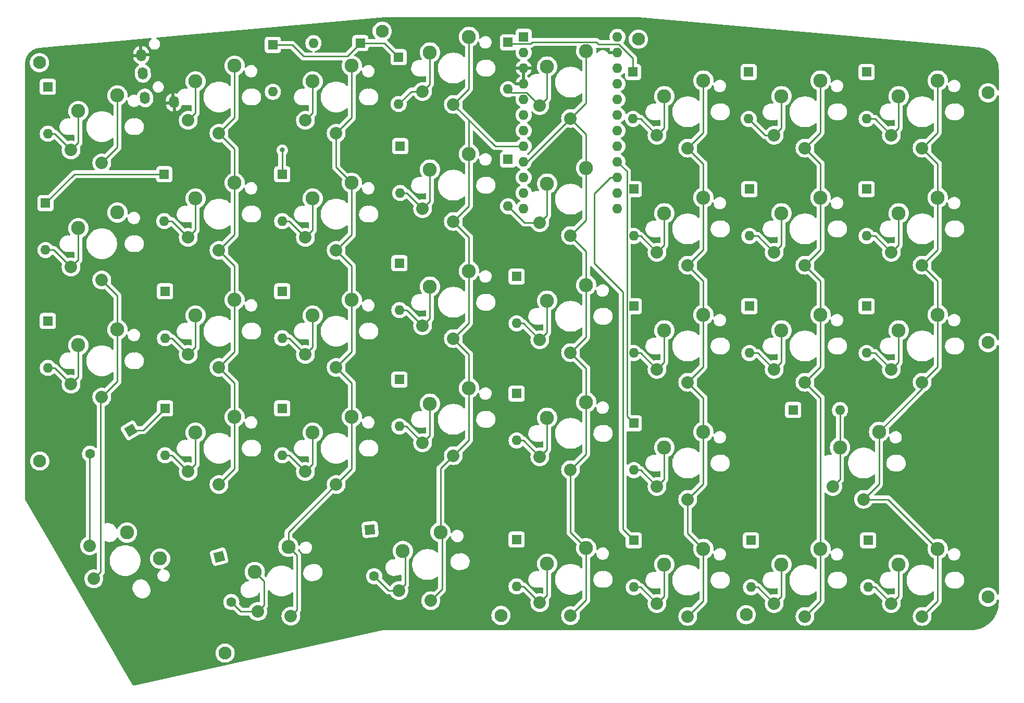
<source format=gbr>
G04 #@! TF.GenerationSoftware,KiCad,Pcbnew,(6.0.1-0)*
G04 #@! TF.CreationDate,2022-09-28T20:44:09+02:00*
G04 #@! TF.ProjectId,takmak,74616b6d-616b-42e6-9b69-6361645f7063,rev?*
G04 #@! TF.SameCoordinates,Original*
G04 #@! TF.FileFunction,Copper,L1,Top*
G04 #@! TF.FilePolarity,Positive*
%FSLAX46Y46*%
G04 Gerber Fmt 4.6, Leading zero omitted, Abs format (unit mm)*
G04 Created by KiCad (PCBNEW (6.0.1-0)) date 2022-09-28 20:44:09*
%MOMM*%
%LPD*%
G01*
G04 APERTURE LIST*
G04 Aperture macros list*
%AMHorizOval*
0 Thick line with rounded ends*
0 $1 width*
0 $2 $3 position (X,Y) of the first rounded end (center of the circle)*
0 $4 $5 position (X,Y) of the second rounded end (center of the circle)*
0 Add line between two ends*
20,1,$1,$2,$3,$4,$5,0*
0 Add two circle primitives to create the rounded ends*
1,1,$1,$2,$3*
1,1,$1,$4,$5*%
%AMRotRect*
0 Rectangle, with rotation*
0 The origin of the aperture is its center*
0 $1 length*
0 $2 width*
0 $3 Rotation angle, in degrees counterclockwise*
0 Add horizontal line*
21,1,$1,$2,0,0,$3*%
G04 Aperture macros list end*
G04 #@! TA.AperFunction,ComponentPad*
%ADD10C,2.286000*%
G04 #@! TD*
G04 #@! TA.AperFunction,ComponentPad*
%ADD11C,2.032000*%
G04 #@! TD*
G04 #@! TA.AperFunction,ComponentPad*
%ADD12R,1.600000X1.600000*%
G04 #@! TD*
G04 #@! TA.AperFunction,ComponentPad*
%ADD13O,1.600000X1.600000*%
G04 #@! TD*
G04 #@! TA.AperFunction,WasherPad*
%ADD14C,2.100000*%
G04 #@! TD*
G04 #@! TA.AperFunction,ComponentPad*
%ADD15RotRect,1.600000X1.600000X210.000000*%
G04 #@! TD*
G04 #@! TA.AperFunction,ComponentPad*
%ADD16HorizOval,1.600000X0.000000X0.000000X0.000000X0.000000X0*%
G04 #@! TD*
G04 #@! TA.AperFunction,ComponentPad*
%ADD17HorizOval,1.600000X-0.017431X0.199239X0.017431X-0.199239X0*%
G04 #@! TD*
G04 #@! TA.AperFunction,ComponentPad*
%ADD18RotRect,1.600000X1.600000X285.000000*%
G04 #@! TD*
G04 #@! TA.AperFunction,ComponentPad*
%ADD19HorizOval,1.600000X0.000000X0.000000X0.000000X0.000000X0*%
G04 #@! TD*
G04 #@! TA.AperFunction,ComponentPad*
%ADD20RotRect,1.600000X1.600000X275.000000*%
G04 #@! TD*
G04 #@! TA.AperFunction,ComponentPad*
%ADD21HorizOval,1.600000X0.000000X0.000000X0.000000X0.000000X0*%
G04 #@! TD*
G04 #@! TA.AperFunction,ViaPad*
%ADD22C,0.800000*%
G04 #@! TD*
G04 #@! TA.AperFunction,Conductor*
%ADD23C,0.250000*%
G04 #@! TD*
G04 APERTURE END LIST*
D10*
X94615000Y-25908000D03*
D11*
X92075000Y-36888000D03*
D10*
X88265000Y-28448000D03*
D11*
X87075000Y-34788000D03*
D10*
X161290000Y-90170000D03*
D11*
X158750000Y-101150000D03*
X153750000Y-99050000D03*
D10*
X154940000Y-92710000D03*
D11*
X92075000Y-94038000D03*
D10*
X94615000Y-83058000D03*
D11*
X87075000Y-91938000D03*
D10*
X88265000Y-85598000D03*
D11*
X65662032Y-120125962D03*
D10*
X65273651Y-108862696D03*
D11*
X60288883Y-119391613D03*
D10*
X59797422Y-112959649D03*
X113665000Y-28194000D03*
D11*
X111125000Y-39174000D03*
X106125000Y-37074000D03*
D10*
X107315000Y-30734000D03*
X132715000Y-109220000D03*
D11*
X130175000Y-120200000D03*
X125175000Y-118100000D03*
D10*
X126365000Y-111760000D03*
D11*
X111125000Y-58224000D03*
D10*
X113665000Y-47244000D03*
D11*
X106125000Y-56124000D03*
D10*
X107315000Y-49784000D03*
X75565000Y-30607000D03*
D11*
X73025000Y-41587000D03*
X68025000Y-39487000D03*
D10*
X69215000Y-33147000D03*
D11*
X53975000Y-60637000D03*
D10*
X56515000Y-49657000D03*
X50165000Y-52197000D03*
D11*
X48975000Y-58537000D03*
X149225000Y-63050000D03*
D10*
X151765000Y-52070000D03*
D11*
X144225000Y-60950000D03*
D10*
X145415000Y-54610000D03*
D12*
X103505000Y-25908000D03*
D13*
X103505000Y-28448000D03*
X103505000Y-30988000D03*
X103505000Y-33528000D03*
X103505000Y-36068000D03*
X103505000Y-38608000D03*
X103505000Y-41148000D03*
X103505000Y-43688000D03*
X103505000Y-46228000D03*
X103505000Y-48768000D03*
X103505000Y-51308000D03*
X103505000Y-53848000D03*
X118745000Y-53848000D03*
X118745000Y-51308000D03*
X118745000Y-48768000D03*
X118745000Y-46228000D03*
X118745000Y-43688000D03*
X118745000Y-41148000D03*
X118745000Y-38608000D03*
X118745000Y-36068000D03*
X118745000Y-33528000D03*
X118745000Y-30988000D03*
X118745000Y-28448000D03*
X118745000Y-25908000D03*
D10*
X113665000Y-66294000D03*
D11*
X111125000Y-77274000D03*
X106125000Y-75174000D03*
D10*
X107315000Y-68834000D03*
X94615000Y-44958000D03*
D11*
X92075000Y-55938000D03*
X87075000Y-53838000D03*
D10*
X88265000Y-47498000D03*
D11*
X53975000Y-98737000D03*
D10*
X56515000Y-87757000D03*
X50165000Y-90297000D03*
D11*
X48975000Y-96637000D03*
D14*
X24790400Y-30099000D03*
D10*
X56515000Y-68707000D03*
D11*
X53975000Y-79687000D03*
D10*
X50165000Y-71247000D03*
D11*
X48975000Y-77587000D03*
X149225000Y-82100000D03*
D10*
X151765000Y-71120000D03*
D11*
X144225000Y-80000000D03*
D10*
X145415000Y-73660000D03*
X75565000Y-49657000D03*
D11*
X73025000Y-60637000D03*
X68025000Y-58537000D03*
D10*
X69215000Y-52197000D03*
D11*
X130175000Y-44000000D03*
D10*
X132715000Y-33020000D03*
D11*
X125175000Y-41900000D03*
D10*
X126365000Y-35560000D03*
X151765000Y-109220000D03*
D11*
X149225000Y-120200000D03*
X144225000Y-118100000D03*
D10*
X145415000Y-111760000D03*
D11*
X149225000Y-44000000D03*
D10*
X151765000Y-33020000D03*
D11*
X144225000Y-41900000D03*
D10*
X145415000Y-35560000D03*
X132715000Y-71120000D03*
D11*
X130175000Y-82100000D03*
D10*
X126365000Y-73660000D03*
D11*
X125175000Y-80000000D03*
D10*
X75565000Y-68707000D03*
D11*
X73025000Y-79687000D03*
X68025000Y-77587000D03*
D10*
X69215000Y-71247000D03*
D11*
X168275000Y-63050000D03*
D10*
X170815000Y-52070000D03*
D11*
X163275000Y-60950000D03*
D10*
X164465000Y-54610000D03*
X170815000Y-33020000D03*
D11*
X168275000Y-44000000D03*
D10*
X164465000Y-35560000D03*
D11*
X163275000Y-41900000D03*
D10*
X37465000Y-35433000D03*
D11*
X34925000Y-46413000D03*
X29925000Y-44313000D03*
D10*
X31115000Y-37973000D03*
D11*
X88398219Y-117637549D03*
D10*
X89971583Y-106477955D03*
D11*
X83234218Y-115981319D03*
D10*
X83867123Y-109561729D03*
D11*
X130175000Y-63050000D03*
D10*
X132715000Y-52070000D03*
X126365000Y-54610000D03*
D11*
X125175000Y-60950000D03*
X168275000Y-120200000D03*
D10*
X170815000Y-109220000D03*
D11*
X163275000Y-118100000D03*
D10*
X164465000Y-111760000D03*
D11*
X34925000Y-84513000D03*
D10*
X37465000Y-73533000D03*
D11*
X29925000Y-82413000D03*
D10*
X31115000Y-76073000D03*
D11*
X53975000Y-41587000D03*
D10*
X56515000Y-30607000D03*
X50165000Y-33147000D03*
D11*
X48975000Y-39487000D03*
D14*
X178993800Y-35001200D03*
X122148600Y-26263600D03*
X80492600Y-24968200D03*
X99822000Y-120040400D03*
X24841200Y-94919800D03*
X178993800Y-117043200D03*
X54965600Y-126161800D03*
X139674600Y-119913400D03*
X178993800Y-75641200D03*
D11*
X73025000Y-98737000D03*
D10*
X75565000Y-87757000D03*
X69215000Y-90297000D03*
D11*
X68025000Y-96637000D03*
X111125000Y-96324000D03*
D10*
X113665000Y-85344000D03*
X107315000Y-87884000D03*
D11*
X106125000Y-94224000D03*
X33625450Y-114075000D03*
D10*
X44404409Y-110784705D03*
D11*
X32944103Y-108694873D03*
D10*
X39029705Y-106555443D03*
D11*
X92075000Y-74988000D03*
D10*
X94615000Y-64008000D03*
X88265000Y-66548000D03*
D11*
X87075000Y-72888000D03*
X111125000Y-120073000D03*
D10*
X113665000Y-109093000D03*
X107315000Y-111633000D03*
D11*
X106125000Y-117973000D03*
X168275000Y-82100000D03*
D10*
X170815000Y-71120000D03*
X164465000Y-73660000D03*
D11*
X163275000Y-80000000D03*
D10*
X37465000Y-54483000D03*
D11*
X34925000Y-65463000D03*
X29925000Y-63363000D03*
D10*
X31115000Y-57023000D03*
D11*
X130175000Y-101150000D03*
D10*
X132715000Y-90170000D03*
X126365000Y-92710000D03*
D11*
X125175000Y-99050000D03*
D12*
X26162000Y-34036000D03*
D13*
X26162000Y-41656000D03*
D15*
X39621557Y-89916000D03*
D16*
X33022443Y-93726000D03*
D12*
X159258000Y-50673000D03*
D13*
X159258000Y-58293000D03*
D12*
X159258000Y-31623000D03*
D13*
X159258000Y-39243000D03*
D12*
X140462000Y-107823000D03*
D13*
X140462000Y-115443000D03*
D12*
X140208000Y-69723000D03*
D13*
X140208000Y-77343000D03*
D12*
X121285000Y-31623000D03*
D13*
X121285000Y-39243000D03*
D17*
X41606918Y-31853065D03*
X41345451Y-28864481D03*
X46633908Y-36532742D03*
X41955541Y-35837844D03*
D12*
X102362000Y-64897000D03*
D13*
X102362000Y-72517000D03*
D12*
X62738000Y-27203400D03*
D13*
X62738000Y-34823400D03*
D12*
X83185000Y-29210000D03*
D13*
X83185000Y-36830000D03*
D12*
X121412000Y-107823000D03*
D13*
X121412000Y-115443000D03*
D18*
X54004900Y-110492823D03*
D19*
X55977101Y-117853178D03*
D12*
X64262000Y-48260000D03*
D13*
X64262000Y-55880000D03*
D12*
X64262000Y-67310000D03*
D13*
X64262000Y-74930000D03*
D12*
X26162000Y-72136000D03*
D13*
X26162000Y-79756000D03*
D12*
X25781000Y-52959000D03*
D13*
X25781000Y-60579000D03*
D12*
X45085000Y-48260000D03*
D13*
X45085000Y-55880000D03*
D12*
X102362000Y-107696000D03*
D13*
X102362000Y-115316000D03*
D12*
X159512000Y-107823000D03*
D13*
X159512000Y-115443000D03*
D12*
X83312000Y-62738000D03*
D13*
X83312000Y-70358000D03*
D12*
X121412000Y-88773000D03*
D13*
X121412000Y-96393000D03*
D12*
X45212000Y-67310000D03*
D13*
X45212000Y-74930000D03*
D12*
X64262000Y-86360000D03*
D13*
X64262000Y-93980000D03*
D12*
X100965000Y-45847000D03*
D13*
X100965000Y-53467000D03*
D12*
X140208000Y-50673000D03*
D13*
X140208000Y-58293000D03*
D12*
X147320000Y-86614000D03*
D13*
X154940000Y-86614000D03*
D12*
X159258000Y-69723000D03*
D13*
X159258000Y-77343000D03*
D12*
X45212000Y-86360000D03*
D13*
X45212000Y-93980000D03*
D12*
X76962000Y-26924000D03*
D13*
X69342000Y-26924000D03*
D12*
X83312000Y-81661000D03*
D13*
X83312000Y-89281000D03*
D12*
X100965000Y-26797000D03*
D13*
X100965000Y-34417000D03*
D12*
X140081000Y-31623000D03*
D13*
X140081000Y-39243000D03*
D12*
X121412000Y-69723000D03*
D13*
X121412000Y-77343000D03*
D12*
X121412000Y-50673000D03*
D13*
X121412000Y-58293000D03*
D12*
X83439000Y-43688000D03*
D13*
X83439000Y-51308000D03*
D20*
X78534937Y-106059498D03*
D21*
X79199064Y-113650502D03*
D12*
X102362000Y-83947000D03*
D13*
X102362000Y-91567000D03*
D22*
X64262000Y-44323000D03*
D23*
X62738000Y-27203400D02*
X65836800Y-27203400D01*
X121285000Y-29397700D02*
X118954712Y-27067412D01*
X80899000Y-26924000D02*
X83185000Y-29210000D01*
X101200511Y-27032511D02*
X100965000Y-26797000D01*
X76962000Y-26924000D02*
X80899000Y-26924000D01*
X115651235Y-27067412D02*
X115310312Y-26726489D01*
X115310312Y-26726489D02*
X104947111Y-26726489D01*
X104641089Y-27032511D02*
X101200511Y-27032511D01*
X67716400Y-29083000D02*
X74803000Y-29083000D01*
X118954712Y-27067412D02*
X115651235Y-27067412D01*
X104947111Y-26726489D02*
X104641089Y-27032511D01*
X74803000Y-29083000D02*
X74828400Y-29057600D01*
X74828400Y-29057600D02*
X76962000Y-26924000D01*
X65836800Y-27203400D02*
X67716400Y-29083000D01*
X121285000Y-31623000D02*
X121285000Y-29397700D01*
X160618000Y-39243000D02*
X159258000Y-39243000D01*
X163275000Y-41900000D02*
X160618000Y-39243000D01*
X164465000Y-40710000D02*
X164465000Y-35560000D01*
X163275000Y-41900000D02*
X164465000Y-40710000D01*
X64262000Y-44323000D02*
X64262000Y-48260000D01*
X25781000Y-52959000D02*
X30480000Y-48260000D01*
X30480000Y-48260000D02*
X45085000Y-48260000D01*
X164465000Y-59760000D02*
X164465000Y-54610000D01*
X163275000Y-60950000D02*
X164465000Y-59760000D01*
X160618000Y-58293000D02*
X159258000Y-58293000D01*
X163275000Y-60950000D02*
X160618000Y-58293000D01*
X163275000Y-80000000D02*
X160618000Y-77343000D01*
X160618000Y-77343000D02*
X159258000Y-77343000D01*
X163275000Y-80000000D02*
X164465000Y-78810000D01*
X164465000Y-78810000D02*
X164465000Y-73660000D01*
X39621557Y-89916000D02*
X41656000Y-89916000D01*
X41656000Y-89916000D02*
X45212000Y-86360000D01*
X120287489Y-47770489D02*
X118745000Y-46228000D01*
X121412000Y-88773000D02*
X120287489Y-87648489D01*
X120287489Y-87648489D02*
X120287489Y-47770489D01*
X153750000Y-99050000D02*
X154940000Y-97860000D01*
X154940000Y-86614000D02*
X154940000Y-92710000D01*
X154940000Y-97860000D02*
X154940000Y-92710000D01*
X119634000Y-106045000D02*
X121412000Y-107823000D01*
X114979579Y-62782579D02*
X119634000Y-67437000D01*
X114979579Y-51402051D02*
X114979579Y-62782579D01*
X117613630Y-48768000D02*
X114979579Y-51402051D01*
X118745000Y-48768000D02*
X117613630Y-48768000D01*
X119634000Y-67437000D02*
X119634000Y-106045000D01*
X160618000Y-115443000D02*
X159512000Y-115443000D01*
X164465000Y-116910000D02*
X164465000Y-111760000D01*
X163275000Y-118100000D02*
X164465000Y-116910000D01*
X163275000Y-118100000D02*
X160618000Y-115443000D01*
X170815000Y-117660000D02*
X170815000Y-109220000D01*
X170815000Y-41460000D02*
X168275000Y-44000000D01*
X170815000Y-65590000D02*
X168275000Y-63050000D01*
X162745000Y-101150000D02*
X158750000Y-101150000D01*
X170815000Y-33020000D02*
X170815000Y-41460000D01*
X168275000Y-44000000D02*
X170815000Y-46540000D01*
X168275000Y-120200000D02*
X170815000Y-117660000D01*
X170815000Y-71120000D02*
X170815000Y-65590000D01*
X170815000Y-109220000D02*
X162745000Y-101150000D01*
X161290000Y-98610000D02*
X161290000Y-90170000D01*
X161290000Y-90170000D02*
X168275000Y-83185000D01*
X170815000Y-79560000D02*
X170815000Y-71120000D01*
X168275000Y-82100000D02*
X170815000Y-79560000D01*
X168275000Y-63050000D02*
X170815000Y-60510000D01*
X170815000Y-46540000D02*
X170815000Y-52070000D01*
X170815000Y-60510000D02*
X170815000Y-52070000D01*
X158750000Y-101150000D02*
X161290000Y-98610000D01*
X168275000Y-83185000D02*
X168275000Y-82100000D01*
X149225000Y-44000000D02*
X151765000Y-46540000D01*
X149225000Y-120200000D02*
X151765000Y-117660000D01*
X149225000Y-82100000D02*
X151765000Y-79560000D01*
X151765000Y-117660000D02*
X151765000Y-109220000D01*
X149225000Y-63050000D02*
X151765000Y-60510000D01*
X151765000Y-84640000D02*
X149225000Y-82100000D01*
X151765000Y-65590000D02*
X151765000Y-71120000D01*
X151765000Y-33020000D02*
X151765000Y-41460000D01*
X149225000Y-63050000D02*
X151765000Y-65590000D01*
X151765000Y-60510000D02*
X151765000Y-52070000D01*
X151765000Y-79560000D02*
X151765000Y-71120000D01*
X151765000Y-84640000D02*
X151765000Y-109220000D01*
X151765000Y-41460000D02*
X149225000Y-44000000D01*
X151765000Y-46540000D02*
X151765000Y-52070000D01*
X132715000Y-60510000D02*
X132715000Y-52070000D01*
X132715000Y-52070000D02*
X132715000Y-46540000D01*
X130175000Y-120200000D02*
X132715000Y-117660000D01*
X132715000Y-109220000D02*
X130175000Y-106680000D01*
X130175000Y-63050000D02*
X132715000Y-65590000D01*
X132715000Y-71120000D02*
X132715000Y-79560000D01*
X130175000Y-63050000D02*
X132715000Y-60510000D01*
X132715000Y-79560000D02*
X130175000Y-82100000D01*
X132715000Y-90170000D02*
X132715000Y-98610000D01*
X132715000Y-117660000D02*
X132715000Y-109220000D01*
X130175000Y-44000000D02*
X132715000Y-41460000D01*
X132715000Y-41460000D02*
X132715000Y-33020000D01*
X130175000Y-82100000D02*
X132715000Y-84640000D01*
X132715000Y-98610000D02*
X130175000Y-101150000D01*
X130175000Y-106680000D02*
X130175000Y-101150000D01*
X132715000Y-46540000D02*
X130175000Y-44000000D01*
X132715000Y-84640000D02*
X132715000Y-90170000D01*
X132715000Y-65590000D02*
X132715000Y-71120000D01*
X111125000Y-58224000D02*
X113665000Y-55684000D01*
X113665000Y-74734000D02*
X113665000Y-66294000D01*
X113665000Y-109093000D02*
X111125000Y-106553000D01*
X113665000Y-36634000D02*
X111125000Y-39174000D01*
X104071000Y-46228000D02*
X103505000Y-46228000D01*
X113665000Y-93784000D02*
X111125000Y-96324000D01*
X113665000Y-79814000D02*
X111125000Y-77274000D01*
X113665000Y-28194000D02*
X113665000Y-36634000D01*
X113665000Y-55684000D02*
X113665000Y-47244000D01*
X113665000Y-41714000D02*
X111125000Y-39174000D01*
X113665000Y-117533000D02*
X113665000Y-109093000D01*
X111125000Y-120073000D02*
X113665000Y-117533000D01*
X113665000Y-85344000D02*
X113665000Y-79814000D01*
X113665000Y-85344000D02*
X113665000Y-93784000D01*
X113665000Y-60764000D02*
X113665000Y-66294000D01*
X113665000Y-47244000D02*
X113665000Y-41714000D01*
X111125000Y-58224000D02*
X113665000Y-60764000D01*
X111125000Y-106553000D02*
X111125000Y-96324000D01*
X111125000Y-77274000D02*
X113665000Y-74734000D01*
X111125000Y-39174000D02*
X104071000Y-46228000D01*
X94615000Y-91498000D02*
X94615000Y-83058000D01*
X92075000Y-94038000D02*
X94615000Y-91498000D01*
X92075000Y-74988000D02*
X94615000Y-72448000D01*
X92075000Y-36888000D02*
X98875000Y-43688000D01*
X94615000Y-44958000D02*
X94615000Y-39428000D01*
X89971583Y-96141417D02*
X92075000Y-94038000D01*
X94615000Y-34348000D02*
X94615000Y-25908000D01*
X94615000Y-58478000D02*
X92075000Y-55938000D01*
X103505000Y-43688000D02*
X98875000Y-43688000D01*
X92075000Y-36888000D02*
X94615000Y-34348000D01*
X94615000Y-64008000D02*
X94615000Y-58478000D01*
X94615000Y-72448000D02*
X94615000Y-64008000D01*
X92075000Y-55938000D02*
X94615000Y-53398000D01*
X90252421Y-106758793D02*
X89971583Y-106477955D01*
X89971583Y-106477955D02*
X89971583Y-96141417D01*
X94615000Y-77528000D02*
X92075000Y-74988000D01*
X94615000Y-83058000D02*
X94615000Y-77528000D01*
X90252421Y-115783347D02*
X90252421Y-106758793D01*
X94615000Y-53398000D02*
X94615000Y-44958000D01*
X88398219Y-117637549D02*
X90252421Y-115783347D01*
X75565000Y-96197000D02*
X75565000Y-87757000D01*
X75565000Y-87757000D02*
X75565000Y-82227000D01*
X75565000Y-39047000D02*
X75565000Y-30607000D01*
X75565000Y-49657000D02*
X73025000Y-47117000D01*
X75565000Y-68707000D02*
X75565000Y-63177000D01*
X73025000Y-41587000D02*
X75565000Y-39047000D01*
X65273651Y-106488349D02*
X73025000Y-98737000D01*
X73025000Y-98737000D02*
X75565000Y-96197000D01*
X66678031Y-119109963D02*
X66678031Y-110267076D01*
X73025000Y-79687000D02*
X75565000Y-77147000D01*
X73025000Y-47117000D02*
X73025000Y-41587000D01*
X75565000Y-58097000D02*
X75565000Y-49657000D01*
X66678031Y-110267076D02*
X65273651Y-108862696D01*
X75565000Y-77147000D02*
X75565000Y-68707000D01*
X65273651Y-108862696D02*
X65273651Y-106488349D01*
X75565000Y-63177000D02*
X73025000Y-60637000D01*
X73025000Y-60637000D02*
X75565000Y-58097000D01*
X75565000Y-82227000D02*
X73025000Y-79687000D01*
X65662032Y-120125962D02*
X66678031Y-119109963D01*
X56515000Y-58097000D02*
X56515000Y-49657000D01*
X56515000Y-82227000D02*
X53975000Y-79687000D01*
X56515000Y-49657000D02*
X56515000Y-44127000D01*
X56515000Y-96197000D02*
X56515000Y-87757000D01*
X56515000Y-68707000D02*
X56515000Y-63177000D01*
X53975000Y-41587000D02*
X56515000Y-39047000D01*
X56515000Y-63177000D02*
X53975000Y-60637000D01*
X56515000Y-77147000D02*
X56515000Y-68707000D01*
X53975000Y-98737000D02*
X56515000Y-96197000D01*
X56515000Y-87757000D02*
X56515000Y-82227000D01*
X56515000Y-39047000D02*
X56515000Y-30607000D01*
X53975000Y-79687000D02*
X56515000Y-77147000D01*
X53975000Y-60637000D02*
X56515000Y-58097000D01*
X56515000Y-44127000D02*
X53975000Y-41587000D01*
X34925000Y-65463000D02*
X37465000Y-68003000D01*
X34925000Y-84513000D02*
X34759579Y-84678421D01*
X34759579Y-112940871D02*
X33625450Y-114075000D01*
X34759579Y-84678421D02*
X34759579Y-112940871D01*
X37465000Y-81973000D02*
X37465000Y-73533000D01*
X34925000Y-84513000D02*
X37465000Y-81973000D01*
X37465000Y-68003000D02*
X37465000Y-73533000D01*
X34925000Y-46413000D02*
X37465000Y-43873000D01*
X37465000Y-43873000D02*
X37465000Y-35433000D01*
X29925000Y-44313000D02*
X31115000Y-43123000D01*
X29925000Y-44313000D02*
X27268000Y-41656000D01*
X31115000Y-43123000D02*
X31115000Y-37973000D01*
X27268000Y-41656000D02*
X26162000Y-41656000D01*
X29925000Y-63363000D02*
X27141000Y-60579000D01*
X29925000Y-63363000D02*
X31115000Y-62173000D01*
X27141000Y-60579000D02*
X25781000Y-60579000D01*
X31115000Y-62173000D02*
X31115000Y-57023000D01*
X27268000Y-79756000D02*
X26162000Y-79756000D01*
X31115000Y-81223000D02*
X31115000Y-76073000D01*
X29925000Y-82413000D02*
X27268000Y-79756000D01*
X29925000Y-82413000D02*
X31115000Y-81223000D01*
X32944103Y-108694873D02*
X32944103Y-93804340D01*
X32944103Y-93804340D02*
X33022443Y-93726000D01*
X48975000Y-39487000D02*
X50165000Y-38297000D01*
X50165000Y-38297000D02*
X50165000Y-33147000D01*
X48975000Y-58537000D02*
X50165000Y-57347000D01*
X48975000Y-58537000D02*
X46318000Y-55880000D01*
X46318000Y-55880000D02*
X45085000Y-55880000D01*
X50165000Y-57347000D02*
X50165000Y-52197000D01*
X50165000Y-76397000D02*
X50165000Y-71247000D01*
X48975000Y-77587000D02*
X46318000Y-74930000D01*
X46318000Y-74930000D02*
X45212000Y-74930000D01*
X48975000Y-77587000D02*
X50165000Y-76397000D01*
X46318000Y-93980000D02*
X45212000Y-93980000D01*
X50165000Y-95447000D02*
X50165000Y-90297000D01*
X48975000Y-96637000D02*
X50165000Y-95447000D01*
X48975000Y-96637000D02*
X46318000Y-93980000D01*
X68025000Y-39487000D02*
X69215000Y-38297000D01*
X69215000Y-38297000D02*
X69215000Y-33147000D01*
X68025000Y-58537000D02*
X69215000Y-57347000D01*
X69215000Y-57347000D02*
X69215000Y-52197000D01*
X68025000Y-58537000D02*
X65368000Y-55880000D01*
X65368000Y-55880000D02*
X64262000Y-55880000D01*
X68025000Y-77587000D02*
X65368000Y-74930000D01*
X68025000Y-77587000D02*
X69215000Y-76397000D01*
X69215000Y-76397000D02*
X69215000Y-71247000D01*
X65368000Y-74930000D02*
X64262000Y-74930000D01*
X68025000Y-96637000D02*
X65368000Y-93980000D01*
X69215000Y-95447000D02*
X69215000Y-90297000D01*
X65368000Y-93980000D02*
X64262000Y-93980000D01*
X68025000Y-96637000D02*
X69215000Y-95447000D01*
X57515536Y-119391613D02*
X55977101Y-117853178D01*
X60288883Y-119391613D02*
X61304882Y-118375614D01*
X61304882Y-114467109D02*
X59797422Y-112959649D01*
X60288883Y-119391613D02*
X57515536Y-119391613D01*
X61304882Y-118375614D02*
X61304882Y-114467109D01*
X87075000Y-34788000D02*
X85227000Y-34788000D01*
X88265000Y-33598000D02*
X88265000Y-28448000D01*
X87075000Y-34788000D02*
X88265000Y-33598000D01*
X85227000Y-34788000D02*
X83185000Y-36830000D01*
X87075000Y-53838000D02*
X84545000Y-51308000D01*
X87075000Y-53838000D02*
X88265000Y-52648000D01*
X84545000Y-51308000D02*
X83439000Y-51308000D01*
X88265000Y-52648000D02*
X88265000Y-47498000D01*
X84545000Y-70358000D02*
X83312000Y-70358000D01*
X88265000Y-71698000D02*
X88265000Y-66548000D01*
X87075000Y-72888000D02*
X88265000Y-71698000D01*
X87075000Y-72888000D02*
X84545000Y-70358000D01*
X84418000Y-89281000D02*
X83312000Y-89281000D01*
X87075000Y-91938000D02*
X84418000Y-89281000D01*
X88265000Y-90748000D02*
X88265000Y-85598000D01*
X87075000Y-91938000D02*
X88265000Y-90748000D01*
X83234218Y-115981319D02*
X81529881Y-115981319D01*
X84250217Y-114965320D02*
X84250217Y-109944823D01*
X81529881Y-115981319D02*
X79199064Y-113650502D01*
X84250217Y-109944823D02*
X83867123Y-109561729D01*
X83234218Y-115981319D02*
X84250217Y-114965320D01*
X106125000Y-37074000D02*
X103994489Y-34943489D01*
X107315000Y-35884000D02*
X106125000Y-37074000D01*
X100965000Y-34417000D02*
X101491489Y-34943489D01*
X103994489Y-34943489D02*
X101491489Y-34943489D01*
X107315000Y-30734000D02*
X107315000Y-35884000D01*
X107315000Y-54934000D02*
X106125000Y-56124000D01*
X103622000Y-56124000D02*
X100965000Y-53467000D01*
X106125000Y-56124000D02*
X103622000Y-56124000D01*
X107315000Y-49784000D02*
X107315000Y-54934000D01*
X107315000Y-73984000D02*
X107315000Y-68834000D01*
X106125000Y-75174000D02*
X107315000Y-73984000D01*
X106125000Y-75174000D02*
X103468000Y-72517000D01*
X103468000Y-72517000D02*
X102362000Y-72517000D01*
X106125000Y-94224000D02*
X107315000Y-93034000D01*
X106125000Y-94224000D02*
X103468000Y-91567000D01*
X107315000Y-93034000D02*
X107315000Y-87884000D01*
X103468000Y-91567000D02*
X102362000Y-91567000D01*
X106125000Y-117973000D02*
X103468000Y-115316000D01*
X103468000Y-115316000D02*
X102362000Y-115316000D01*
X106125000Y-117973000D02*
X107315000Y-116783000D01*
X107315000Y-116783000D02*
X107315000Y-111633000D01*
X126365000Y-35560000D02*
X126365000Y-40710000D01*
X122518000Y-39243000D02*
X121285000Y-39243000D01*
X125175000Y-41900000D02*
X122518000Y-39243000D01*
X126365000Y-40710000D02*
X125175000Y-41900000D01*
X125175000Y-60950000D02*
X122518000Y-58293000D01*
X126365000Y-59760000D02*
X125175000Y-60950000D01*
X126365000Y-54610000D02*
X126365000Y-59760000D01*
X122518000Y-58293000D02*
X121412000Y-58293000D01*
X125175000Y-80000000D02*
X122518000Y-77343000D01*
X126365000Y-78810000D02*
X126365000Y-73660000D01*
X125175000Y-80000000D02*
X126365000Y-78810000D01*
X122518000Y-77343000D02*
X121412000Y-77343000D01*
X126365000Y-97860000D02*
X126365000Y-92710000D01*
X125175000Y-99050000D02*
X126365000Y-97860000D01*
X122518000Y-96393000D02*
X121412000Y-96393000D01*
X125175000Y-99050000D02*
X122518000Y-96393000D01*
X122518000Y-115443000D02*
X121412000Y-115443000D01*
X125175000Y-118100000D02*
X122518000Y-115443000D01*
X125175000Y-118100000D02*
X126365000Y-116910000D01*
X126365000Y-116910000D02*
X126365000Y-111760000D01*
X142738000Y-41900000D02*
X140081000Y-39243000D01*
X145415000Y-40710000D02*
X144225000Y-41900000D01*
X144225000Y-41900000D02*
X142738000Y-41900000D01*
X145415000Y-35560000D02*
X145415000Y-40710000D01*
X144225000Y-60950000D02*
X141568000Y-58293000D01*
X145415000Y-59760000D02*
X144225000Y-60950000D01*
X141568000Y-58293000D02*
X140208000Y-58293000D01*
X145415000Y-54610000D02*
X145415000Y-59760000D01*
X141568000Y-77343000D02*
X140208000Y-77343000D01*
X144225000Y-80000000D02*
X141568000Y-77343000D01*
X145415000Y-78810000D02*
X145415000Y-73660000D01*
X144225000Y-80000000D02*
X145415000Y-78810000D01*
X145415000Y-116910000D02*
X145415000Y-111760000D01*
X141568000Y-115443000D02*
X140462000Y-115443000D01*
X144225000Y-118100000D02*
X145415000Y-116910000D01*
X144225000Y-118100000D02*
X141568000Y-115443000D01*
G04 #@! TA.AperFunction,Conductor*
G36*
X122066275Y-22702647D02*
G01*
X177498960Y-27630216D01*
X177518132Y-27633426D01*
X177541382Y-27639193D01*
X177550349Y-27638822D01*
X177550351Y-27638822D01*
X177560779Y-27638390D01*
X177583332Y-27639481D01*
X177883531Y-27681193D01*
X177895758Y-27683512D01*
X178218928Y-27761527D01*
X178230866Y-27765042D01*
X178544736Y-27874547D01*
X178556270Y-27879221D01*
X178857832Y-28019167D01*
X178868848Y-28024957D01*
X179155128Y-28193965D01*
X179165516Y-28200811D01*
X179433725Y-28397235D01*
X179443380Y-28405067D01*
X179690910Y-28626996D01*
X179699754Y-28635751D01*
X179924174Y-28881005D01*
X179932112Y-28890590D01*
X180131248Y-29156794D01*
X180138201Y-29167115D01*
X180310105Y-29451663D01*
X180316006Y-29462620D01*
X180458998Y-29762731D01*
X180463790Y-29774216D01*
X180576486Y-30086990D01*
X180580115Y-30098872D01*
X180652606Y-30386339D01*
X180661402Y-30421221D01*
X180663845Y-30433420D01*
X180704437Y-30705285D01*
X180712940Y-30762234D01*
X180714167Y-30774619D01*
X180728770Y-31069962D01*
X180727425Y-31095565D01*
X180725707Y-31106599D01*
X180726871Y-31115501D01*
X180726871Y-31115504D01*
X180729829Y-31138120D01*
X180730893Y-31154458D01*
X180730893Y-34496062D01*
X180710891Y-34564183D01*
X180657235Y-34610676D01*
X180586961Y-34620780D01*
X180522381Y-34591286D01*
X180483619Y-34527524D01*
X180483291Y-34527631D01*
X180482840Y-34526243D01*
X180482375Y-34525478D01*
X180481763Y-34522927D01*
X180481759Y-34522914D01*
X180480605Y-34518108D01*
X180477330Y-34510200D01*
X180426736Y-34388058D01*
X180386727Y-34291468D01*
X180284408Y-34124497D01*
X180261142Y-34086530D01*
X180261140Y-34086527D01*
X180258552Y-34082304D01*
X180240921Y-34061660D01*
X180102441Y-33899523D01*
X180099233Y-33895767D01*
X180059825Y-33862109D01*
X179916463Y-33739665D01*
X179916460Y-33739663D01*
X179912696Y-33736448D01*
X179908473Y-33733860D01*
X179908470Y-33733858D01*
X179786181Y-33658920D01*
X179703532Y-33608273D01*
X179517658Y-33531281D01*
X179481465Y-33516289D01*
X179481463Y-33516288D01*
X179476892Y-33514395D01*
X179383268Y-33491918D01*
X179243170Y-33458283D01*
X179243164Y-33458282D01*
X179238357Y-33457128D01*
X178993800Y-33437881D01*
X178749243Y-33457128D01*
X178744436Y-33458282D01*
X178744430Y-33458283D01*
X178604332Y-33491918D01*
X178510708Y-33514395D01*
X178506137Y-33516288D01*
X178506135Y-33516289D01*
X178469942Y-33531281D01*
X178284068Y-33608273D01*
X178201419Y-33658920D01*
X178079130Y-33733858D01*
X178079127Y-33733860D01*
X178074904Y-33736448D01*
X178071140Y-33739663D01*
X178071137Y-33739665D01*
X177927775Y-33862109D01*
X177888367Y-33895767D01*
X177885159Y-33899523D01*
X177746680Y-34061660D01*
X177729048Y-34082304D01*
X177726460Y-34086527D01*
X177726458Y-34086530D01*
X177703192Y-34124497D01*
X177600873Y-34291468D01*
X177560864Y-34388058D01*
X177510271Y-34510200D01*
X177506995Y-34518108D01*
X177490631Y-34586271D01*
X177455737Y-34731614D01*
X177449728Y-34756643D01*
X177430481Y-35001200D01*
X177449728Y-35245757D01*
X177450882Y-35250564D01*
X177450883Y-35250570D01*
X177481384Y-35377613D01*
X177506995Y-35484292D01*
X177508888Y-35488863D01*
X177508889Y-35488865D01*
X177527386Y-35533521D01*
X177600873Y-35710932D01*
X177729048Y-35920096D01*
X177732263Y-35923860D01*
X177732265Y-35923863D01*
X177869046Y-36084011D01*
X177888367Y-36106633D01*
X177892123Y-36109841D01*
X178066541Y-36258809D01*
X178074904Y-36265952D01*
X178079127Y-36268540D01*
X178079130Y-36268542D01*
X178136055Y-36303425D01*
X178284068Y-36394127D01*
X178324499Y-36410874D01*
X178506135Y-36486111D01*
X178506137Y-36486112D01*
X178510708Y-36488005D01*
X178581331Y-36504960D01*
X178744430Y-36544117D01*
X178744436Y-36544118D01*
X178749243Y-36545272D01*
X178993800Y-36564519D01*
X179238357Y-36545272D01*
X179243164Y-36544118D01*
X179243170Y-36544117D01*
X179406269Y-36504960D01*
X179476892Y-36488005D01*
X179481463Y-36486112D01*
X179481465Y-36486111D01*
X179663101Y-36410874D01*
X179703532Y-36394127D01*
X179851545Y-36303425D01*
X179908470Y-36268542D01*
X179908473Y-36268540D01*
X179912696Y-36265952D01*
X179921060Y-36258809D01*
X180095477Y-36109841D01*
X180099233Y-36106633D01*
X180118554Y-36084011D01*
X180255335Y-35923863D01*
X180255337Y-35923860D01*
X180258552Y-35920096D01*
X180386727Y-35710932D01*
X180460214Y-35533521D01*
X180478711Y-35488865D01*
X180478712Y-35488863D01*
X180480605Y-35484292D01*
X180481759Y-35479486D01*
X180481763Y-35479473D01*
X180482375Y-35476922D01*
X180482874Y-35476054D01*
X180483291Y-35474769D01*
X180483561Y-35474857D01*
X180517727Y-35415354D01*
X180580755Y-35382672D01*
X180651445Y-35389253D01*
X180707356Y-35433008D01*
X180730893Y-35506338D01*
X180730893Y-75136062D01*
X180710891Y-75204183D01*
X180657235Y-75250676D01*
X180586961Y-75260780D01*
X180522381Y-75231286D01*
X180483619Y-75167524D01*
X180483291Y-75167631D01*
X180482840Y-75166243D01*
X180482375Y-75165478D01*
X180481763Y-75162927D01*
X180481759Y-75162914D01*
X180480605Y-75158108D01*
X180478327Y-75152607D01*
X180444400Y-75070703D01*
X180386727Y-74931468D01*
X180264970Y-74732777D01*
X180261142Y-74726530D01*
X180261140Y-74726527D01*
X180258552Y-74722304D01*
X180241137Y-74701913D01*
X180102441Y-74539523D01*
X180099233Y-74535767D01*
X180094239Y-74531502D01*
X179916463Y-74379665D01*
X179916460Y-74379663D01*
X179912696Y-74376448D01*
X179908473Y-74373860D01*
X179908470Y-74373858D01*
X179820527Y-74319967D01*
X179703532Y-74248273D01*
X179524309Y-74174036D01*
X179481465Y-74156289D01*
X179481463Y-74156288D01*
X179476892Y-74154395D01*
X179365903Y-74127749D01*
X179243170Y-74098283D01*
X179243164Y-74098282D01*
X179238357Y-74097128D01*
X178993800Y-74077881D01*
X178749243Y-74097128D01*
X178744436Y-74098282D01*
X178744430Y-74098283D01*
X178621697Y-74127749D01*
X178510708Y-74154395D01*
X178506137Y-74156288D01*
X178506135Y-74156289D01*
X178463291Y-74174036D01*
X178284068Y-74248273D01*
X178167073Y-74319967D01*
X178079130Y-74373858D01*
X178079127Y-74373860D01*
X178074904Y-74376448D01*
X178071140Y-74379663D01*
X178071137Y-74379665D01*
X177893361Y-74531502D01*
X177888367Y-74535767D01*
X177885159Y-74539523D01*
X177746464Y-74701913D01*
X177729048Y-74722304D01*
X177726460Y-74726527D01*
X177726458Y-74726530D01*
X177722630Y-74732777D01*
X177600873Y-74931468D01*
X177543200Y-75070703D01*
X177509274Y-75152607D01*
X177506995Y-75158108D01*
X177492491Y-75218521D01*
X177451772Y-75388130D01*
X177449728Y-75396643D01*
X177430481Y-75641200D01*
X177449728Y-75885757D01*
X177450882Y-75890564D01*
X177450883Y-75890570D01*
X177482598Y-76022672D01*
X177506995Y-76124292D01*
X177508888Y-76128863D01*
X177508889Y-76128865D01*
X177513942Y-76141063D01*
X177600873Y-76350932D01*
X177657613Y-76443524D01*
X177715774Y-76538434D01*
X177729048Y-76560096D01*
X177732263Y-76563860D01*
X177732265Y-76563863D01*
X177832945Y-76681743D01*
X177888367Y-76746633D01*
X177892123Y-76749841D01*
X178066843Y-76899067D01*
X178074904Y-76905952D01*
X178079127Y-76908540D01*
X178079130Y-76908542D01*
X178100276Y-76921500D01*
X178284068Y-77034127D01*
X178421112Y-77090893D01*
X178506135Y-77126111D01*
X178506137Y-77126112D01*
X178510708Y-77128005D01*
X178575083Y-77143460D01*
X178744430Y-77184117D01*
X178744436Y-77184118D01*
X178749243Y-77185272D01*
X178993800Y-77204519D01*
X179238357Y-77185272D01*
X179243164Y-77184118D01*
X179243170Y-77184117D01*
X179412517Y-77143460D01*
X179476892Y-77128005D01*
X179481463Y-77126112D01*
X179481465Y-77126111D01*
X179566488Y-77090893D01*
X179703532Y-77034127D01*
X179887324Y-76921500D01*
X179908470Y-76908542D01*
X179908473Y-76908540D01*
X179912696Y-76905952D01*
X179920758Y-76899067D01*
X180095477Y-76749841D01*
X180099233Y-76746633D01*
X180154655Y-76681743D01*
X180255335Y-76563863D01*
X180255337Y-76563860D01*
X180258552Y-76560096D01*
X180271827Y-76538434D01*
X180329987Y-76443524D01*
X180386727Y-76350932D01*
X180473658Y-76141063D01*
X180478711Y-76128865D01*
X180478712Y-76128863D01*
X180480605Y-76124292D01*
X180481759Y-76119486D01*
X180481763Y-76119473D01*
X180482375Y-76116922D01*
X180482874Y-76116054D01*
X180483291Y-76114769D01*
X180483561Y-76114857D01*
X180517727Y-76055354D01*
X180580755Y-76022672D01*
X180651445Y-76029253D01*
X180707356Y-76073008D01*
X180730893Y-76146338D01*
X180730893Y-116538062D01*
X180710891Y-116606183D01*
X180657235Y-116652676D01*
X180586961Y-116662780D01*
X180522381Y-116633286D01*
X180483619Y-116569524D01*
X180483291Y-116569631D01*
X180482840Y-116568243D01*
X180482375Y-116567478D01*
X180481763Y-116564927D01*
X180481759Y-116564914D01*
X180480605Y-116560108D01*
X180473848Y-116543794D01*
X180439088Y-116459878D01*
X180386727Y-116333468D01*
X180288145Y-116172595D01*
X180261142Y-116128530D01*
X180261140Y-116128527D01*
X180258552Y-116124304D01*
X180245245Y-116108723D01*
X180102441Y-115941523D01*
X180099233Y-115937767D01*
X180039715Y-115886933D01*
X179916463Y-115781665D01*
X179916460Y-115781663D01*
X179912696Y-115778448D01*
X179908473Y-115775860D01*
X179908470Y-115775858D01*
X179820372Y-115721872D01*
X179703532Y-115650273D01*
X179558833Y-115590336D01*
X179481465Y-115558289D01*
X179481463Y-115558288D01*
X179476892Y-115556395D01*
X179391320Y-115535851D01*
X179243170Y-115500283D01*
X179243164Y-115500282D01*
X179238357Y-115499128D01*
X178993800Y-115479881D01*
X178749243Y-115499128D01*
X178744436Y-115500282D01*
X178744430Y-115500283D01*
X178596280Y-115535851D01*
X178510708Y-115556395D01*
X178506137Y-115558288D01*
X178506135Y-115558289D01*
X178428767Y-115590336D01*
X178284068Y-115650273D01*
X178167228Y-115721872D01*
X178079130Y-115775858D01*
X178079127Y-115775860D01*
X178074904Y-115778448D01*
X178071140Y-115781663D01*
X178071137Y-115781665D01*
X177947885Y-115886933D01*
X177888367Y-115937767D01*
X177885159Y-115941523D01*
X177742356Y-116108723D01*
X177729048Y-116124304D01*
X177726460Y-116128527D01*
X177726458Y-116128530D01*
X177699455Y-116172595D01*
X177600873Y-116333468D01*
X177548512Y-116459878D01*
X177513753Y-116543794D01*
X177506995Y-116560108D01*
X177491201Y-116625894D01*
X177451284Y-116792162D01*
X177449728Y-116798643D01*
X177430481Y-117043200D01*
X177449728Y-117287757D01*
X177450882Y-117292564D01*
X177450883Y-117292570D01*
X177479922Y-117413526D01*
X177506995Y-117526292D01*
X177508888Y-117530863D01*
X177508889Y-117530865D01*
X177521324Y-117560885D01*
X177600873Y-117752932D01*
X177666961Y-117860778D01*
X177718249Y-117944473D01*
X177729048Y-117962096D01*
X177732263Y-117965860D01*
X177732265Y-117965863D01*
X177829552Y-118079770D01*
X177888367Y-118148633D01*
X177892123Y-118151841D01*
X178026284Y-118266426D01*
X178074904Y-118307952D01*
X178079127Y-118310540D01*
X178079130Y-118310542D01*
X178136567Y-118345739D01*
X178284068Y-118436127D01*
X178382939Y-118477081D01*
X178506135Y-118528111D01*
X178506137Y-118528112D01*
X178510708Y-118530005D01*
X178577024Y-118545926D01*
X178744430Y-118586117D01*
X178744436Y-118586118D01*
X178749243Y-118587272D01*
X178993800Y-118606519D01*
X179238357Y-118587272D01*
X179243164Y-118586118D01*
X179243170Y-118586117D01*
X179410576Y-118545926D01*
X179476892Y-118530005D01*
X179481463Y-118528112D01*
X179481465Y-118528111D01*
X179604661Y-118477081D01*
X179703532Y-118436127D01*
X179851033Y-118345739D01*
X179908470Y-118310542D01*
X179908473Y-118310540D01*
X179912696Y-118307952D01*
X179961317Y-118266426D01*
X180095477Y-118151841D01*
X180099233Y-118148633D01*
X180158048Y-118079770D01*
X180255335Y-117965863D01*
X180255337Y-117965860D01*
X180258552Y-117962096D01*
X180269352Y-117944473D01*
X180320639Y-117860778D01*
X180386727Y-117752932D01*
X180466276Y-117560885D01*
X180478711Y-117530865D01*
X180478712Y-117530863D01*
X180480605Y-117526292D01*
X180481759Y-117521486D01*
X180481763Y-117521473D01*
X180482375Y-117518922D01*
X180482874Y-117518054D01*
X180483291Y-117516769D01*
X180483561Y-117516857D01*
X180517727Y-117457354D01*
X180580755Y-117424672D01*
X180651445Y-117431253D01*
X180707356Y-117475008D01*
X180730893Y-117548338D01*
X180730893Y-117886929D01*
X180729393Y-117906313D01*
X180725707Y-117929987D01*
X180728378Y-117950415D01*
X180729322Y-117972240D01*
X180718724Y-118214986D01*
X180714040Y-118322265D01*
X180713082Y-118333214D01*
X180663667Y-118708566D01*
X180663368Y-118710834D01*
X180661461Y-118721646D01*
X180579794Y-119090024D01*
X180579023Y-119093502D01*
X180576178Y-119104118D01*
X180471814Y-119435120D01*
X180461648Y-119467361D01*
X180457892Y-119477683D01*
X180322705Y-119804056D01*
X180312131Y-119829583D01*
X180307494Y-119839527D01*
X180131615Y-120177386D01*
X180126126Y-120186893D01*
X180062837Y-120286237D01*
X179921483Y-120508118D01*
X179915179Y-120517122D01*
X179833835Y-120623132D01*
X179733300Y-120754153D01*
X179683310Y-120819301D01*
X179676246Y-120827718D01*
X179424349Y-121102617D01*
X179418934Y-121108526D01*
X179411165Y-121116295D01*
X179138975Y-121365711D01*
X179130356Y-121373609D01*
X179121939Y-121380672D01*
X179056688Y-121430741D01*
X178819757Y-121612544D01*
X178810753Y-121618848D01*
X178489530Y-121823490D01*
X178480021Y-121828980D01*
X178142162Y-122004859D01*
X178132227Y-122009492D01*
X177780318Y-122155257D01*
X177770003Y-122159010D01*
X177406754Y-122273543D01*
X177396143Y-122276386D01*
X177024281Y-122358826D01*
X177013477Y-122360732D01*
X176635850Y-122410447D01*
X176624901Y-122411405D01*
X176282309Y-122426362D01*
X176257431Y-122424982D01*
X176257052Y-122424923D01*
X176245162Y-122423072D01*
X176215828Y-122426908D01*
X176213641Y-122427194D01*
X176197303Y-122428258D01*
X80866178Y-122428258D01*
X80853541Y-122426863D01*
X80853512Y-122427231D01*
X80844559Y-122426535D01*
X80835801Y-122424578D01*
X80794826Y-122427231D01*
X80783026Y-122427995D01*
X80774885Y-122428258D01*
X80759543Y-122428258D01*
X80755113Y-122428892D01*
X80755105Y-122428893D01*
X80748355Y-122429860D01*
X80738636Y-122430869D01*
X80733511Y-122431201D01*
X80724228Y-122431802D01*
X80719480Y-122432859D01*
X80719476Y-122432860D01*
X80709919Y-122434988D01*
X80700393Y-122436728D01*
X80660864Y-122442389D01*
X80660857Y-122442391D01*
X80651975Y-122443663D01*
X80643807Y-122447377D01*
X80638444Y-122448945D01*
X80620928Y-122454806D01*
X40379392Y-131416304D01*
X40360149Y-131419054D01*
X40336237Y-131420602D01*
X40327803Y-131423673D01*
X40319016Y-131425517D01*
X40318993Y-131425407D01*
X40298076Y-131430103D01*
X40223467Y-131437023D01*
X40191665Y-131435936D01*
X40100658Y-131421176D01*
X40070136Y-131412153D01*
X39985737Y-131375062D01*
X39958451Y-131358681D01*
X39886030Y-131301620D01*
X39863718Y-131278921D01*
X39820958Y-131222695D01*
X39811369Y-131208084D01*
X39809065Y-131203979D01*
X39805828Y-131195610D01*
X39786495Y-131170368D01*
X39777410Y-131156758D01*
X37752159Y-127648605D01*
X36893829Y-126161800D01*
X53402281Y-126161800D01*
X53421528Y-126406357D01*
X53478795Y-126644892D01*
X53572673Y-126871532D01*
X53700848Y-127080696D01*
X53860167Y-127267233D01*
X54046704Y-127426552D01*
X54050927Y-127429140D01*
X54050930Y-127429142D01*
X54120115Y-127471538D01*
X54255868Y-127554727D01*
X54400567Y-127614664D01*
X54477935Y-127646711D01*
X54477937Y-127646712D01*
X54482508Y-127648605D01*
X54565163Y-127668449D01*
X54716230Y-127704717D01*
X54716236Y-127704718D01*
X54721043Y-127705872D01*
X54965600Y-127725119D01*
X55210157Y-127705872D01*
X55214964Y-127704718D01*
X55214970Y-127704717D01*
X55366037Y-127668449D01*
X55448692Y-127648605D01*
X55453263Y-127646712D01*
X55453265Y-127646711D01*
X55530633Y-127614664D01*
X55675332Y-127554727D01*
X55811085Y-127471538D01*
X55880270Y-127429142D01*
X55880273Y-127429140D01*
X55884496Y-127426552D01*
X56071033Y-127267233D01*
X56230352Y-127080696D01*
X56358527Y-126871532D01*
X56452405Y-126644892D01*
X56509672Y-126406357D01*
X56528919Y-126161800D01*
X56509672Y-125917243D01*
X56452405Y-125678708D01*
X56358527Y-125452068D01*
X56230352Y-125242904D01*
X56071033Y-125056367D01*
X55884496Y-124897048D01*
X55880273Y-124894460D01*
X55880270Y-124894458D01*
X55811085Y-124852062D01*
X55675332Y-124768873D01*
X55530633Y-124708936D01*
X55453265Y-124676889D01*
X55453263Y-124676888D01*
X55448692Y-124674995D01*
X55366037Y-124655151D01*
X55214970Y-124618883D01*
X55214964Y-124618882D01*
X55210157Y-124617728D01*
X54965600Y-124598481D01*
X54721043Y-124617728D01*
X54716236Y-124618882D01*
X54716230Y-124618883D01*
X54565163Y-124655151D01*
X54482508Y-124674995D01*
X54477937Y-124676888D01*
X54477935Y-124676889D01*
X54400567Y-124708936D01*
X54255868Y-124768873D01*
X54120115Y-124852062D01*
X54050930Y-124894458D01*
X54050927Y-124894460D01*
X54046704Y-124897048D01*
X53860167Y-125056367D01*
X53700848Y-125242904D01*
X53572673Y-125452068D01*
X53478795Y-125678708D01*
X53421528Y-125917243D01*
X53402281Y-126161800D01*
X36893829Y-126161800D01*
X32097273Y-117853178D01*
X54663603Y-117853178D01*
X54683558Y-118081265D01*
X54684982Y-118086578D01*
X54684982Y-118086580D01*
X54716476Y-118204114D01*
X54742817Y-118302421D01*
X54745140Y-118307402D01*
X54745140Y-118307403D01*
X54837252Y-118504940D01*
X54837255Y-118504945D01*
X54839578Y-118509927D01*
X54900371Y-118596748D01*
X54966205Y-118690768D01*
X54970903Y-118697478D01*
X55132801Y-118859376D01*
X55137309Y-118862533D01*
X55137312Y-118862535D01*
X55179421Y-118892020D01*
X55320352Y-118990701D01*
X55325334Y-118993024D01*
X55325339Y-118993027D01*
X55463670Y-119057531D01*
X55527858Y-119087462D01*
X55533166Y-119088884D01*
X55533168Y-119088885D01*
X55743699Y-119145297D01*
X55743701Y-119145297D01*
X55749014Y-119146721D01*
X55977101Y-119166676D01*
X56205188Y-119146721D01*
X56210499Y-119145298D01*
X56210510Y-119145296D01*
X56268642Y-119129719D01*
X56339618Y-119131408D01*
X56390349Y-119162330D01*
X57011879Y-119783860D01*
X57019423Y-119792150D01*
X57023536Y-119798631D01*
X57029313Y-119804056D01*
X57073203Y-119845271D01*
X57076045Y-119848026D01*
X57095767Y-119867748D01*
X57098891Y-119870171D01*
X57098895Y-119870175D01*
X57098960Y-119870225D01*
X57107981Y-119877930D01*
X57140215Y-119908199D01*
X57147163Y-119912018D01*
X57147165Y-119912020D01*
X57157968Y-119917959D01*
X57174495Y-119928815D01*
X57184234Y-119936370D01*
X57184236Y-119936371D01*
X57190496Y-119941227D01*
X57231076Y-119958787D01*
X57241724Y-119964004D01*
X57280476Y-119985308D01*
X57288152Y-119987279D01*
X57288155Y-119987280D01*
X57300098Y-119990346D01*
X57318803Y-119996750D01*
X57337391Y-120004794D01*
X57345214Y-120006033D01*
X57345224Y-120006036D01*
X57381060Y-120011712D01*
X57392680Y-120014118D01*
X57427825Y-120023141D01*
X57435506Y-120025113D01*
X57455760Y-120025113D01*
X57475470Y-120026664D01*
X57495479Y-120029833D01*
X57503371Y-120029087D01*
X57539497Y-120025672D01*
X57551355Y-120025113D01*
X58818613Y-120025113D01*
X58886734Y-120045115D01*
X58924592Y-120086935D01*
X58926343Y-120085862D01*
X59051723Y-120290462D01*
X59207565Y-120472931D01*
X59390034Y-120628773D01*
X59594634Y-120754153D01*
X59599204Y-120756046D01*
X59599206Y-120756047D01*
X59792383Y-120836063D01*
X59816330Y-120845982D01*
X59897920Y-120865570D01*
X60044848Y-120900845D01*
X60044854Y-120900846D01*
X60049661Y-120902000D01*
X60288883Y-120920827D01*
X60528105Y-120902000D01*
X60532912Y-120900846D01*
X60532918Y-120900845D01*
X60679846Y-120865570D01*
X60761436Y-120845982D01*
X60785383Y-120836063D01*
X60978560Y-120756047D01*
X60978562Y-120756046D01*
X60983132Y-120754153D01*
X61187732Y-120628773D01*
X61370201Y-120472931D01*
X61526043Y-120290462D01*
X61651423Y-120085862D01*
X61675145Y-120028593D01*
X61741358Y-119868739D01*
X61741359Y-119868737D01*
X61743252Y-119864166D01*
X61774920Y-119732259D01*
X61798115Y-119635648D01*
X61798116Y-119635642D01*
X61799270Y-119630835D01*
X61818097Y-119391613D01*
X61799270Y-119152391D01*
X61798116Y-119147584D01*
X61798115Y-119147578D01*
X61743252Y-118919060D01*
X61745475Y-118918526D01*
X61743696Y-118857035D01*
X61775716Y-118801245D01*
X61775604Y-118801146D01*
X61776089Y-118800596D01*
X61776473Y-118799927D01*
X61781017Y-118795383D01*
X61783494Y-118792190D01*
X61791199Y-118783169D01*
X61795241Y-118778865D01*
X61821468Y-118750935D01*
X61828518Y-118738111D01*
X61831228Y-118733182D01*
X61842084Y-118716655D01*
X61849639Y-118706916D01*
X61849640Y-118706914D01*
X61854496Y-118700654D01*
X61872056Y-118660074D01*
X61877273Y-118649426D01*
X61894757Y-118617623D01*
X61894758Y-118617621D01*
X61898577Y-118610674D01*
X61903615Y-118591051D01*
X61910019Y-118572348D01*
X61914915Y-118561034D01*
X61914915Y-118561033D01*
X61918063Y-118553759D01*
X61919302Y-118545936D01*
X61919305Y-118545926D01*
X61924981Y-118510090D01*
X61927387Y-118498470D01*
X61936410Y-118463325D01*
X61936410Y-118463324D01*
X61938382Y-118455644D01*
X61938382Y-118435390D01*
X61939933Y-118415679D01*
X61941862Y-118403500D01*
X61943102Y-118395671D01*
X61938941Y-118351652D01*
X61938382Y-118339795D01*
X61938382Y-116048741D01*
X61958384Y-115980620D01*
X62012040Y-115934127D01*
X62082314Y-115924023D01*
X62146894Y-115953517D01*
X62166318Y-115974680D01*
X62200727Y-116022040D01*
X62203055Y-116025244D01*
X62418602Y-116254778D01*
X62661218Y-116455487D01*
X62833656Y-116564920D01*
X62908489Y-116612410D01*
X62927076Y-116624206D01*
X62930655Y-116625890D01*
X62930662Y-116625894D01*
X63208394Y-116756584D01*
X63208398Y-116756586D01*
X63211984Y-116758273D01*
X63215756Y-116759499D01*
X63215757Y-116759499D01*
X63316283Y-116792162D01*
X63511448Y-116855575D01*
X63820746Y-116914577D01*
X63914300Y-116920463D01*
X64054358Y-116929275D01*
X64054374Y-116929276D01*
X64056353Y-116929400D01*
X64213647Y-116929400D01*
X64215626Y-116929276D01*
X64215642Y-116929275D01*
X64355700Y-116920463D01*
X64449254Y-116914577D01*
X64758552Y-116855575D01*
X64953717Y-116792162D01*
X65054243Y-116759499D01*
X65054244Y-116759499D01*
X65058016Y-116758273D01*
X65061602Y-116756586D01*
X65061606Y-116756584D01*
X65339338Y-116625894D01*
X65339345Y-116625890D01*
X65342924Y-116624206D01*
X65361512Y-116612410D01*
X65436344Y-116564920D01*
X65608782Y-116455487D01*
X65838216Y-116265683D01*
X65903453Y-116237673D01*
X65973478Y-116249380D01*
X66026058Y-116297087D01*
X66044531Y-116362768D01*
X66044531Y-118491134D01*
X66024529Y-118559255D01*
X65970873Y-118605748D01*
X65901280Y-118615245D01*
X65901254Y-118615575D01*
X65662032Y-118596748D01*
X65422810Y-118615575D01*
X65418003Y-118616729D01*
X65417997Y-118616730D01*
X65285051Y-118648648D01*
X65189479Y-118671593D01*
X65184908Y-118673486D01*
X65184906Y-118673487D01*
X64972355Y-118761528D01*
X64972353Y-118761529D01*
X64967783Y-118763422D01*
X64763183Y-118888802D01*
X64759416Y-118892019D01*
X64759415Y-118892020D01*
X64679526Y-118960251D01*
X64580714Y-119044644D01*
X64577501Y-119048406D01*
X64442100Y-119206942D01*
X64424872Y-119227113D01*
X64299492Y-119431713D01*
X64297599Y-119436283D01*
X64297598Y-119436285D01*
X64217685Y-119629214D01*
X64207663Y-119653409D01*
X64206508Y-119658221D01*
X64152800Y-119881927D01*
X64152799Y-119881933D01*
X64151645Y-119886740D01*
X64132818Y-120125962D01*
X64151645Y-120365184D01*
X64152799Y-120369991D01*
X64152800Y-120369997D01*
X64187076Y-120512763D01*
X64207663Y-120598515D01*
X64209556Y-120603086D01*
X64209557Y-120603088D01*
X64277555Y-120767249D01*
X64299492Y-120820211D01*
X64424872Y-121024811D01*
X64428089Y-121028578D01*
X64428090Y-121028579D01*
X64535481Y-121154318D01*
X64580714Y-121207280D01*
X64584476Y-121210493D01*
X64698901Y-121308220D01*
X64763183Y-121363122D01*
X64967783Y-121488502D01*
X64972353Y-121490395D01*
X64972355Y-121490396D01*
X65064009Y-121528360D01*
X65189479Y-121580331D01*
X65208344Y-121584860D01*
X65417997Y-121635194D01*
X65418003Y-121635195D01*
X65422810Y-121636349D01*
X65662032Y-121655176D01*
X65901254Y-121636349D01*
X65906061Y-121635195D01*
X65906067Y-121635194D01*
X66115720Y-121584860D01*
X66134585Y-121580331D01*
X66260055Y-121528360D01*
X66351709Y-121490396D01*
X66351711Y-121490395D01*
X66356281Y-121488502D01*
X66560881Y-121363122D01*
X66625164Y-121308220D01*
X66739588Y-121210493D01*
X66743350Y-121207280D01*
X66788583Y-121154318D01*
X66895974Y-121028579D01*
X66895975Y-121028578D01*
X66899192Y-121024811D01*
X67024572Y-120820211D01*
X67046510Y-120767249D01*
X67114507Y-120603088D01*
X67114508Y-120603086D01*
X67116401Y-120598515D01*
X67136988Y-120512763D01*
X67171264Y-120369997D01*
X67171265Y-120369991D01*
X67172419Y-120365184D01*
X67191246Y-120125962D01*
X67184512Y-120040400D01*
X98258681Y-120040400D01*
X98277928Y-120284957D01*
X98279082Y-120289764D01*
X98279083Y-120289770D01*
X98298344Y-120369997D01*
X98335195Y-120523492D01*
X98429073Y-120750132D01*
X98512262Y-120885885D01*
X98533437Y-120920439D01*
X98557248Y-120959296D01*
X98560463Y-120963060D01*
X98560465Y-120963063D01*
X98688168Y-121112582D01*
X98716567Y-121145833D01*
X98720323Y-121149041D01*
X98870794Y-121277556D01*
X98903104Y-121305152D01*
X98907327Y-121307740D01*
X98907330Y-121307742D01*
X98911276Y-121310160D01*
X99112268Y-121433327D01*
X99245471Y-121488502D01*
X99334335Y-121525311D01*
X99334337Y-121525312D01*
X99338908Y-121527205D01*
X99421563Y-121547049D01*
X99572630Y-121583317D01*
X99572636Y-121583318D01*
X99577443Y-121584472D01*
X99822000Y-121603719D01*
X100066557Y-121584472D01*
X100071364Y-121583318D01*
X100071370Y-121583317D01*
X100222437Y-121547049D01*
X100305092Y-121527205D01*
X100309663Y-121525312D01*
X100309665Y-121525311D01*
X100398529Y-121488502D01*
X100531732Y-121433327D01*
X100732724Y-121310160D01*
X100736670Y-121307742D01*
X100736673Y-121307740D01*
X100740896Y-121305152D01*
X100773207Y-121277556D01*
X100923677Y-121149041D01*
X100927433Y-121145833D01*
X100955832Y-121112582D01*
X101083535Y-120963063D01*
X101083537Y-120963060D01*
X101086752Y-120959296D01*
X101110564Y-120920439D01*
X101131738Y-120885885D01*
X101214927Y-120750132D01*
X101308805Y-120523492D01*
X101345656Y-120369997D01*
X101364917Y-120289770D01*
X101364918Y-120289764D01*
X101366072Y-120284957D01*
X101385319Y-120040400D01*
X101366072Y-119795843D01*
X101364696Y-119790108D01*
X101319162Y-119600447D01*
X101308805Y-119557308D01*
X101306138Y-119550868D01*
X101256781Y-119431713D01*
X101214927Y-119330668D01*
X101121603Y-119178376D01*
X101089342Y-119125730D01*
X101089340Y-119125727D01*
X101086752Y-119121504D01*
X101062470Y-119093073D01*
X100930641Y-118938723D01*
X100927433Y-118934967D01*
X100923677Y-118931759D01*
X100744663Y-118778865D01*
X100744660Y-118778863D01*
X100740896Y-118775648D01*
X100736673Y-118773060D01*
X100736670Y-118773058D01*
X100648237Y-118718867D01*
X100531732Y-118647473D01*
X100372335Y-118581448D01*
X100309665Y-118555489D01*
X100309663Y-118555488D01*
X100305092Y-118553595D01*
X100198943Y-118528111D01*
X100071370Y-118497483D01*
X100071364Y-118497482D01*
X100066557Y-118496328D01*
X99822000Y-118477081D01*
X99577443Y-118496328D01*
X99572636Y-118497482D01*
X99572630Y-118497483D01*
X99445057Y-118528111D01*
X99338908Y-118553595D01*
X99334337Y-118555488D01*
X99334335Y-118555489D01*
X99271665Y-118581448D01*
X99112268Y-118647473D01*
X98995763Y-118718867D01*
X98907330Y-118773058D01*
X98907327Y-118773060D01*
X98903104Y-118775648D01*
X98899340Y-118778863D01*
X98899337Y-118778865D01*
X98720323Y-118931759D01*
X98716567Y-118934967D01*
X98713359Y-118938723D01*
X98581531Y-119093073D01*
X98557248Y-119121504D01*
X98554660Y-119125727D01*
X98554658Y-119125730D01*
X98522397Y-119178376D01*
X98429073Y-119330668D01*
X98387219Y-119431713D01*
X98337863Y-119550868D01*
X98335195Y-119557308D01*
X98324838Y-119600447D01*
X98279305Y-119790108D01*
X98277928Y-119795843D01*
X98258681Y-120040400D01*
X67184512Y-120040400D01*
X67172419Y-119886740D01*
X67171265Y-119881933D01*
X67171264Y-119881927D01*
X67116401Y-119653409D01*
X67118624Y-119652875D01*
X67116845Y-119591384D01*
X67148865Y-119535594D01*
X67148753Y-119535495D01*
X67149238Y-119534945D01*
X67149622Y-119534276D01*
X67154166Y-119529732D01*
X67156643Y-119526539D01*
X67164348Y-119517518D01*
X67189190Y-119491063D01*
X67194617Y-119485284D01*
X67198792Y-119477690D01*
X67204377Y-119467531D01*
X67215233Y-119451004D01*
X67222788Y-119441265D01*
X67222789Y-119441263D01*
X67227645Y-119435003D01*
X67245205Y-119394423D01*
X67250422Y-119383775D01*
X67267906Y-119351972D01*
X67267907Y-119351970D01*
X67271726Y-119345023D01*
X67274826Y-119332952D01*
X67276764Y-119325401D01*
X67283168Y-119306697D01*
X67288064Y-119295383D01*
X67288064Y-119295382D01*
X67291212Y-119288108D01*
X67292451Y-119280285D01*
X67292454Y-119280275D01*
X67298130Y-119244439D01*
X67300536Y-119232819D01*
X67309559Y-119197674D01*
X67309559Y-119197673D01*
X67311531Y-119189993D01*
X67311531Y-119169739D01*
X67313082Y-119150028D01*
X67313832Y-119145296D01*
X67316251Y-119130020D01*
X67312090Y-119086001D01*
X67311531Y-119074144D01*
X67311531Y-113047931D01*
X67679103Y-113047931D01*
X67679303Y-113053261D01*
X67679303Y-113053262D01*
X67682469Y-113137605D01*
X67687757Y-113278467D01*
X67735131Y-113504249D01*
X67737089Y-113509208D01*
X67737090Y-113509210D01*
X67767958Y-113587372D01*
X67819870Y-113718821D01*
X67890841Y-113835778D01*
X67936608Y-113911199D01*
X67939550Y-113916048D01*
X67943047Y-113920078D01*
X68085325Y-114084039D01*
X68090750Y-114090291D01*
X68119742Y-114114063D01*
X68265018Y-114233183D01*
X68265024Y-114233187D01*
X68269146Y-114236567D01*
X68469638Y-114350693D01*
X68474654Y-114352514D01*
X68474659Y-114352516D01*
X68681478Y-114427588D01*
X68681482Y-114427589D01*
X68686493Y-114429408D01*
X68691742Y-114430357D01*
X68691745Y-114430358D01*
X68909426Y-114469721D01*
X68909433Y-114469722D01*
X68913510Y-114470459D01*
X68931247Y-114471295D01*
X68936195Y-114471529D01*
X68936202Y-114471529D01*
X68937683Y-114471599D01*
X69099828Y-114471599D01*
X69166784Y-114465918D01*
X69266465Y-114457460D01*
X69266469Y-114457459D01*
X69271776Y-114457009D01*
X69276931Y-114455671D01*
X69276937Y-114455670D01*
X69448805Y-114411061D01*
X69495075Y-114399052D01*
X69499941Y-114396860D01*
X69499944Y-114396859D01*
X69560560Y-114369553D01*
X69571909Y-114364441D01*
X69613006Y-114353774D01*
X69627835Y-114352516D01*
X69672143Y-114348757D01*
X69672148Y-114348756D01*
X69677465Y-114348305D01*
X69796545Y-114317398D01*
X69895595Y-114291690D01*
X69895599Y-114291689D01*
X69900764Y-114290348D01*
X69905630Y-114288156D01*
X69905633Y-114288155D01*
X70106241Y-114197788D01*
X70111107Y-114195596D01*
X70115527Y-114192620D01*
X70115531Y-114192618D01*
X70240130Y-114108732D01*
X70302477Y-114066757D01*
X70469404Y-113907517D01*
X70551947Y-113796575D01*
X70603929Y-113726709D01*
X70603931Y-113726706D01*
X70607113Y-113722429D01*
X70643683Y-113650502D01*
X77885566Y-113650502D01*
X77905521Y-113878589D01*
X77906945Y-113883902D01*
X77906945Y-113883904D01*
X77960928Y-114085368D01*
X77964780Y-114099745D01*
X77967103Y-114104726D01*
X77967103Y-114104727D01*
X78059215Y-114302264D01*
X78059218Y-114302269D01*
X78061541Y-114307251D01*
X78124285Y-114396859D01*
X78189195Y-114489559D01*
X78192866Y-114494802D01*
X78354764Y-114656700D01*
X78359272Y-114659857D01*
X78359275Y-114659859D01*
X78421213Y-114703228D01*
X78542315Y-114788025D01*
X78547297Y-114790348D01*
X78547302Y-114790351D01*
X78725547Y-114873467D01*
X78749821Y-114884786D01*
X78755129Y-114886208D01*
X78755131Y-114886209D01*
X78965662Y-114942621D01*
X78965664Y-114942621D01*
X78970977Y-114944045D01*
X79199064Y-114964000D01*
X79427151Y-114944045D01*
X79432462Y-114942622D01*
X79432473Y-114942620D01*
X79490605Y-114927043D01*
X79561581Y-114928732D01*
X79612312Y-114959654D01*
X80323744Y-115671087D01*
X81026229Y-116373572D01*
X81033769Y-116381858D01*
X81037881Y-116388337D01*
X81043658Y-116393762D01*
X81087532Y-116434962D01*
X81090374Y-116437717D01*
X81110111Y-116457454D01*
X81113308Y-116459934D01*
X81122328Y-116467637D01*
X81154560Y-116497905D01*
X81161506Y-116501724D01*
X81161509Y-116501726D01*
X81172315Y-116507667D01*
X81188834Y-116518518D01*
X81204840Y-116530933D01*
X81212109Y-116534078D01*
X81212113Y-116534081D01*
X81245418Y-116548493D01*
X81256068Y-116553710D01*
X81294821Y-116575014D01*
X81302496Y-116576985D01*
X81302497Y-116576985D01*
X81314443Y-116580052D01*
X81333147Y-116586456D01*
X81343112Y-116590768D01*
X81351736Y-116594500D01*
X81359559Y-116595739D01*
X81359569Y-116595742D01*
X81395405Y-116601418D01*
X81407025Y-116603824D01*
X81436355Y-116611354D01*
X81449851Y-116614819D01*
X81470105Y-116614819D01*
X81489815Y-116616370D01*
X81509824Y-116619539D01*
X81517716Y-116618793D01*
X81553842Y-116615378D01*
X81565700Y-116614819D01*
X81763948Y-116614819D01*
X81832069Y-116634821D01*
X81869927Y-116676641D01*
X81871678Y-116675568D01*
X81997058Y-116880168D01*
X82000275Y-116883935D01*
X82000276Y-116883936D01*
X82106986Y-117008878D01*
X82152900Y-117062637D01*
X82156662Y-117065850D01*
X82325067Y-117209680D01*
X82335369Y-117218479D01*
X82539969Y-117343859D01*
X82544539Y-117345752D01*
X82544541Y-117345753D01*
X82757092Y-117433794D01*
X82761665Y-117435688D01*
X82843255Y-117455276D01*
X82990183Y-117490551D01*
X82990189Y-117490552D01*
X82994996Y-117491706D01*
X83234218Y-117510533D01*
X83473440Y-117491706D01*
X83478247Y-117490552D01*
X83478253Y-117490551D01*
X83625181Y-117455276D01*
X83706771Y-117435688D01*
X83711344Y-117433794D01*
X83923895Y-117345753D01*
X83923897Y-117345752D01*
X83928467Y-117343859D01*
X84133067Y-117218479D01*
X84143370Y-117209680D01*
X84311774Y-117065850D01*
X84315536Y-117062637D01*
X84361450Y-117008878D01*
X84468160Y-116883936D01*
X84468161Y-116883935D01*
X84471378Y-116880168D01*
X84596758Y-116675568D01*
X84598736Y-116670794D01*
X84686693Y-116458445D01*
X84686694Y-116458443D01*
X84688587Y-116453872D01*
X84708399Y-116371348D01*
X84743450Y-116225354D01*
X84743451Y-116225348D01*
X84744605Y-116220541D01*
X84763432Y-115981319D01*
X84744605Y-115742097D01*
X84743451Y-115737290D01*
X84743450Y-115737284D01*
X84688587Y-115508766D01*
X84690810Y-115508232D01*
X84689031Y-115446741D01*
X84721051Y-115390951D01*
X84720939Y-115390852D01*
X84721424Y-115390302D01*
X84721808Y-115389633D01*
X84726352Y-115385089D01*
X84728829Y-115381896D01*
X84736534Y-115372875D01*
X84745561Y-115363262D01*
X84766803Y-115340641D01*
X84771301Y-115332459D01*
X84776563Y-115322888D01*
X84787419Y-115306361D01*
X84794974Y-115296622D01*
X84794975Y-115296620D01*
X84799831Y-115290360D01*
X84817391Y-115249780D01*
X84822608Y-115239132D01*
X84840092Y-115207329D01*
X84840093Y-115207327D01*
X84843912Y-115200380D01*
X84848950Y-115180757D01*
X84855354Y-115162054D01*
X84860250Y-115150740D01*
X84860250Y-115150739D01*
X84863398Y-115143465D01*
X84864637Y-115135642D01*
X84864640Y-115135632D01*
X84870316Y-115099796D01*
X84872722Y-115088176D01*
X84881745Y-115053031D01*
X84881745Y-115053030D01*
X84883717Y-115045350D01*
X84883717Y-115025096D01*
X84885268Y-115005385D01*
X84887197Y-114993206D01*
X84888437Y-114985377D01*
X84884276Y-114941358D01*
X84883717Y-114929501D01*
X84883717Y-111917438D01*
X85381600Y-111917438D01*
X85421064Y-112229830D01*
X85499370Y-112534813D01*
X85500823Y-112538482D01*
X85500823Y-112538483D01*
X85514042Y-112571870D01*
X85615284Y-112827577D01*
X85617186Y-112831036D01*
X85617187Y-112831039D01*
X85755977Y-113083496D01*
X85766976Y-113103504D01*
X85863776Y-113236738D01*
X85928586Y-113325941D01*
X85952055Y-113358244D01*
X86167602Y-113587778D01*
X86410218Y-113788487D01*
X86482102Y-113834106D01*
X86644467Y-113937146D01*
X86676076Y-113957206D01*
X86679655Y-113958890D01*
X86679662Y-113958894D01*
X86957394Y-114089584D01*
X86957398Y-114089586D01*
X86960984Y-114091273D01*
X86964756Y-114092499D01*
X86964757Y-114092499D01*
X87002391Y-114104727D01*
X87260448Y-114188575D01*
X87569746Y-114247577D01*
X87663300Y-114253463D01*
X87803358Y-114262275D01*
X87803374Y-114262276D01*
X87805353Y-114262400D01*
X87962647Y-114262400D01*
X87964626Y-114262276D01*
X87964642Y-114262275D01*
X88104700Y-114253463D01*
X88198254Y-114247577D01*
X88507552Y-114188575D01*
X88765609Y-114104727D01*
X88803243Y-114092499D01*
X88803244Y-114092499D01*
X88807016Y-114091273D01*
X88810602Y-114089586D01*
X88810606Y-114089584D01*
X89088338Y-113958894D01*
X89088345Y-113958890D01*
X89091924Y-113957206D01*
X89123534Y-113937146D01*
X89285898Y-113834106D01*
X89357782Y-113788487D01*
X89412605Y-113743133D01*
X89477844Y-113715123D01*
X89547869Y-113726830D01*
X89600448Y-113774537D01*
X89618921Y-113840218D01*
X89618921Y-115468753D01*
X89598919Y-115536874D01*
X89582016Y-115557848D01*
X88989905Y-116149959D01*
X88927593Y-116183985D01*
X88871258Y-116181156D01*
X88870772Y-116183180D01*
X88642254Y-116128317D01*
X88642248Y-116128316D01*
X88637441Y-116127162D01*
X88398219Y-116108335D01*
X88158997Y-116127162D01*
X88154190Y-116128316D01*
X88154184Y-116128317D01*
X88056714Y-116151718D01*
X87925666Y-116183180D01*
X87921095Y-116185073D01*
X87921093Y-116185074D01*
X87708542Y-116273115D01*
X87708540Y-116273116D01*
X87703970Y-116275009D01*
X87499370Y-116400389D01*
X87495603Y-116403606D01*
X87495602Y-116403607D01*
X87383525Y-116499329D01*
X87316901Y-116556231D01*
X87313688Y-116559993D01*
X87238869Y-116647596D01*
X87161059Y-116738700D01*
X87035679Y-116943300D01*
X87033786Y-116947870D01*
X87033785Y-116947872D01*
X86954742Y-117138700D01*
X86943850Y-117164996D01*
X86927857Y-117231611D01*
X86888987Y-117393514D01*
X86888986Y-117393520D01*
X86887832Y-117398327D01*
X86869005Y-117637549D01*
X86887832Y-117876771D01*
X86888986Y-117881578D01*
X86888987Y-117881584D01*
X86917668Y-118001045D01*
X86943850Y-118110102D01*
X86945743Y-118114673D01*
X86945744Y-118114675D01*
X87026875Y-118310542D01*
X87035679Y-118331798D01*
X87161059Y-118536398D01*
X87164276Y-118540165D01*
X87164277Y-118540166D01*
X87278143Y-118673487D01*
X87316901Y-118718867D01*
X87320663Y-118722080D01*
X87450829Y-118833251D01*
X87499370Y-118874709D01*
X87703970Y-119000089D01*
X87708540Y-119001982D01*
X87708542Y-119001983D01*
X87921093Y-119090024D01*
X87925666Y-119091918D01*
X87954636Y-119098873D01*
X88154184Y-119146781D01*
X88154190Y-119146782D01*
X88158997Y-119147936D01*
X88398219Y-119166763D01*
X88637441Y-119147936D01*
X88642248Y-119146782D01*
X88642254Y-119146781D01*
X88841802Y-119098873D01*
X88870772Y-119091918D01*
X88875345Y-119090024D01*
X89087896Y-119001983D01*
X89087898Y-119001982D01*
X89092468Y-119000089D01*
X89297068Y-118874709D01*
X89345610Y-118833251D01*
X89475775Y-118722080D01*
X89479537Y-118718867D01*
X89518295Y-118673487D01*
X89632161Y-118540166D01*
X89632162Y-118540165D01*
X89635379Y-118536398D01*
X89760759Y-118331798D01*
X89769564Y-118310542D01*
X89850694Y-118114675D01*
X89850695Y-118114673D01*
X89852588Y-118110102D01*
X89878770Y-118001045D01*
X89907451Y-117881584D01*
X89907452Y-117881578D01*
X89908606Y-117876771D01*
X89927433Y-117637549D01*
X89908606Y-117398327D01*
X89907452Y-117393520D01*
X89907451Y-117393514D01*
X89852588Y-117164996D01*
X89854811Y-117164462D01*
X89853032Y-117102971D01*
X89885809Y-117045863D01*
X90644668Y-116287004D01*
X90652958Y-116279460D01*
X90659439Y-116275347D01*
X90681466Y-116251891D01*
X90706079Y-116225680D01*
X90708834Y-116222838D01*
X90728556Y-116203116D01*
X90731033Y-116199923D01*
X90738738Y-116190902D01*
X90763580Y-116164447D01*
X90769007Y-116158668D01*
X90778615Y-116141191D01*
X90778767Y-116140915D01*
X90789623Y-116124388D01*
X90797178Y-116114649D01*
X90797179Y-116114647D01*
X90802035Y-116108387D01*
X90819595Y-116067807D01*
X90824812Y-116057159D01*
X90842296Y-116025356D01*
X90842297Y-116025354D01*
X90846116Y-116018407D01*
X90851154Y-115998784D01*
X90857558Y-115980081D01*
X90862454Y-115968767D01*
X90862454Y-115968766D01*
X90865602Y-115961492D01*
X90866841Y-115953669D01*
X90866844Y-115953659D01*
X90872520Y-115917823D01*
X90874926Y-115906203D01*
X90883949Y-115871058D01*
X90883949Y-115871057D01*
X90885921Y-115863377D01*
X90885921Y-115843123D01*
X90887472Y-115823412D01*
X90889401Y-115811233D01*
X90890641Y-115803404D01*
X90886480Y-115759385D01*
X90885921Y-115747528D01*
X90885921Y-115316000D01*
X101048502Y-115316000D01*
X101068457Y-115544087D01*
X101069881Y-115549400D01*
X101069881Y-115549402D01*
X101126147Y-115759386D01*
X101127716Y-115765243D01*
X101130039Y-115770224D01*
X101130039Y-115770225D01*
X101222151Y-115967762D01*
X101222154Y-115967767D01*
X101224477Y-115972749D01*
X101277687Y-116048741D01*
X101349793Y-116151718D01*
X101355802Y-116160300D01*
X101517700Y-116322198D01*
X101522208Y-116325355D01*
X101522211Y-116325357D01*
X101533795Y-116333468D01*
X101705251Y-116453523D01*
X101710233Y-116455846D01*
X101710238Y-116455849D01*
X101898839Y-116543794D01*
X101912757Y-116550284D01*
X101918065Y-116551706D01*
X101918067Y-116551707D01*
X102128598Y-116608119D01*
X102128600Y-116608119D01*
X102133913Y-116609543D01*
X102362000Y-116629498D01*
X102590087Y-116609543D01*
X102595400Y-116608119D01*
X102595402Y-116608119D01*
X102805933Y-116551707D01*
X102805935Y-116551706D01*
X102811243Y-116550284D01*
X102825161Y-116543794D01*
X103013762Y-116455849D01*
X103013767Y-116455846D01*
X103018749Y-116453523D01*
X103190205Y-116333468D01*
X103201789Y-116325357D01*
X103201792Y-116325355D01*
X103206300Y-116322198D01*
X103303202Y-116225296D01*
X103365514Y-116191270D01*
X103436329Y-116196335D01*
X103481392Y-116225296D01*
X104637410Y-117381314D01*
X104671436Y-117443626D01*
X104668607Y-117499961D01*
X104670631Y-117500447D01*
X104615768Y-117728965D01*
X104615767Y-117728971D01*
X104614613Y-117733778D01*
X104595786Y-117973000D01*
X104614613Y-118212222D01*
X104615767Y-118217029D01*
X104615768Y-118217035D01*
X104651043Y-118363963D01*
X104670631Y-118445553D01*
X104672524Y-118450124D01*
X104672525Y-118450126D01*
X104755340Y-118650059D01*
X104762460Y-118667249D01*
X104887840Y-118871849D01*
X104891057Y-118875616D01*
X104891058Y-118875617D01*
X104941747Y-118934967D01*
X105043682Y-119054318D01*
X105047444Y-119057531D01*
X105211532Y-119197674D01*
X105226151Y-119210160D01*
X105430751Y-119335540D01*
X105435321Y-119337433D01*
X105435323Y-119337434D01*
X105572944Y-119394438D01*
X105652447Y-119427369D01*
X105689585Y-119436285D01*
X105880965Y-119482232D01*
X105880971Y-119482233D01*
X105885778Y-119483387D01*
X106125000Y-119502214D01*
X106364222Y-119483387D01*
X106369029Y-119482233D01*
X106369035Y-119482232D01*
X106560415Y-119436285D01*
X106597553Y-119427369D01*
X106677056Y-119394438D01*
X106814677Y-119337434D01*
X106814679Y-119337433D01*
X106819249Y-119335540D01*
X107023849Y-119210160D01*
X107038469Y-119197674D01*
X107202556Y-119057531D01*
X107206318Y-119054318D01*
X107308253Y-118934967D01*
X107358942Y-118875617D01*
X107358943Y-118875616D01*
X107362160Y-118871849D01*
X107487540Y-118667249D01*
X107494661Y-118650059D01*
X107577475Y-118450126D01*
X107577476Y-118450124D01*
X107579369Y-118445553D01*
X107598957Y-118363963D01*
X107634232Y-118217035D01*
X107634233Y-118217029D01*
X107635387Y-118212222D01*
X107654214Y-117973000D01*
X107635387Y-117733778D01*
X107634233Y-117728971D01*
X107634232Y-117728965D01*
X107579369Y-117500447D01*
X107581592Y-117499913D01*
X107579813Y-117438422D01*
X107612590Y-117381314D01*
X107707247Y-117286657D01*
X107715537Y-117279113D01*
X107722018Y-117275000D01*
X107768659Y-117225332D01*
X107771413Y-117222491D01*
X107791134Y-117202770D01*
X107793612Y-117199575D01*
X107801318Y-117190553D01*
X107826158Y-117164101D01*
X107831586Y-117158321D01*
X107841346Y-117140568D01*
X107852199Y-117124045D01*
X107859753Y-117114306D01*
X107864613Y-117108041D01*
X107882176Y-117067457D01*
X107887383Y-117056827D01*
X107908695Y-117018060D01*
X107910666Y-117010383D01*
X107910668Y-117010378D01*
X107913732Y-116998442D01*
X107920138Y-116979730D01*
X107921098Y-116977513D01*
X107928181Y-116961145D01*
X107929421Y-116953317D01*
X107929423Y-116953310D01*
X107935099Y-116917476D01*
X107937505Y-116905856D01*
X107946528Y-116870711D01*
X107946528Y-116870710D01*
X107948500Y-116863030D01*
X107948500Y-116842776D01*
X107950051Y-116823065D01*
X107951980Y-116810886D01*
X107953220Y-116803057D01*
X107949059Y-116759038D01*
X107948500Y-116747181D01*
X107948500Y-113242358D01*
X107968502Y-113174237D01*
X108026281Y-113125949D01*
X108043019Y-113119016D01*
X108067084Y-113109048D01*
X108288729Y-112973223D01*
X108310395Y-112954719D01*
X108482636Y-112807611D01*
X108486398Y-112804398D01*
X108562710Y-112715048D01*
X108652005Y-112610497D01*
X108652006Y-112610496D01*
X108655223Y-112606729D01*
X108791048Y-112385084D01*
X108805855Y-112349338D01*
X108888633Y-112149493D01*
X108888634Y-112149491D01*
X108890527Y-112144920D01*
X108924393Y-112003857D01*
X108950056Y-111896963D01*
X108950057Y-111896957D01*
X108951211Y-111892150D01*
X108971607Y-111633000D01*
X108951211Y-111373850D01*
X108945533Y-111350196D01*
X108891682Y-111125892D01*
X108890527Y-111121080D01*
X108887750Y-111114375D01*
X108792942Y-110885488D01*
X108792941Y-110885486D01*
X108791048Y-110880916D01*
X108655223Y-110659271D01*
X108651721Y-110655170D01*
X108489611Y-110465364D01*
X108486398Y-110461602D01*
X108425179Y-110409316D01*
X108292497Y-110295995D01*
X108292496Y-110295994D01*
X108288729Y-110292777D01*
X108067084Y-110156952D01*
X108062514Y-110155059D01*
X108062512Y-110155058D01*
X107831493Y-110059367D01*
X107831491Y-110059366D01*
X107826920Y-110057473D01*
X107723403Y-110032621D01*
X107578963Y-109997944D01*
X107578957Y-109997943D01*
X107574150Y-109996789D01*
X107315000Y-109976393D01*
X107055850Y-109996789D01*
X107051043Y-109997943D01*
X107051037Y-109997944D01*
X106906597Y-110032621D01*
X106803080Y-110057473D01*
X106798509Y-110059366D01*
X106798507Y-110059367D01*
X106567488Y-110155058D01*
X106567486Y-110155059D01*
X106562916Y-110156952D01*
X106341271Y-110292777D01*
X106337504Y-110295994D01*
X106337503Y-110295995D01*
X106204821Y-110409316D01*
X106143602Y-110461602D01*
X106140389Y-110465364D01*
X105978280Y-110655170D01*
X105974777Y-110659271D01*
X105838952Y-110880916D01*
X105837059Y-110885486D01*
X105837058Y-110885488D01*
X105742250Y-111114375D01*
X105739473Y-111121080D01*
X105738318Y-111125892D01*
X105684468Y-111350196D01*
X105678789Y-111373850D01*
X105658393Y-111633000D01*
X105678789Y-111892150D01*
X105679943Y-111896957D01*
X105679944Y-111896963D01*
X105705607Y-112003857D01*
X105739473Y-112144920D01*
X105741366Y-112149491D01*
X105741367Y-112149493D01*
X105824146Y-112349338D01*
X105838952Y-112385084D01*
X105974777Y-112606729D01*
X105980959Y-112613967D01*
X106009989Y-112678755D01*
X105999384Y-112748955D01*
X105952509Y-112802278D01*
X105895800Y-112821345D01*
X105840373Y-112826048D01*
X105807299Y-112824488D01*
X105757476Y-112815478D01*
X105757471Y-112815477D01*
X105753393Y-112814740D01*
X105734670Y-112813857D01*
X105730708Y-112813670D01*
X105730701Y-112813670D01*
X105729220Y-112813600D01*
X105567075Y-112813600D01*
X105500700Y-112819232D01*
X105400438Y-112827739D01*
X105400434Y-112827740D01*
X105395127Y-112828190D01*
X105389972Y-112829528D01*
X105389966Y-112829529D01*
X105176997Y-112884805D01*
X105176993Y-112884806D01*
X105171828Y-112886147D01*
X105166962Y-112888339D01*
X105166959Y-112888340D01*
X105007950Y-112959968D01*
X104961485Y-112980899D01*
X104957065Y-112983875D01*
X104957061Y-112983877D01*
X104910328Y-113015340D01*
X104770115Y-113109738D01*
X104603188Y-113268978D01*
X104579327Y-113301048D01*
X104478545Y-113436505D01*
X104465479Y-113454066D01*
X104447411Y-113489604D01*
X104366022Y-113649684D01*
X104360923Y-113659712D01*
X104343459Y-113715956D01*
X104294095Y-113874930D01*
X104294094Y-113874936D01*
X104292511Y-113880033D01*
X104282564Y-113955082D01*
X104264095Y-114094435D01*
X104262200Y-114108732D01*
X104262400Y-114114062D01*
X104262400Y-114114063D01*
X104264937Y-114181634D01*
X104270854Y-114339268D01*
X104318228Y-114565050D01*
X104320186Y-114570009D01*
X104320187Y-114570011D01*
X104355095Y-114658404D01*
X104402967Y-114779622D01*
X104444056Y-114847334D01*
X104518263Y-114969624D01*
X104522647Y-114976849D01*
X104526144Y-114980879D01*
X104668121Y-115144493D01*
X104673847Y-115151092D01*
X104677978Y-115154479D01*
X104848115Y-115293984D01*
X104848121Y-115293988D01*
X104852243Y-115297368D01*
X105052735Y-115411494D01*
X105057751Y-115413315D01*
X105057756Y-115413317D01*
X105264575Y-115488389D01*
X105264579Y-115488390D01*
X105269590Y-115490209D01*
X105274839Y-115491158D01*
X105274842Y-115491159D01*
X105492523Y-115530522D01*
X105492530Y-115530523D01*
X105496607Y-115531260D01*
X105514344Y-115532096D01*
X105519292Y-115532330D01*
X105519299Y-115532330D01*
X105520780Y-115532400D01*
X105682925Y-115532400D01*
X105777170Y-115524403D01*
X105829627Y-115519952D01*
X105862701Y-115521512D01*
X105912524Y-115530522D01*
X105912529Y-115530523D01*
X105916607Y-115531260D01*
X105934344Y-115532096D01*
X105939292Y-115532330D01*
X105939299Y-115532330D01*
X105940780Y-115532400D01*
X106102925Y-115532400D01*
X106169881Y-115526719D01*
X106269562Y-115518261D01*
X106269566Y-115518260D01*
X106274873Y-115517810D01*
X106280028Y-115516472D01*
X106280034Y-115516471D01*
X106493003Y-115461195D01*
X106493007Y-115461194D01*
X106498172Y-115459853D01*
X106503747Y-115457342D01*
X106504072Y-115457297D01*
X106508069Y-115455889D01*
X106508356Y-115456703D01*
X106574069Y-115447598D01*
X106638498Y-115477421D01*
X106676576Y-115537342D01*
X106681500Y-115572222D01*
X106681500Y-116378954D01*
X106661498Y-116447075D01*
X106607842Y-116493568D01*
X106537568Y-116503672D01*
X106526086Y-116501473D01*
X106369035Y-116463768D01*
X106369029Y-116463767D01*
X106364222Y-116462613D01*
X106125000Y-116443786D01*
X105885778Y-116462613D01*
X105880971Y-116463767D01*
X105880965Y-116463768D01*
X105652447Y-116518631D01*
X105651910Y-116516396D01*
X105590480Y-116518202D01*
X105533315Y-116485410D01*
X103971652Y-114923747D01*
X103964112Y-114915461D01*
X103960000Y-114908982D01*
X103910348Y-114862356D01*
X103907507Y-114859602D01*
X103887770Y-114839865D01*
X103884573Y-114837385D01*
X103875551Y-114829680D01*
X103843321Y-114799414D01*
X103836375Y-114795595D01*
X103836372Y-114795593D01*
X103825566Y-114789652D01*
X103809047Y-114778801D01*
X103802425Y-114773665D01*
X103793041Y-114766386D01*
X103785772Y-114763241D01*
X103785768Y-114763238D01*
X103752463Y-114748826D01*
X103741813Y-114743609D01*
X103703060Y-114722305D01*
X103683437Y-114717267D01*
X103664734Y-114710863D01*
X103653420Y-114705967D01*
X103653419Y-114705967D01*
X103646145Y-114702819D01*
X103638322Y-114701580D01*
X103638312Y-114701577D01*
X103602476Y-114695901D01*
X103590857Y-114693495D01*
X103553885Y-114684003D01*
X103492878Y-114647690D01*
X103482004Y-114634232D01*
X103470242Y-114617433D01*
X103412288Y-114534667D01*
X103371357Y-114476211D01*
X103371355Y-114476208D01*
X103368198Y-114471700D01*
X103206300Y-114309802D01*
X103201792Y-114306645D01*
X103201789Y-114306643D01*
X103101710Y-114236567D01*
X103018749Y-114178477D01*
X103013767Y-114176154D01*
X103013762Y-114176151D01*
X102816225Y-114084039D01*
X102816224Y-114084039D01*
X102811243Y-114081716D01*
X102805935Y-114080294D01*
X102805933Y-114080293D01*
X102595402Y-114023881D01*
X102595400Y-114023881D01*
X102590087Y-114022457D01*
X102362000Y-114002502D01*
X102133913Y-114022457D01*
X102128600Y-114023881D01*
X102128598Y-114023881D01*
X101918067Y-114080293D01*
X101918065Y-114080294D01*
X101912757Y-114081716D01*
X101907776Y-114084039D01*
X101907775Y-114084039D01*
X101710238Y-114176151D01*
X101710233Y-114176154D01*
X101705251Y-114178477D01*
X101622290Y-114236567D01*
X101522211Y-114306643D01*
X101522208Y-114306645D01*
X101517700Y-114309802D01*
X101355802Y-114471700D01*
X101352645Y-114476208D01*
X101352643Y-114476211D01*
X101311712Y-114534667D01*
X101224477Y-114659251D01*
X101222154Y-114664233D01*
X101222151Y-114664238D01*
X101131052Y-114859602D01*
X101127716Y-114866757D01*
X101126294Y-114872065D01*
X101126293Y-114872067D01*
X101069915Y-115082470D01*
X101068457Y-115087913D01*
X101048502Y-115316000D01*
X90885921Y-115316000D01*
X90885921Y-111252981D01*
X91581869Y-111252981D01*
X91590523Y-111483517D01*
X91637897Y-111709299D01*
X91639855Y-111714258D01*
X91639856Y-111714260D01*
X91678623Y-111812423D01*
X91722636Y-111923871D01*
X91768621Y-111999652D01*
X91826921Y-112095727D01*
X91842316Y-112121098D01*
X91845813Y-112125128D01*
X91977161Y-112276493D01*
X91993516Y-112295341D01*
X91997647Y-112298728D01*
X92167784Y-112438233D01*
X92167790Y-112438237D01*
X92171912Y-112441617D01*
X92372404Y-112555743D01*
X92377420Y-112557564D01*
X92377425Y-112557566D01*
X92584244Y-112632638D01*
X92584248Y-112632639D01*
X92589259Y-112634458D01*
X92594508Y-112635407D01*
X92594511Y-112635408D01*
X92812192Y-112674771D01*
X92812199Y-112674772D01*
X92816276Y-112675509D01*
X92834013Y-112676345D01*
X92838961Y-112676579D01*
X92838968Y-112676579D01*
X92840449Y-112676649D01*
X93002594Y-112676649D01*
X93069550Y-112670968D01*
X93169231Y-112662510D01*
X93169235Y-112662509D01*
X93174542Y-112662059D01*
X93179697Y-112660721D01*
X93179703Y-112660720D01*
X93243797Y-112644084D01*
X93275451Y-112640043D01*
X93420996Y-112640043D01*
X93487952Y-112634362D01*
X93587633Y-112625904D01*
X93587637Y-112625903D01*
X93592944Y-112625453D01*
X93598099Y-112624115D01*
X93598105Y-112624114D01*
X93811074Y-112568838D01*
X93811078Y-112568837D01*
X93816243Y-112567496D01*
X93821109Y-112565304D01*
X93821112Y-112565303D01*
X94021720Y-112474936D01*
X94026586Y-112472744D01*
X94031006Y-112469768D01*
X94031010Y-112469766D01*
X94139996Y-112396391D01*
X94217956Y-112343905D01*
X94384883Y-112184665D01*
X94429180Y-112125128D01*
X94519408Y-112003857D01*
X94519410Y-112003854D01*
X94522592Y-111999577D01*
X94564116Y-111917906D01*
X94624729Y-111798689D01*
X94624729Y-111798688D01*
X94627148Y-111793931D01*
X94678650Y-111628070D01*
X94693976Y-111578713D01*
X94693977Y-111578707D01*
X94695560Y-111573610D01*
X94720674Y-111384122D01*
X94725171Y-111350196D01*
X94725171Y-111350191D01*
X94725871Y-111344911D01*
X94724450Y-111307042D01*
X94717417Y-111119706D01*
X94717217Y-111114375D01*
X94669843Y-110888593D01*
X94666522Y-110880182D01*
X94608062Y-110732154D01*
X94585104Y-110674021D01*
X94479078Y-110499295D01*
X94468193Y-110481357D01*
X94468192Y-110481356D01*
X94465424Y-110476794D01*
X94448619Y-110457428D01*
X94317724Y-110306584D01*
X94317722Y-110306582D01*
X94314224Y-110302551D01*
X94225642Y-110229918D01*
X94139956Y-110159659D01*
X94139950Y-110159655D01*
X94135828Y-110156275D01*
X93935336Y-110042149D01*
X93930320Y-110040328D01*
X93930315Y-110040326D01*
X93723496Y-109965254D01*
X93723492Y-109965253D01*
X93718481Y-109963434D01*
X93713232Y-109962485D01*
X93713229Y-109962484D01*
X93495548Y-109923121D01*
X93495541Y-109923120D01*
X93491464Y-109922383D01*
X93473727Y-109921547D01*
X93468779Y-109921313D01*
X93468772Y-109921313D01*
X93467291Y-109921243D01*
X93305146Y-109921243D01*
X93238190Y-109926924D01*
X93138509Y-109935382D01*
X93138505Y-109935383D01*
X93133198Y-109935833D01*
X93128043Y-109937171D01*
X93128037Y-109937172D01*
X93063943Y-109953808D01*
X93032289Y-109957849D01*
X92886744Y-109957849D01*
X92820923Y-109963434D01*
X92720107Y-109971988D01*
X92720103Y-109971989D01*
X92714796Y-109972439D01*
X92709641Y-109973777D01*
X92709635Y-109973778D01*
X92496666Y-110029054D01*
X92496662Y-110029055D01*
X92491497Y-110030396D01*
X92486631Y-110032588D01*
X92486628Y-110032589D01*
X92328587Y-110103781D01*
X92281154Y-110125148D01*
X92276734Y-110128124D01*
X92276730Y-110128126D01*
X92218713Y-110167186D01*
X92089784Y-110253987D01*
X91922857Y-110413227D01*
X91903400Y-110439378D01*
X91789576Y-110592364D01*
X91785148Y-110598315D01*
X91680592Y-110803961D01*
X91656925Y-110880182D01*
X91613764Y-111019179D01*
X91613763Y-111019185D01*
X91612180Y-111024282D01*
X91607215Y-111061747D01*
X91583125Y-111243507D01*
X91581869Y-111252981D01*
X90885921Y-111252981D01*
X90885921Y-108544134D01*
X101053500Y-108544134D01*
X101060255Y-108606316D01*
X101111385Y-108742705D01*
X101198739Y-108859261D01*
X101315295Y-108946615D01*
X101451684Y-108997745D01*
X101513866Y-109004500D01*
X103210134Y-109004500D01*
X103272316Y-108997745D01*
X103408705Y-108946615D01*
X103525261Y-108859261D01*
X103612615Y-108742705D01*
X103663745Y-108606316D01*
X103670500Y-108544134D01*
X103670500Y-106847866D01*
X103663745Y-106785684D01*
X103612615Y-106649295D01*
X103525261Y-106532739D01*
X103408705Y-106445385D01*
X103272316Y-106394255D01*
X103210134Y-106387500D01*
X101513866Y-106387500D01*
X101451684Y-106394255D01*
X101315295Y-106445385D01*
X101198739Y-106532739D01*
X101111385Y-106649295D01*
X101060255Y-106785684D01*
X101053500Y-106847866D01*
X101053500Y-108544134D01*
X90885921Y-108544134D01*
X90885921Y-107925049D01*
X90905923Y-107856928D01*
X90937854Y-107823117D01*
X90941094Y-107820763D01*
X90945312Y-107818178D01*
X91029190Y-107746540D01*
X91139219Y-107652566D01*
X91142981Y-107649353D01*
X91211816Y-107568758D01*
X91308588Y-107455452D01*
X91308589Y-107455451D01*
X91311806Y-107451684D01*
X91447631Y-107230039D01*
X91449525Y-107225467D01*
X91449527Y-107225463D01*
X91473388Y-107167856D01*
X91517936Y-107112574D01*
X91585299Y-107090153D01*
X91654090Y-107107711D01*
X91702469Y-107159673D01*
X91714380Y-107197231D01*
X91725236Y-107269009D01*
X91740804Y-107371951D01*
X91743010Y-107377946D01*
X91743010Y-107377947D01*
X91806655Y-107550929D01*
X91811219Y-107563335D01*
X91882788Y-107678763D01*
X91914590Y-107730054D01*
X91918680Y-107736651D01*
X91923061Y-107741284D01*
X91923062Y-107741285D01*
X92003216Y-107826046D01*
X92058796Y-107884820D01*
X92064026Y-107888482D01*
X92064027Y-107888483D01*
X92203585Y-107986202D01*
X92225843Y-108001787D01*
X92412998Y-108082776D01*
X92439291Y-108088269D01*
X92607870Y-108123488D01*
X92607874Y-108123488D01*
X92612615Y-108124479D01*
X92617452Y-108124732D01*
X92617456Y-108124733D01*
X92617522Y-108124736D01*
X92619294Y-108124829D01*
X92769049Y-108124829D01*
X92864003Y-108115184D01*
X92914616Y-108110043D01*
X92914617Y-108110043D01*
X92920965Y-108109398D01*
X93115560Y-108048415D01*
X93293919Y-107949550D01*
X93448755Y-107816839D01*
X93573743Y-107655705D01*
X93646886Y-107507060D01*
X93660960Y-107478457D01*
X93663778Y-107472730D01*
X93666418Y-107462594D01*
X93713572Y-107281570D01*
X93713572Y-107281567D01*
X93715182Y-107275388D01*
X93724756Y-107092697D01*
X93725520Y-107078123D01*
X93725520Y-107078119D01*
X93725854Y-107071741D01*
X93695360Y-106870107D01*
X93667189Y-106793540D01*
X93627149Y-106684713D01*
X93627148Y-106684712D01*
X93624945Y-106678723D01*
X93545451Y-106550513D01*
X93520846Y-106510829D01*
X93520845Y-106510828D01*
X93517484Y-106505407D01*
X93465818Y-106450771D01*
X93381753Y-106361875D01*
X93377368Y-106357238D01*
X93370769Y-106352617D01*
X93215554Y-106243935D01*
X93215553Y-106243934D01*
X93210321Y-106240271D01*
X93023166Y-106159282D01*
X92954272Y-106144889D01*
X92828294Y-106118570D01*
X92828290Y-106118570D01*
X92823549Y-106117579D01*
X92818712Y-106117326D01*
X92818708Y-106117325D01*
X92818642Y-106117322D01*
X92816870Y-106117229D01*
X92667115Y-106117229D01*
X92594469Y-106124608D01*
X92521548Y-106132015D01*
X92521547Y-106132015D01*
X92515199Y-106132660D01*
X92320604Y-106193643D01*
X92142245Y-106292508D01*
X91987409Y-106425219D01*
X91862421Y-106586353D01*
X91859604Y-106592078D01*
X91857433Y-106595552D01*
X91804371Y-106642721D01*
X91734231Y-106653715D01*
X91669281Y-106625043D01*
X91630144Y-106565808D01*
X91624968Y-106518894D01*
X91627802Y-106482885D01*
X91628190Y-106477955D01*
X91607794Y-106218805D01*
X91605522Y-106209338D01*
X91566868Y-106048335D01*
X91547110Y-105966035D01*
X91543039Y-105956206D01*
X91449525Y-105730443D01*
X91449524Y-105730441D01*
X91447631Y-105725871D01*
X91311806Y-105504226D01*
X91142981Y-105306557D01*
X90945312Y-105137732D01*
X90723667Y-105001907D01*
X90682864Y-104985006D01*
X90627584Y-104940457D01*
X90605083Y-104868597D01*
X90605083Y-96456011D01*
X90625085Y-96387890D01*
X90641988Y-96366916D01*
X91483314Y-95525590D01*
X91545626Y-95491564D01*
X91601961Y-95494393D01*
X91602447Y-95492369D01*
X91830965Y-95547232D01*
X91830971Y-95547233D01*
X91835778Y-95548387D01*
X92075000Y-95567214D01*
X92314222Y-95548387D01*
X92319029Y-95547233D01*
X92319035Y-95547232D01*
X92465963Y-95511957D01*
X92547553Y-95492369D01*
X92552126Y-95490475D01*
X92764677Y-95402434D01*
X92764679Y-95402433D01*
X92769249Y-95400540D01*
X92973849Y-95275160D01*
X92999619Y-95253151D01*
X93152556Y-95122531D01*
X93156318Y-95119318D01*
X93191168Y-95078514D01*
X93308942Y-94940617D01*
X93308943Y-94940616D01*
X93312160Y-94936849D01*
X93437540Y-94732249D01*
X93450432Y-94701126D01*
X93527475Y-94515126D01*
X93527476Y-94515124D01*
X93529369Y-94510553D01*
X93560052Y-94382749D01*
X93584232Y-94282035D01*
X93584233Y-94282029D01*
X93585387Y-94277222D01*
X93604214Y-94038000D01*
X93585387Y-93798778D01*
X93584233Y-93793971D01*
X93584232Y-93793965D01*
X93529369Y-93565447D01*
X93531592Y-93564913D01*
X93529813Y-93503422D01*
X93562590Y-93446314D01*
X95007247Y-92001657D01*
X95015537Y-91994113D01*
X95022018Y-91990000D01*
X95068659Y-91940332D01*
X95071413Y-91937491D01*
X95091134Y-91917770D01*
X95093612Y-91914575D01*
X95101318Y-91905553D01*
X95126158Y-91879101D01*
X95131586Y-91873321D01*
X95141346Y-91855568D01*
X95152199Y-91839045D01*
X95159753Y-91829306D01*
X95164613Y-91823041D01*
X95182177Y-91782455D01*
X95187383Y-91771827D01*
X95208695Y-91733060D01*
X95210666Y-91725383D01*
X95210668Y-91725378D01*
X95213732Y-91713442D01*
X95220138Y-91694730D01*
X95225034Y-91683417D01*
X95228181Y-91676145D01*
X95230055Y-91664317D01*
X95235097Y-91632481D01*
X95237504Y-91620860D01*
X95246528Y-91585711D01*
X95246528Y-91585710D01*
X95248500Y-91578030D01*
X95248500Y-91567000D01*
X101048502Y-91567000D01*
X101068457Y-91795087D01*
X101069881Y-91800400D01*
X101069881Y-91800402D01*
X101123808Y-92001657D01*
X101127716Y-92016243D01*
X101130039Y-92021224D01*
X101130039Y-92021225D01*
X101222151Y-92218762D01*
X101222154Y-92218767D01*
X101224477Y-92223749D01*
X101291140Y-92318954D01*
X101351910Y-92405741D01*
X101355802Y-92411300D01*
X101517700Y-92573198D01*
X101522208Y-92576355D01*
X101522211Y-92576357D01*
X101544029Y-92591634D01*
X101705251Y-92704523D01*
X101710233Y-92706846D01*
X101710238Y-92706849D01*
X101907775Y-92798961D01*
X101912757Y-92801284D01*
X101918065Y-92802706D01*
X101918067Y-92802707D01*
X102128598Y-92859119D01*
X102128600Y-92859119D01*
X102133913Y-92860543D01*
X102362000Y-92880498D01*
X102590087Y-92860543D01*
X102595400Y-92859119D01*
X102595402Y-92859119D01*
X102805933Y-92802707D01*
X102805935Y-92802706D01*
X102811243Y-92801284D01*
X102816225Y-92798961D01*
X103013762Y-92706849D01*
X103013767Y-92706846D01*
X103018749Y-92704523D01*
X103179971Y-92591634D01*
X103201789Y-92576357D01*
X103201792Y-92576355D01*
X103206300Y-92573198D01*
X103303202Y-92476296D01*
X103365514Y-92442270D01*
X103436329Y-92447335D01*
X103481392Y-92476296D01*
X104637410Y-93632314D01*
X104671436Y-93694626D01*
X104668607Y-93750961D01*
X104670631Y-93751447D01*
X104615768Y-93979965D01*
X104615767Y-93979971D01*
X104614613Y-93984778D01*
X104601423Y-94152372D01*
X104597215Y-94205849D01*
X104595786Y-94224000D01*
X104614613Y-94463222D01*
X104615767Y-94468029D01*
X104615768Y-94468035D01*
X104624821Y-94505741D01*
X104670631Y-94696553D01*
X104672524Y-94701124D01*
X104672525Y-94701126D01*
X104752745Y-94894794D01*
X104762460Y-94918249D01*
X104887840Y-95122849D01*
X105043682Y-95305318D01*
X105047444Y-95308531D01*
X105183990Y-95425151D01*
X105226151Y-95461160D01*
X105430751Y-95586540D01*
X105435321Y-95588433D01*
X105435323Y-95588434D01*
X105647874Y-95676475D01*
X105652447Y-95678369D01*
X105734037Y-95697957D01*
X105880965Y-95733232D01*
X105880971Y-95733233D01*
X105885778Y-95734387D01*
X106125000Y-95753214D01*
X106364222Y-95734387D01*
X106369029Y-95733233D01*
X106369035Y-95733232D01*
X106515963Y-95697957D01*
X106597553Y-95678369D01*
X106602126Y-95676475D01*
X106814677Y-95588434D01*
X106814679Y-95588433D01*
X106819249Y-95586540D01*
X107023849Y-95461160D01*
X107066011Y-95425151D01*
X107202556Y-95308531D01*
X107206318Y-95305318D01*
X107362160Y-95122849D01*
X107487540Y-94918249D01*
X107497256Y-94894794D01*
X107577475Y-94701126D01*
X107577476Y-94701124D01*
X107579369Y-94696553D01*
X107625179Y-94505741D01*
X107634232Y-94468035D01*
X107634233Y-94468029D01*
X107635387Y-94463222D01*
X107654214Y-94224000D01*
X107652786Y-94205849D01*
X107648577Y-94152372D01*
X107635387Y-93984778D01*
X107634233Y-93979971D01*
X107634232Y-93979965D01*
X107579369Y-93751447D01*
X107581592Y-93750913D01*
X107579813Y-93689422D01*
X107612590Y-93632314D01*
X107707247Y-93537657D01*
X107715537Y-93530113D01*
X107722018Y-93526000D01*
X107768659Y-93476332D01*
X107771413Y-93473491D01*
X107791134Y-93453770D01*
X107793612Y-93450575D01*
X107801318Y-93441553D01*
X107807576Y-93434889D01*
X107831586Y-93409321D01*
X107837732Y-93398142D01*
X107841346Y-93391568D01*
X107852199Y-93375045D01*
X107856138Y-93369967D01*
X107864613Y-93359041D01*
X107882176Y-93318457D01*
X107887383Y-93307827D01*
X107908695Y-93269060D01*
X107910666Y-93261383D01*
X107910668Y-93261378D01*
X107913732Y-93249442D01*
X107920138Y-93230730D01*
X107925033Y-93219419D01*
X107928181Y-93212145D01*
X107929421Y-93204317D01*
X107929423Y-93204310D01*
X107935099Y-93168476D01*
X107937505Y-93156856D01*
X107946528Y-93121711D01*
X107946528Y-93121710D01*
X107948500Y-93114030D01*
X107948500Y-93093776D01*
X107950051Y-93074065D01*
X107950814Y-93069251D01*
X107953220Y-93054057D01*
X107949059Y-93010038D01*
X107948500Y-92998181D01*
X107948500Y-89493358D01*
X107968502Y-89425237D01*
X108026281Y-89376949D01*
X108067084Y-89360048D01*
X108288729Y-89224223D01*
X108325869Y-89192503D01*
X108482636Y-89058611D01*
X108486398Y-89055398D01*
X108598079Y-88924636D01*
X108652005Y-88861497D01*
X108652006Y-88861496D01*
X108655223Y-88857729D01*
X108791048Y-88636084D01*
X108794081Y-88628763D01*
X108888633Y-88400493D01*
X108888634Y-88400491D01*
X108890527Y-88395920D01*
X108915601Y-88291479D01*
X108950056Y-88147963D01*
X108950057Y-88147957D01*
X108951211Y-88143150D01*
X108971607Y-87884000D01*
X108951211Y-87624850D01*
X108948551Y-87613767D01*
X108903855Y-87427595D01*
X108890527Y-87372080D01*
X108888426Y-87367008D01*
X108792942Y-87136488D01*
X108792941Y-87136486D01*
X108791048Y-87131916D01*
X108655223Y-86910271D01*
X108606600Y-86853340D01*
X108489611Y-86716364D01*
X108486398Y-86712602D01*
X108326107Y-86575701D01*
X108292497Y-86546995D01*
X108292496Y-86546994D01*
X108288729Y-86543777D01*
X108067084Y-86407952D01*
X108062514Y-86406059D01*
X108062512Y-86406058D01*
X107831493Y-86310367D01*
X107831491Y-86310366D01*
X107826920Y-86308473D01*
X107740457Y-86287715D01*
X107578963Y-86248944D01*
X107578957Y-86248943D01*
X107574150Y-86247789D01*
X107315000Y-86227393D01*
X107055850Y-86247789D01*
X107051043Y-86248943D01*
X107051037Y-86248944D01*
X106889543Y-86287715D01*
X106803080Y-86308473D01*
X106798509Y-86310366D01*
X106798507Y-86310367D01*
X106567488Y-86406058D01*
X106567486Y-86406059D01*
X106562916Y-86407952D01*
X106341271Y-86543777D01*
X106337504Y-86546994D01*
X106337503Y-86546995D01*
X106303893Y-86575701D01*
X106143602Y-86712602D01*
X106140389Y-86716364D01*
X106023401Y-86853340D01*
X105974777Y-86910271D01*
X105838952Y-87131916D01*
X105837059Y-87136486D01*
X105837058Y-87136488D01*
X105741574Y-87367008D01*
X105739473Y-87372080D01*
X105726145Y-87427595D01*
X105681450Y-87613767D01*
X105678789Y-87624850D01*
X105658393Y-87884000D01*
X105678789Y-88143150D01*
X105679943Y-88147957D01*
X105679944Y-88147963D01*
X105714399Y-88291479D01*
X105739473Y-88395920D01*
X105741366Y-88400491D01*
X105741367Y-88400493D01*
X105835920Y-88628763D01*
X105838952Y-88636084D01*
X105974777Y-88857729D01*
X105980959Y-88864967D01*
X106009989Y-88929755D01*
X105999384Y-88999955D01*
X105952509Y-89053278D01*
X105895800Y-89072345D01*
X105840373Y-89077048D01*
X105807299Y-89075488D01*
X105757476Y-89066478D01*
X105757471Y-89066477D01*
X105753393Y-89065740D01*
X105734670Y-89064857D01*
X105730708Y-89064670D01*
X105730701Y-89064670D01*
X105729220Y-89064600D01*
X105567075Y-89064600D01*
X105500119Y-89070281D01*
X105400438Y-89078739D01*
X105400434Y-89078740D01*
X105395127Y-89079190D01*
X105389972Y-89080528D01*
X105389966Y-89080529D01*
X105176997Y-89135805D01*
X105176993Y-89135806D01*
X105171828Y-89137147D01*
X105166962Y-89139339D01*
X105166959Y-89139340D01*
X104989010Y-89219500D01*
X104961485Y-89231899D01*
X104957065Y-89234875D01*
X104957061Y-89234877D01*
X104888553Y-89281000D01*
X104770115Y-89360738D01*
X104603188Y-89519978D01*
X104600000Y-89524263D01*
X104509785Y-89645517D01*
X104465479Y-89705066D01*
X104463064Y-89709816D01*
X104408377Y-89817378D01*
X104360923Y-89910712D01*
X104343041Y-89968302D01*
X104294095Y-90125930D01*
X104294094Y-90125936D01*
X104292511Y-90131033D01*
X104280934Y-90218386D01*
X104262935Y-90354190D01*
X104262200Y-90359732D01*
X104262400Y-90365062D01*
X104262400Y-90365063D01*
X104265002Y-90434378D01*
X104270854Y-90590268D01*
X104318228Y-90816050D01*
X104320186Y-90821009D01*
X104320187Y-90821011D01*
X104348945Y-90893830D01*
X104402967Y-91030622D01*
X104522647Y-91227849D01*
X104526144Y-91231879D01*
X104645806Y-91369777D01*
X104673847Y-91402092D01*
X104715982Y-91436640D01*
X104848115Y-91544984D01*
X104848121Y-91544988D01*
X104852243Y-91548368D01*
X105052735Y-91662494D01*
X105057751Y-91664315D01*
X105057756Y-91664317D01*
X105264575Y-91739389D01*
X105264579Y-91739390D01*
X105269590Y-91741209D01*
X105274839Y-91742158D01*
X105274842Y-91742159D01*
X105492523Y-91781522D01*
X105492530Y-91781523D01*
X105496607Y-91782260D01*
X105514344Y-91783096D01*
X105519292Y-91783330D01*
X105519299Y-91783330D01*
X105520780Y-91783400D01*
X105682925Y-91783400D01*
X105782627Y-91774940D01*
X105829627Y-91770952D01*
X105862701Y-91772512D01*
X105912524Y-91781522D01*
X105912529Y-91781523D01*
X105916607Y-91782260D01*
X105934344Y-91783096D01*
X105939292Y-91783330D01*
X105939299Y-91783330D01*
X105940780Y-91783400D01*
X106102925Y-91783400D01*
X106178151Y-91777017D01*
X106269562Y-91769261D01*
X106269566Y-91769260D01*
X106274873Y-91768810D01*
X106280028Y-91767472D01*
X106280034Y-91767471D01*
X106493003Y-91712195D01*
X106493007Y-91712194D01*
X106498172Y-91710853D01*
X106503747Y-91708342D01*
X106504072Y-91708297D01*
X106508069Y-91706889D01*
X106508356Y-91707703D01*
X106574069Y-91698598D01*
X106638498Y-91728421D01*
X106676576Y-91788342D01*
X106681500Y-91823222D01*
X106681500Y-92629954D01*
X106661498Y-92698075D01*
X106607842Y-92744568D01*
X106537568Y-92754672D01*
X106526086Y-92752473D01*
X106369035Y-92714768D01*
X106369029Y-92714767D01*
X106364222Y-92713613D01*
X106125000Y-92694786D01*
X105885778Y-92713613D01*
X105880971Y-92714767D01*
X105880965Y-92714768D01*
X105652447Y-92769631D01*
X105651910Y-92767396D01*
X105590480Y-92769202D01*
X105533315Y-92736410D01*
X103971652Y-91174747D01*
X103964112Y-91166461D01*
X103960000Y-91159982D01*
X103910348Y-91113356D01*
X103907507Y-91110602D01*
X103887770Y-91090865D01*
X103884573Y-91088385D01*
X103875551Y-91080680D01*
X103849100Y-91055841D01*
X103843321Y-91050414D01*
X103836375Y-91046595D01*
X103836372Y-91046593D01*
X103825566Y-91040652D01*
X103809047Y-91029801D01*
X103803709Y-91025661D01*
X103793041Y-91017386D01*
X103785772Y-91014241D01*
X103785768Y-91014238D01*
X103752463Y-90999826D01*
X103741813Y-90994609D01*
X103703060Y-90973305D01*
X103683437Y-90968267D01*
X103664734Y-90961863D01*
X103653420Y-90956967D01*
X103653419Y-90956967D01*
X103646145Y-90953819D01*
X103638322Y-90952580D01*
X103638312Y-90952577D01*
X103602476Y-90946901D01*
X103590857Y-90944495D01*
X103553885Y-90935003D01*
X103492878Y-90898690D01*
X103482004Y-90885232D01*
X103480075Y-90882476D01*
X103405439Y-90775886D01*
X103371357Y-90727211D01*
X103371355Y-90727208D01*
X103368198Y-90722700D01*
X103206300Y-90560802D01*
X103201792Y-90557645D01*
X103201789Y-90557643D01*
X103095196Y-90483006D01*
X103018749Y-90429477D01*
X103013767Y-90427154D01*
X103013762Y-90427151D01*
X102816225Y-90335039D01*
X102816224Y-90335039D01*
X102811243Y-90332716D01*
X102805935Y-90331294D01*
X102805933Y-90331293D01*
X102595402Y-90274881D01*
X102595400Y-90274881D01*
X102590087Y-90273457D01*
X102362000Y-90253502D01*
X102133913Y-90273457D01*
X102128600Y-90274881D01*
X102128598Y-90274881D01*
X101918067Y-90331293D01*
X101918065Y-90331294D01*
X101912757Y-90332716D01*
X101907776Y-90335039D01*
X101907775Y-90335039D01*
X101710238Y-90427151D01*
X101710233Y-90427154D01*
X101705251Y-90429477D01*
X101628804Y-90483006D01*
X101522211Y-90557643D01*
X101522208Y-90557645D01*
X101517700Y-90560802D01*
X101355802Y-90722700D01*
X101352645Y-90727208D01*
X101352643Y-90727211D01*
X101318561Y-90775886D01*
X101224477Y-90910251D01*
X101222154Y-90915233D01*
X101222151Y-90915238D01*
X101138948Y-91093669D01*
X101127716Y-91117757D01*
X101126294Y-91123065D01*
X101126293Y-91123067D01*
X101069881Y-91333598D01*
X101068457Y-91338913D01*
X101048502Y-91567000D01*
X95248500Y-91567000D01*
X95248500Y-91557769D01*
X95250051Y-91538058D01*
X95251979Y-91525885D01*
X95253219Y-91518057D01*
X95249059Y-91474046D01*
X95248500Y-91462189D01*
X95248500Y-88073732D01*
X95792200Y-88073732D01*
X95792400Y-88079062D01*
X95792400Y-88079063D01*
X95796527Y-88189000D01*
X95800854Y-88304268D01*
X95848228Y-88530050D01*
X95850186Y-88535009D01*
X95850187Y-88535011D01*
X95878945Y-88607830D01*
X95932967Y-88744622D01*
X96052647Y-88941849D01*
X96056144Y-88945879D01*
X96194952Y-89105841D01*
X96203847Y-89116092D01*
X96227889Y-89135805D01*
X96378115Y-89258984D01*
X96378121Y-89258988D01*
X96382243Y-89262368D01*
X96582735Y-89376494D01*
X96587751Y-89378315D01*
X96587756Y-89378317D01*
X96794575Y-89453389D01*
X96794579Y-89453390D01*
X96799590Y-89455209D01*
X96804839Y-89456158D01*
X96804842Y-89456159D01*
X97022523Y-89495522D01*
X97022530Y-89495523D01*
X97026607Y-89496260D01*
X97044344Y-89497096D01*
X97049292Y-89497330D01*
X97049299Y-89497330D01*
X97050780Y-89497400D01*
X97212925Y-89497400D01*
X97307170Y-89489403D01*
X97359627Y-89484952D01*
X97392701Y-89486512D01*
X97442524Y-89495522D01*
X97442529Y-89495523D01*
X97446607Y-89496260D01*
X97464344Y-89497096D01*
X97469292Y-89497330D01*
X97469299Y-89497330D01*
X97470780Y-89497400D01*
X97632925Y-89497400D01*
X97699881Y-89491719D01*
X97799562Y-89483261D01*
X97799566Y-89483260D01*
X97804873Y-89482810D01*
X97810028Y-89481472D01*
X97810034Y-89481471D01*
X98023003Y-89426195D01*
X98023007Y-89426194D01*
X98028172Y-89424853D01*
X98033038Y-89422661D01*
X98033041Y-89422660D01*
X98233649Y-89332293D01*
X98238515Y-89330101D01*
X98242935Y-89327125D01*
X98242939Y-89327123D01*
X98373613Y-89239147D01*
X98429885Y-89201262D01*
X98596812Y-89042022D01*
X98680341Y-88929755D01*
X98731337Y-88861214D01*
X98731339Y-88861211D01*
X98734521Y-88856934D01*
X98789305Y-88749183D01*
X98836658Y-88656046D01*
X98836658Y-88656045D01*
X98839077Y-88651288D01*
X98880520Y-88517820D01*
X98905905Y-88436070D01*
X98905906Y-88436064D01*
X98907489Y-88430967D01*
X98921416Y-88325885D01*
X98937100Y-88207553D01*
X98937100Y-88207548D01*
X98937800Y-88202268D01*
X98935762Y-88147963D01*
X98929346Y-87977063D01*
X98929146Y-87971732D01*
X98881772Y-87745950D01*
X98877331Y-87734703D01*
X98832046Y-87620037D01*
X98797033Y-87531378D01*
X98677353Y-87334151D01*
X98673856Y-87330121D01*
X98529653Y-87163941D01*
X98529651Y-87163939D01*
X98526153Y-87159908D01*
X98458893Y-87104758D01*
X98351885Y-87017016D01*
X98351879Y-87017012D01*
X98347757Y-87013632D01*
X98147265Y-86899506D01*
X98142249Y-86897685D01*
X98142244Y-86897683D01*
X97935425Y-86822611D01*
X97935421Y-86822610D01*
X97930410Y-86820791D01*
X97925161Y-86819842D01*
X97925158Y-86819841D01*
X97707477Y-86780478D01*
X97707470Y-86780477D01*
X97703393Y-86779740D01*
X97684670Y-86778857D01*
X97680708Y-86778670D01*
X97680701Y-86778670D01*
X97679220Y-86778600D01*
X97517075Y-86778600D01*
X97425800Y-86786345D01*
X97370373Y-86791048D01*
X97337299Y-86789488D01*
X97287476Y-86780478D01*
X97287471Y-86780477D01*
X97283393Y-86779740D01*
X97264670Y-86778857D01*
X97260708Y-86778670D01*
X97260701Y-86778670D01*
X97259220Y-86778600D01*
X97097075Y-86778600D01*
X97042026Y-86783271D01*
X96930438Y-86792739D01*
X96930434Y-86792740D01*
X96925127Y-86793190D01*
X96919972Y-86794528D01*
X96919966Y-86794529D01*
X96706997Y-86849805D01*
X96706993Y-86849806D01*
X96701828Y-86851147D01*
X96696962Y-86853339D01*
X96696959Y-86853340D01*
X96560598Y-86914766D01*
X96491485Y-86945899D01*
X96487065Y-86948875D01*
X96487061Y-86948877D01*
X96397034Y-87009488D01*
X96300115Y-87074738D01*
X96133188Y-87233978D01*
X96130000Y-87238263D01*
X96004676Y-87406705D01*
X95995479Y-87419066D01*
X95993064Y-87423816D01*
X95901272Y-87604358D01*
X95890923Y-87624712D01*
X95864560Y-87709614D01*
X95824095Y-87839930D01*
X95824094Y-87839936D01*
X95822511Y-87845033D01*
X95810317Y-87937036D01*
X95794100Y-88059398D01*
X95792200Y-88073732D01*
X95248500Y-88073732D01*
X95248500Y-84667358D01*
X95268502Y-84599237D01*
X95326281Y-84550949D01*
X95362516Y-84535940D01*
X95367084Y-84534048D01*
X95588729Y-84398223D01*
X95593660Y-84394012D01*
X95782636Y-84232611D01*
X95786398Y-84229398D01*
X95955223Y-84031729D01*
X96056507Y-83866449D01*
X96109153Y-83818820D01*
X96179195Y-83807213D01*
X96244392Y-83835316D01*
X96284046Y-83894207D01*
X96289765Y-83938879D01*
X96289590Y-83942214D01*
X96287626Y-83979698D01*
X96287228Y-83987288D01*
X96317722Y-84188922D01*
X96319928Y-84194917D01*
X96319928Y-84194918D01*
X96383967Y-84368971D01*
X96388137Y-84380306D01*
X96450696Y-84481203D01*
X96484635Y-84535940D01*
X96495598Y-84553622D01*
X96499979Y-84558255D01*
X96499980Y-84558256D01*
X96558844Y-84620503D01*
X96635714Y-84701791D01*
X96640944Y-84705453D01*
X96640945Y-84705454D01*
X96797528Y-84815094D01*
X96802761Y-84818758D01*
X96989916Y-84899747D01*
X96996164Y-84901052D01*
X96996163Y-84901052D01*
X97184788Y-84940459D01*
X97184792Y-84940459D01*
X97189533Y-84941450D01*
X97194370Y-84941703D01*
X97194374Y-84941704D01*
X97194440Y-84941707D01*
X97196212Y-84941800D01*
X97345967Y-84941800D01*
X97418613Y-84934421D01*
X97491534Y-84927014D01*
X97491535Y-84927014D01*
X97497883Y-84926369D01*
X97692478Y-84865386D01*
X97819217Y-84795134D01*
X101053500Y-84795134D01*
X101060255Y-84857316D01*
X101111385Y-84993705D01*
X101198739Y-85110261D01*
X101315295Y-85197615D01*
X101451684Y-85248745D01*
X101513866Y-85255500D01*
X103210134Y-85255500D01*
X103272316Y-85248745D01*
X103408705Y-85197615D01*
X103525261Y-85110261D01*
X103612615Y-84993705D01*
X103663745Y-84857316D01*
X103670500Y-84795134D01*
X103670500Y-83098866D01*
X103663745Y-83036684D01*
X103612615Y-82900295D01*
X103525261Y-82783739D01*
X103408705Y-82696385D01*
X103272316Y-82645255D01*
X103210134Y-82638500D01*
X101513866Y-82638500D01*
X101451684Y-82645255D01*
X101315295Y-82696385D01*
X101198739Y-82783739D01*
X101111385Y-82900295D01*
X101060255Y-83036684D01*
X101053500Y-83098866D01*
X101053500Y-84795134D01*
X97819217Y-84795134D01*
X97870837Y-84766521D01*
X98025673Y-84633810D01*
X98150661Y-84472676D01*
X98240696Y-84289701D01*
X98242306Y-84283521D01*
X98290490Y-84098541D01*
X98290490Y-84098538D01*
X98292100Y-84092359D01*
X98298882Y-83962944D01*
X98302438Y-83895094D01*
X98302438Y-83895090D01*
X98302772Y-83888712D01*
X98272278Y-83687078D01*
X98266445Y-83671223D01*
X98204067Y-83501684D01*
X98204066Y-83501683D01*
X98201863Y-83495694D01*
X98094402Y-83322378D01*
X98088009Y-83315617D01*
X97958671Y-83178846D01*
X97954286Y-83174209D01*
X97857425Y-83106386D01*
X97792472Y-83060906D01*
X97792471Y-83060905D01*
X97787239Y-83057242D01*
X97642537Y-82994624D01*
X97605940Y-82978787D01*
X97605939Y-82978787D01*
X97600084Y-82976253D01*
X97522148Y-82959971D01*
X97405212Y-82935541D01*
X97405208Y-82935541D01*
X97400467Y-82934550D01*
X97395630Y-82934297D01*
X97395626Y-82934296D01*
X97395560Y-82934293D01*
X97393788Y-82934200D01*
X97244033Y-82934200D01*
X97171387Y-82941579D01*
X97098466Y-82948986D01*
X97098465Y-82948986D01*
X97092117Y-82949631D01*
X96897522Y-83010614D01*
X96719163Y-83109479D01*
X96564327Y-83242190D01*
X96560413Y-83247235D01*
X96560409Y-83247240D01*
X96480647Y-83350068D01*
X96423091Y-83391635D01*
X96352199Y-83395485D01*
X96290479Y-83360398D01*
X96257527Y-83297511D01*
X96255476Y-83262956D01*
X96257111Y-83242190D01*
X96271607Y-83058000D01*
X96251211Y-82798850D01*
X96247584Y-82783739D01*
X96197000Y-82573042D01*
X96190527Y-82546080D01*
X96176631Y-82512531D01*
X96092942Y-82310488D01*
X96092941Y-82310486D01*
X96091048Y-82305916D01*
X95955223Y-82084271D01*
X95906395Y-82027100D01*
X95789611Y-81890364D01*
X95786398Y-81886602D01*
X95588729Y-81717777D01*
X95367084Y-81581952D01*
X95326281Y-81565051D01*
X95271001Y-81520502D01*
X95248500Y-81448642D01*
X95248500Y-77606763D01*
X95249027Y-77595579D01*
X95250701Y-77588091D01*
X95248562Y-77520032D01*
X95248500Y-77516075D01*
X95248500Y-77488144D01*
X95247994Y-77484138D01*
X95247061Y-77472292D01*
X95246057Y-77440317D01*
X95245673Y-77428110D01*
X95240022Y-77408658D01*
X95236014Y-77389306D01*
X95234468Y-77377068D01*
X95234467Y-77377066D01*
X95233474Y-77369203D01*
X95217194Y-77328086D01*
X95213359Y-77316885D01*
X95201018Y-77274406D01*
X95196982Y-77267581D01*
X95196980Y-77267577D01*
X95190707Y-77256971D01*
X95182010Y-77239221D01*
X95174552Y-77220383D01*
X95148571Y-77184623D01*
X95142053Y-77174701D01*
X95123578Y-77143460D01*
X95123574Y-77143455D01*
X95119542Y-77136637D01*
X95105218Y-77122313D01*
X95092376Y-77107278D01*
X95080472Y-77090893D01*
X95046406Y-77062711D01*
X95037627Y-77054722D01*
X93562590Y-75579685D01*
X93528564Y-75517373D01*
X93531405Y-75461042D01*
X93529369Y-75460553D01*
X93584232Y-75232035D01*
X93584233Y-75232029D01*
X93585387Y-75227222D01*
X93604214Y-74988000D01*
X93585387Y-74748778D01*
X93584233Y-74743971D01*
X93584232Y-74743965D01*
X93529369Y-74515447D01*
X93531592Y-74514913D01*
X93529813Y-74453422D01*
X93562590Y-74396314D01*
X95007247Y-72951657D01*
X95015537Y-72944113D01*
X95022018Y-72940000D01*
X95068659Y-72890332D01*
X95071413Y-72887491D01*
X95091134Y-72867770D01*
X95093612Y-72864575D01*
X95101318Y-72855553D01*
X95126158Y-72829101D01*
X95131586Y-72823321D01*
X95141346Y-72805568D01*
X95152199Y-72789045D01*
X95159753Y-72779306D01*
X95164613Y-72773041D01*
X95182177Y-72732455D01*
X95187383Y-72721827D01*
X95208695Y-72683060D01*
X95210666Y-72675383D01*
X95210668Y-72675378D01*
X95213732Y-72663442D01*
X95220138Y-72644730D01*
X95225034Y-72633417D01*
X95228181Y-72626145D01*
X95230055Y-72614317D01*
X95235097Y-72582481D01*
X95237504Y-72570860D01*
X95246528Y-72535711D01*
X95246528Y-72535710D01*
X95248500Y-72528030D01*
X95248500Y-72517000D01*
X101048502Y-72517000D01*
X101068457Y-72745087D01*
X101069881Y-72750400D01*
X101069881Y-72750402D01*
X101123808Y-72951657D01*
X101127716Y-72966243D01*
X101130039Y-72971224D01*
X101130039Y-72971225D01*
X101222151Y-73168762D01*
X101222154Y-73168767D01*
X101224477Y-73173749D01*
X101291140Y-73268954D01*
X101351910Y-73355741D01*
X101355802Y-73361300D01*
X101517700Y-73523198D01*
X101522208Y-73526355D01*
X101522211Y-73526357D01*
X101538739Y-73537930D01*
X101705251Y-73654523D01*
X101710233Y-73656846D01*
X101710238Y-73656849D01*
X101907775Y-73748961D01*
X101912757Y-73751284D01*
X101918065Y-73752706D01*
X101918067Y-73752707D01*
X102128598Y-73809119D01*
X102128600Y-73809119D01*
X102133913Y-73810543D01*
X102362000Y-73830498D01*
X102590087Y-73810543D01*
X102595400Y-73809119D01*
X102595402Y-73809119D01*
X102805933Y-73752707D01*
X102805935Y-73752706D01*
X102811243Y-73751284D01*
X102816225Y-73748961D01*
X103013762Y-73656849D01*
X103013767Y-73656846D01*
X103018749Y-73654523D01*
X103185261Y-73537930D01*
X103201789Y-73526357D01*
X103201792Y-73526355D01*
X103206300Y-73523198D01*
X103303202Y-73426296D01*
X103365514Y-73392270D01*
X103436329Y-73397335D01*
X103481392Y-73426296D01*
X104637410Y-74582314D01*
X104671436Y-74644626D01*
X104668607Y-74700961D01*
X104670631Y-74701447D01*
X104615768Y-74929965D01*
X104615767Y-74929971D01*
X104614613Y-74934778D01*
X104601279Y-75104209D01*
X104598033Y-75145455D01*
X104595786Y-75174000D01*
X104614613Y-75413222D01*
X104615767Y-75418029D01*
X104615768Y-75418035D01*
X104649013Y-75556507D01*
X104670631Y-75646553D01*
X104672524Y-75651124D01*
X104672525Y-75651126D01*
X104752745Y-75844794D01*
X104762460Y-75868249D01*
X104887840Y-76072849D01*
X105043682Y-76255318D01*
X105047444Y-76258531D01*
X105183990Y-76375151D01*
X105226151Y-76411160D01*
X105430751Y-76536540D01*
X105435321Y-76538433D01*
X105435323Y-76538434D01*
X105647874Y-76626475D01*
X105652447Y-76628369D01*
X105734037Y-76647957D01*
X105880965Y-76683232D01*
X105880971Y-76683233D01*
X105885778Y-76684387D01*
X106125000Y-76703214D01*
X106364222Y-76684387D01*
X106369029Y-76683233D01*
X106369035Y-76683232D01*
X106515963Y-76647957D01*
X106597553Y-76628369D01*
X106602126Y-76626475D01*
X106814677Y-76538434D01*
X106814679Y-76538433D01*
X106819249Y-76536540D01*
X107023849Y-76411160D01*
X107066011Y-76375151D01*
X107202556Y-76258531D01*
X107206318Y-76255318D01*
X107362160Y-76072849D01*
X107487540Y-75868249D01*
X107497256Y-75844794D01*
X107577475Y-75651126D01*
X107577476Y-75651124D01*
X107579369Y-75646553D01*
X107600987Y-75556507D01*
X107634232Y-75418035D01*
X107634233Y-75418029D01*
X107635387Y-75413222D01*
X107654214Y-75174000D01*
X107651968Y-75145455D01*
X107648721Y-75104209D01*
X107635387Y-74934778D01*
X107634233Y-74929971D01*
X107634232Y-74929965D01*
X107579369Y-74701447D01*
X107581592Y-74700913D01*
X107579813Y-74639422D01*
X107612590Y-74582314D01*
X107707247Y-74487657D01*
X107715537Y-74480113D01*
X107722018Y-74476000D01*
X107768659Y-74426332D01*
X107771413Y-74423491D01*
X107791134Y-74403770D01*
X107793612Y-74400575D01*
X107801318Y-74391553D01*
X107807244Y-74385242D01*
X107831586Y-74359321D01*
X107837732Y-74348142D01*
X107841346Y-74341568D01*
X107852199Y-74325045D01*
X107856138Y-74319967D01*
X107864613Y-74309041D01*
X107882176Y-74268457D01*
X107887383Y-74257827D01*
X107908695Y-74219060D01*
X107910666Y-74211383D01*
X107910668Y-74211378D01*
X107913732Y-74199442D01*
X107920138Y-74180730D01*
X107925033Y-74169419D01*
X107928181Y-74162145D01*
X107929421Y-74154317D01*
X107929423Y-74154310D01*
X107935099Y-74118476D01*
X107937505Y-74106856D01*
X107946528Y-74071711D01*
X107946528Y-74071710D01*
X107948500Y-74064030D01*
X107948500Y-74043776D01*
X107950051Y-74024065D01*
X107951980Y-74011886D01*
X107953220Y-74004057D01*
X107949059Y-73960038D01*
X107948500Y-73948181D01*
X107948500Y-70443358D01*
X107968502Y-70375237D01*
X108026281Y-70326949D01*
X108067084Y-70310048D01*
X108288729Y-70174223D01*
X108325869Y-70142503D01*
X108482636Y-70008611D01*
X108486398Y-70005398D01*
X108600604Y-69871680D01*
X108652005Y-69811497D01*
X108652006Y-69811496D01*
X108655223Y-69807729D01*
X108791048Y-69586084D01*
X108794081Y-69578763D01*
X108888633Y-69350493D01*
X108888634Y-69350491D01*
X108890527Y-69345920D01*
X108915601Y-69241479D01*
X108950056Y-69097963D01*
X108950057Y-69097957D01*
X108951211Y-69093150D01*
X108971607Y-68834000D01*
X108951211Y-68574850D01*
X108948551Y-68563767D01*
X108907913Y-68394498D01*
X108890527Y-68322080D01*
X108888426Y-68317008D01*
X108792942Y-68086488D01*
X108792941Y-68086486D01*
X108791048Y-68081916D01*
X108655223Y-67860271D01*
X108606600Y-67803340D01*
X108489611Y-67666364D01*
X108486398Y-67662602D01*
X108326107Y-67525701D01*
X108292497Y-67496995D01*
X108292496Y-67496994D01*
X108288729Y-67493777D01*
X108067084Y-67357952D01*
X108062514Y-67356059D01*
X108062512Y-67356058D01*
X107831493Y-67260367D01*
X107831491Y-67260366D01*
X107826920Y-67258473D01*
X107740457Y-67237715D01*
X107578963Y-67198944D01*
X107578957Y-67198943D01*
X107574150Y-67197789D01*
X107315000Y-67177393D01*
X107055850Y-67197789D01*
X107051043Y-67198943D01*
X107051037Y-67198944D01*
X106889543Y-67237715D01*
X106803080Y-67258473D01*
X106798509Y-67260366D01*
X106798507Y-67260367D01*
X106567488Y-67356058D01*
X106567486Y-67356059D01*
X106562916Y-67357952D01*
X106341271Y-67493777D01*
X106337504Y-67496994D01*
X106337503Y-67496995D01*
X106303893Y-67525701D01*
X106143602Y-67662602D01*
X106140389Y-67666364D01*
X106023401Y-67803340D01*
X105974777Y-67860271D01*
X105838952Y-68081916D01*
X105837059Y-68086486D01*
X105837058Y-68086488D01*
X105741574Y-68317008D01*
X105739473Y-68322080D01*
X105722087Y-68394498D01*
X105681450Y-68563767D01*
X105678789Y-68574850D01*
X105658393Y-68834000D01*
X105678789Y-69093150D01*
X105679943Y-69097957D01*
X105679944Y-69097963D01*
X105714399Y-69241479D01*
X105739473Y-69345920D01*
X105741366Y-69350491D01*
X105741367Y-69350493D01*
X105835920Y-69578763D01*
X105838952Y-69586084D01*
X105974777Y-69807729D01*
X105980959Y-69814967D01*
X106009989Y-69879755D01*
X105999384Y-69949955D01*
X105952509Y-70003278D01*
X105895800Y-70022345D01*
X105840373Y-70027048D01*
X105807299Y-70025488D01*
X105757476Y-70016478D01*
X105757471Y-70016477D01*
X105753393Y-70015740D01*
X105734670Y-70014857D01*
X105730708Y-70014670D01*
X105730701Y-70014670D01*
X105729220Y-70014600D01*
X105567075Y-70014600D01*
X105500119Y-70020281D01*
X105400438Y-70028739D01*
X105400434Y-70028740D01*
X105395127Y-70029190D01*
X105389972Y-70030528D01*
X105389966Y-70030529D01*
X105176997Y-70085805D01*
X105176993Y-70085806D01*
X105171828Y-70087147D01*
X105166962Y-70089339D01*
X105166959Y-70089340D01*
X104985669Y-70171005D01*
X104961485Y-70181899D01*
X104957065Y-70184875D01*
X104957061Y-70184877D01*
X104886820Y-70232167D01*
X104770115Y-70310738D01*
X104603188Y-70469978D01*
X104600000Y-70474263D01*
X104509785Y-70595517D01*
X104465479Y-70655066D01*
X104463064Y-70659816D01*
X104408377Y-70767378D01*
X104360923Y-70860712D01*
X104343041Y-70918302D01*
X104294095Y-71075930D01*
X104294094Y-71075936D01*
X104292511Y-71081033D01*
X104286693Y-71124930D01*
X104262935Y-71304190D01*
X104262200Y-71309732D01*
X104262400Y-71315062D01*
X104262400Y-71315063D01*
X104265002Y-71384378D01*
X104270854Y-71540268D01*
X104318228Y-71766050D01*
X104320186Y-71771009D01*
X104320187Y-71771011D01*
X104348945Y-71843830D01*
X104402967Y-71980622D01*
X104522647Y-72177849D01*
X104526144Y-72181879D01*
X104645806Y-72319777D01*
X104673847Y-72352092D01*
X104715982Y-72386640D01*
X104848115Y-72494984D01*
X104848121Y-72494988D01*
X104852243Y-72498368D01*
X105052735Y-72612494D01*
X105057751Y-72614315D01*
X105057756Y-72614317D01*
X105264575Y-72689389D01*
X105264579Y-72689390D01*
X105269590Y-72691209D01*
X105274839Y-72692158D01*
X105274842Y-72692159D01*
X105492523Y-72731522D01*
X105492530Y-72731523D01*
X105496607Y-72732260D01*
X105514344Y-72733096D01*
X105519292Y-72733330D01*
X105519299Y-72733330D01*
X105520780Y-72733400D01*
X105682925Y-72733400D01*
X105782627Y-72724940D01*
X105829627Y-72720952D01*
X105862701Y-72722512D01*
X105912524Y-72731522D01*
X105912529Y-72731523D01*
X105916607Y-72732260D01*
X105934344Y-72733096D01*
X105939292Y-72733330D01*
X105939299Y-72733330D01*
X105940780Y-72733400D01*
X106102925Y-72733400D01*
X106178151Y-72727017D01*
X106269562Y-72719261D01*
X106269566Y-72719260D01*
X106274873Y-72718810D01*
X106280028Y-72717472D01*
X106280034Y-72717471D01*
X106493003Y-72662195D01*
X106493007Y-72662194D01*
X106498172Y-72660853D01*
X106503747Y-72658342D01*
X106504072Y-72658297D01*
X106508069Y-72656889D01*
X106508356Y-72657703D01*
X106574069Y-72648598D01*
X106638498Y-72678421D01*
X106676576Y-72738342D01*
X106681500Y-72773222D01*
X106681500Y-73579954D01*
X106661498Y-73648075D01*
X106607842Y-73694568D01*
X106537568Y-73704672D01*
X106526086Y-73702473D01*
X106369035Y-73664768D01*
X106369029Y-73664767D01*
X106364222Y-73663613D01*
X106125000Y-73644786D01*
X105885778Y-73663613D01*
X105880971Y-73664767D01*
X105880965Y-73664768D01*
X105652447Y-73719631D01*
X105651910Y-73717396D01*
X105590480Y-73719202D01*
X105533315Y-73686410D01*
X103971652Y-72124747D01*
X103964112Y-72116461D01*
X103960000Y-72109982D01*
X103910348Y-72063356D01*
X103907507Y-72060602D01*
X103887770Y-72040865D01*
X103884573Y-72038385D01*
X103875551Y-72030680D01*
X103849100Y-72005841D01*
X103843321Y-72000414D01*
X103836375Y-71996595D01*
X103836372Y-71996593D01*
X103825566Y-71990652D01*
X103809047Y-71979801D01*
X103803709Y-71975661D01*
X103793041Y-71967386D01*
X103785772Y-71964241D01*
X103785768Y-71964238D01*
X103752463Y-71949826D01*
X103741813Y-71944609D01*
X103703060Y-71923305D01*
X103683437Y-71918267D01*
X103664734Y-71911863D01*
X103653420Y-71906967D01*
X103653419Y-71906967D01*
X103646145Y-71903819D01*
X103638322Y-71902580D01*
X103638312Y-71902577D01*
X103602476Y-71896901D01*
X103590857Y-71894495D01*
X103553885Y-71885003D01*
X103492878Y-71848690D01*
X103482004Y-71835232D01*
X103480075Y-71832476D01*
X103405439Y-71725886D01*
X103371357Y-71677211D01*
X103371355Y-71677208D01*
X103368198Y-71672700D01*
X103206300Y-71510802D01*
X103201792Y-71507645D01*
X103201789Y-71507643D01*
X103095476Y-71433202D01*
X103018749Y-71379477D01*
X103013767Y-71377154D01*
X103013762Y-71377151D01*
X102816225Y-71285039D01*
X102816224Y-71285039D01*
X102811243Y-71282716D01*
X102805935Y-71281294D01*
X102805933Y-71281293D01*
X102595402Y-71224881D01*
X102595400Y-71224881D01*
X102590087Y-71223457D01*
X102362000Y-71203502D01*
X102133913Y-71223457D01*
X102128600Y-71224881D01*
X102128598Y-71224881D01*
X101918067Y-71281293D01*
X101918065Y-71281294D01*
X101912757Y-71282716D01*
X101907776Y-71285039D01*
X101907775Y-71285039D01*
X101710238Y-71377151D01*
X101710233Y-71377154D01*
X101705251Y-71379477D01*
X101628524Y-71433202D01*
X101522211Y-71507643D01*
X101522208Y-71507645D01*
X101517700Y-71510802D01*
X101355802Y-71672700D01*
X101352645Y-71677208D01*
X101352643Y-71677211D01*
X101318561Y-71725886D01*
X101224477Y-71860251D01*
X101222154Y-71865233D01*
X101222151Y-71865238D01*
X101131052Y-72060602D01*
X101127716Y-72067757D01*
X101126294Y-72073065D01*
X101126293Y-72073067D01*
X101069881Y-72283598D01*
X101068457Y-72288913D01*
X101048502Y-72517000D01*
X95248500Y-72517000D01*
X95248500Y-72507769D01*
X95250051Y-72488058D01*
X95251979Y-72475885D01*
X95253219Y-72468057D01*
X95249059Y-72424046D01*
X95248500Y-72412189D01*
X95248500Y-69023732D01*
X95792200Y-69023732D01*
X95792400Y-69029062D01*
X95792400Y-69029063D01*
X95795900Y-69122293D01*
X95800854Y-69254268D01*
X95848228Y-69480050D01*
X95850186Y-69485009D01*
X95850187Y-69485011D01*
X95878945Y-69557830D01*
X95932967Y-69694622D01*
X95974056Y-69762334D01*
X96046589Y-69881865D01*
X96052647Y-69891849D01*
X96056144Y-69895879D01*
X96194952Y-70055841D01*
X96203847Y-70066092D01*
X96227889Y-70085805D01*
X96378115Y-70208984D01*
X96378121Y-70208988D01*
X96382243Y-70212368D01*
X96582735Y-70326494D01*
X96587751Y-70328315D01*
X96587756Y-70328317D01*
X96794575Y-70403389D01*
X96794579Y-70403390D01*
X96799590Y-70405209D01*
X96804839Y-70406158D01*
X96804842Y-70406159D01*
X97022523Y-70445522D01*
X97022530Y-70445523D01*
X97026607Y-70446260D01*
X97044344Y-70447096D01*
X97049292Y-70447330D01*
X97049299Y-70447330D01*
X97050780Y-70447400D01*
X97212925Y-70447400D01*
X97307170Y-70439403D01*
X97359627Y-70434952D01*
X97392701Y-70436512D01*
X97442524Y-70445522D01*
X97442529Y-70445523D01*
X97446607Y-70446260D01*
X97464344Y-70447096D01*
X97469292Y-70447330D01*
X97469299Y-70447330D01*
X97470780Y-70447400D01*
X97632925Y-70447400D01*
X97699881Y-70441719D01*
X97799562Y-70433261D01*
X97799566Y-70433260D01*
X97804873Y-70432810D01*
X97810028Y-70431472D01*
X97810034Y-70431471D01*
X98023003Y-70376195D01*
X98023007Y-70376194D01*
X98028172Y-70374853D01*
X98033038Y-70372661D01*
X98033041Y-70372660D01*
X98233649Y-70282293D01*
X98238515Y-70280101D01*
X98242935Y-70277125D01*
X98242939Y-70277123D01*
X98361651Y-70197200D01*
X98429885Y-70151262D01*
X98596812Y-69992022D01*
X98660236Y-69906777D01*
X98731337Y-69811214D01*
X98731339Y-69811211D01*
X98734521Y-69806934D01*
X98790545Y-69696743D01*
X98836658Y-69606046D01*
X98836658Y-69606045D01*
X98839077Y-69601288D01*
X98884124Y-69456213D01*
X98905905Y-69386070D01*
X98905906Y-69386064D01*
X98907489Y-69380967D01*
X98925976Y-69241479D01*
X98937100Y-69157553D01*
X98937100Y-69157548D01*
X98937800Y-69152268D01*
X98935762Y-69097963D01*
X98929346Y-68927063D01*
X98929146Y-68921732D01*
X98881772Y-68695950D01*
X98877331Y-68684703D01*
X98832046Y-68570037D01*
X98797033Y-68481378D01*
X98677353Y-68284151D01*
X98629061Y-68228499D01*
X98529653Y-68113941D01*
X98529651Y-68113939D01*
X98526153Y-68109908D01*
X98458893Y-68054758D01*
X98351885Y-67967016D01*
X98351879Y-67967012D01*
X98347757Y-67963632D01*
X98147265Y-67849506D01*
X98142249Y-67847685D01*
X98142244Y-67847683D01*
X97935425Y-67772611D01*
X97935421Y-67772610D01*
X97930410Y-67770791D01*
X97925161Y-67769842D01*
X97925158Y-67769841D01*
X97707477Y-67730478D01*
X97707470Y-67730477D01*
X97703393Y-67729740D01*
X97684670Y-67728857D01*
X97680708Y-67728670D01*
X97680701Y-67728670D01*
X97679220Y-67728600D01*
X97517075Y-67728600D01*
X97425800Y-67736345D01*
X97370373Y-67741048D01*
X97337299Y-67739488D01*
X97287476Y-67730478D01*
X97287471Y-67730477D01*
X97283393Y-67729740D01*
X97264670Y-67728857D01*
X97260708Y-67728670D01*
X97260701Y-67728670D01*
X97259220Y-67728600D01*
X97097075Y-67728600D01*
X97042026Y-67733271D01*
X96930438Y-67742739D01*
X96930434Y-67742740D01*
X96925127Y-67743190D01*
X96919972Y-67744528D01*
X96919966Y-67744529D01*
X96706997Y-67799805D01*
X96706993Y-67799806D01*
X96701828Y-67801147D01*
X96696962Y-67803339D01*
X96696959Y-67803340D01*
X96560598Y-67864766D01*
X96491485Y-67895899D01*
X96487065Y-67898875D01*
X96487061Y-67898877D01*
X96397549Y-67959141D01*
X96300115Y-68024738D01*
X96133188Y-68183978D01*
X96130000Y-68188263D01*
X96004676Y-68356705D01*
X95995479Y-68369066D01*
X95993064Y-68373816D01*
X95901272Y-68554358D01*
X95890923Y-68574712D01*
X95864560Y-68659614D01*
X95824095Y-68789930D01*
X95824094Y-68789936D01*
X95822511Y-68795033D01*
X95810317Y-68887036D01*
X95794100Y-69009398D01*
X95792200Y-69023732D01*
X95248500Y-69023732D01*
X95248500Y-65617358D01*
X95268502Y-65549237D01*
X95326281Y-65500949D01*
X95362516Y-65485940D01*
X95367084Y-65484048D01*
X95588729Y-65348223D01*
X95593660Y-65344012D01*
X95782636Y-65182611D01*
X95786398Y-65179398D01*
X95955223Y-64981729D01*
X96056507Y-64816449D01*
X96109153Y-64768820D01*
X96179195Y-64757213D01*
X96244392Y-64785316D01*
X96284046Y-64844207D01*
X96289765Y-64888879D01*
X96289590Y-64892214D01*
X96288585Y-64911401D01*
X96287228Y-64937288D01*
X96317722Y-65138922D01*
X96319928Y-65144917D01*
X96319928Y-65144918D01*
X96383967Y-65318971D01*
X96388137Y-65330306D01*
X96450696Y-65431203D01*
X96484635Y-65485940D01*
X96495598Y-65503622D01*
X96499979Y-65508255D01*
X96499980Y-65508256D01*
X96558844Y-65570503D01*
X96635714Y-65651791D01*
X96640944Y-65655453D01*
X96640945Y-65655454D01*
X96797528Y-65765094D01*
X96802761Y-65768758D01*
X96989916Y-65849747D01*
X96996164Y-65851052D01*
X96996163Y-65851052D01*
X97184788Y-65890459D01*
X97184792Y-65890459D01*
X97189533Y-65891450D01*
X97194370Y-65891703D01*
X97194374Y-65891704D01*
X97194440Y-65891707D01*
X97196212Y-65891800D01*
X97345967Y-65891800D01*
X97418613Y-65884421D01*
X97491534Y-65877014D01*
X97491535Y-65877014D01*
X97497883Y-65876369D01*
X97692478Y-65815386D01*
X97819217Y-65745134D01*
X101053500Y-65745134D01*
X101060255Y-65807316D01*
X101111385Y-65943705D01*
X101198739Y-66060261D01*
X101315295Y-66147615D01*
X101451684Y-66198745D01*
X101513866Y-66205500D01*
X103210134Y-66205500D01*
X103272316Y-66198745D01*
X103408705Y-66147615D01*
X103525261Y-66060261D01*
X103612615Y-65943705D01*
X103663745Y-65807316D01*
X103670500Y-65745134D01*
X103670500Y-64048866D01*
X103663745Y-63986684D01*
X103612615Y-63850295D01*
X103525261Y-63733739D01*
X103408705Y-63646385D01*
X103272316Y-63595255D01*
X103210134Y-63588500D01*
X101513866Y-63588500D01*
X101451684Y-63595255D01*
X101315295Y-63646385D01*
X101198739Y-63733739D01*
X101111385Y-63850295D01*
X101060255Y-63986684D01*
X101053500Y-64048866D01*
X101053500Y-65745134D01*
X97819217Y-65745134D01*
X97870837Y-65716521D01*
X98025673Y-65583810D01*
X98150661Y-65422676D01*
X98240696Y-65239701D01*
X98242306Y-65233521D01*
X98290490Y-65048541D01*
X98290490Y-65048538D01*
X98292100Y-65042359D01*
X98298882Y-64912944D01*
X98302438Y-64845094D01*
X98302438Y-64845090D01*
X98302772Y-64838712D01*
X98272278Y-64637078D01*
X98270072Y-64631082D01*
X98204067Y-64451684D01*
X98204066Y-64451683D01*
X98201863Y-64445694D01*
X98094402Y-64272378D01*
X98088009Y-64265617D01*
X97958671Y-64128846D01*
X97954286Y-64124209D01*
X97857425Y-64056386D01*
X97792472Y-64010906D01*
X97792471Y-64010905D01*
X97787239Y-64007242D01*
X97642537Y-63944624D01*
X97605940Y-63928787D01*
X97605939Y-63928787D01*
X97600084Y-63926253D01*
X97549627Y-63915712D01*
X97405212Y-63885541D01*
X97405208Y-63885541D01*
X97400467Y-63884550D01*
X97395630Y-63884297D01*
X97395626Y-63884296D01*
X97395560Y-63884293D01*
X97393788Y-63884200D01*
X97244033Y-63884200D01*
X97171387Y-63891579D01*
X97098466Y-63898986D01*
X97098465Y-63898986D01*
X97092117Y-63899631D01*
X96897522Y-63960614D01*
X96719163Y-64059479D01*
X96564327Y-64192190D01*
X96560413Y-64197235D01*
X96560409Y-64197240D01*
X96480647Y-64300068D01*
X96423091Y-64341635D01*
X96352199Y-64345485D01*
X96290479Y-64310398D01*
X96257527Y-64247511D01*
X96255476Y-64212956D01*
X96257111Y-64192190D01*
X96271607Y-64008000D01*
X96251211Y-63748850D01*
X96247584Y-63733739D01*
X96197000Y-63523042D01*
X96190527Y-63496080D01*
X96135404Y-63363000D01*
X96092942Y-63260488D01*
X96092941Y-63260486D01*
X96091048Y-63255916D01*
X95955223Y-63034271D01*
X95915713Y-62988010D01*
X95789611Y-62840364D01*
X95786398Y-62836602D01*
X95667250Y-62734840D01*
X95592497Y-62670995D01*
X95592496Y-62670994D01*
X95588729Y-62667777D01*
X95367084Y-62531952D01*
X95326281Y-62515051D01*
X95271001Y-62470502D01*
X95248500Y-62398642D01*
X95248500Y-58556763D01*
X95249027Y-58545579D01*
X95250701Y-58538091D01*
X95248562Y-58470032D01*
X95248500Y-58466075D01*
X95248500Y-58438144D01*
X95247994Y-58434138D01*
X95247061Y-58422292D01*
X95246057Y-58390317D01*
X95245673Y-58378110D01*
X95240022Y-58358658D01*
X95236014Y-58339306D01*
X95234468Y-58327068D01*
X95234467Y-58327066D01*
X95233474Y-58319203D01*
X95217194Y-58278086D01*
X95213359Y-58266885D01*
X95201018Y-58224406D01*
X95196982Y-58217581D01*
X95196980Y-58217577D01*
X95190707Y-58206971D01*
X95182010Y-58189221D01*
X95174552Y-58170383D01*
X95148571Y-58134623D01*
X95142053Y-58124701D01*
X95123578Y-58093460D01*
X95123574Y-58093455D01*
X95119542Y-58086637D01*
X95105218Y-58072313D01*
X95092376Y-58057278D01*
X95080472Y-58040893D01*
X95046406Y-58012711D01*
X95037627Y-58004722D01*
X93562590Y-56529685D01*
X93528564Y-56467373D01*
X93531405Y-56411042D01*
X93529369Y-56410553D01*
X93584232Y-56182035D01*
X93584233Y-56182029D01*
X93585387Y-56177222D01*
X93604214Y-55938000D01*
X93585387Y-55698778D01*
X93584233Y-55693971D01*
X93584232Y-55693965D01*
X93529369Y-55465447D01*
X93531592Y-55464913D01*
X93529813Y-55403422D01*
X93562590Y-55346314D01*
X95007247Y-53901657D01*
X95015537Y-53894113D01*
X95022018Y-53890000D01*
X95068659Y-53840332D01*
X95071413Y-53837491D01*
X95091134Y-53817770D01*
X95093612Y-53814575D01*
X95101318Y-53805553D01*
X95126158Y-53779101D01*
X95131586Y-53773321D01*
X95141346Y-53755568D01*
X95152199Y-53739045D01*
X95159753Y-53729306D01*
X95164613Y-53723041D01*
X95182177Y-53682455D01*
X95187383Y-53671827D01*
X95208695Y-53633060D01*
X95210666Y-53625383D01*
X95210668Y-53625378D01*
X95213732Y-53613442D01*
X95220138Y-53594730D01*
X95225034Y-53583417D01*
X95228181Y-53576145D01*
X95230055Y-53564317D01*
X95235097Y-53532481D01*
X95237504Y-53520860D01*
X95246528Y-53485711D01*
X95246528Y-53485710D01*
X95248500Y-53478030D01*
X95248500Y-53457769D01*
X95250051Y-53438058D01*
X95251979Y-53425885D01*
X95253219Y-53418057D01*
X95249059Y-53374046D01*
X95248500Y-53362189D01*
X95248500Y-49973732D01*
X95792200Y-49973732D01*
X95792400Y-49979062D01*
X95792400Y-49979063D01*
X95795900Y-50072293D01*
X95800854Y-50204268D01*
X95848228Y-50430050D01*
X95850186Y-50435009D01*
X95850187Y-50435011D01*
X95878945Y-50507830D01*
X95932967Y-50644622D01*
X95974056Y-50712334D01*
X96046589Y-50831865D01*
X96052647Y-50841849D01*
X96056144Y-50845879D01*
X96194952Y-51005841D01*
X96203847Y-51016092D01*
X96227889Y-51035805D01*
X96378115Y-51158984D01*
X96378121Y-51158988D01*
X96382243Y-51162368D01*
X96582735Y-51276494D01*
X96587751Y-51278315D01*
X96587756Y-51278317D01*
X96794575Y-51353389D01*
X96794579Y-51353390D01*
X96799590Y-51355209D01*
X96804839Y-51356158D01*
X96804842Y-51356159D01*
X97022523Y-51395522D01*
X97022530Y-51395523D01*
X97026607Y-51396260D01*
X97044344Y-51397096D01*
X97049292Y-51397330D01*
X97049299Y-51397330D01*
X97050780Y-51397400D01*
X97212925Y-51397400D01*
X97307170Y-51389403D01*
X97359627Y-51384952D01*
X97392701Y-51386512D01*
X97442524Y-51395522D01*
X97442529Y-51395523D01*
X97446607Y-51396260D01*
X97464344Y-51397096D01*
X97469292Y-51397330D01*
X97469299Y-51397330D01*
X97470780Y-51397400D01*
X97632925Y-51397400D01*
X97699881Y-51391719D01*
X97799562Y-51383261D01*
X97799566Y-51383260D01*
X97804873Y-51382810D01*
X97810028Y-51381472D01*
X97810034Y-51381471D01*
X98023003Y-51326195D01*
X98023007Y-51326194D01*
X98028172Y-51324853D01*
X98033038Y-51322661D01*
X98033041Y-51322660D01*
X98233649Y-51232293D01*
X98238515Y-51230101D01*
X98242935Y-51227125D01*
X98242939Y-51227123D01*
X98378413Y-51135915D01*
X98429885Y-51101262D01*
X98596812Y-50942022D01*
X98634011Y-50892024D01*
X98731337Y-50761214D01*
X98731339Y-50761211D01*
X98734521Y-50756934D01*
X98776433Y-50674500D01*
X98836658Y-50556046D01*
X98836658Y-50556045D01*
X98839077Y-50551288D01*
X98884124Y-50406213D01*
X98905905Y-50336070D01*
X98905906Y-50336064D01*
X98907489Y-50330967D01*
X98925976Y-50191479D01*
X98937100Y-50107553D01*
X98937100Y-50107548D01*
X98937800Y-50102268D01*
X98935762Y-50047963D01*
X98929346Y-49877063D01*
X98929146Y-49871732D01*
X98881772Y-49645950D01*
X98877705Y-49635650D01*
X98832046Y-49520037D01*
X98797033Y-49431378D01*
X98677353Y-49234151D01*
X98644122Y-49195856D01*
X98529653Y-49063941D01*
X98529651Y-49063939D01*
X98526153Y-49059908D01*
X98454800Y-49001402D01*
X98351885Y-48917016D01*
X98351879Y-48917012D01*
X98347757Y-48913632D01*
X98147265Y-48799506D01*
X98142249Y-48797685D01*
X98142244Y-48797683D01*
X97935425Y-48722611D01*
X97935421Y-48722610D01*
X97930410Y-48720791D01*
X97925161Y-48719842D01*
X97925158Y-48719841D01*
X97707477Y-48680478D01*
X97707470Y-48680477D01*
X97703393Y-48679740D01*
X97684670Y-48678857D01*
X97680708Y-48678670D01*
X97680701Y-48678670D01*
X97679220Y-48678600D01*
X97517075Y-48678600D01*
X97425800Y-48686345D01*
X97370373Y-48691048D01*
X97337299Y-48689488D01*
X97287476Y-48680478D01*
X97287471Y-48680477D01*
X97283393Y-48679740D01*
X97264670Y-48678857D01*
X97260708Y-48678670D01*
X97260701Y-48678670D01*
X97259220Y-48678600D01*
X97097075Y-48678600D01*
X97042026Y-48683271D01*
X96930438Y-48692739D01*
X96930434Y-48692740D01*
X96925127Y-48693190D01*
X96919972Y-48694528D01*
X96919966Y-48694529D01*
X96706997Y-48749805D01*
X96706993Y-48749806D01*
X96701828Y-48751147D01*
X96696962Y-48753339D01*
X96696959Y-48753340D01*
X96515669Y-48835005D01*
X96491485Y-48845899D01*
X96487065Y-48848875D01*
X96487061Y-48848877D01*
X96397034Y-48909488D01*
X96300115Y-48974738D01*
X96133188Y-49133978D01*
X96130000Y-49138263D01*
X96000180Y-49312748D01*
X95995479Y-49319066D01*
X95993064Y-49323816D01*
X95901272Y-49504358D01*
X95890923Y-49524712D01*
X95865127Y-49607789D01*
X95824095Y-49739930D01*
X95824094Y-49739936D01*
X95822511Y-49745033D01*
X95810317Y-49837036D01*
X95794100Y-49959398D01*
X95792200Y-49973732D01*
X95248500Y-49973732D01*
X95248500Y-46567358D01*
X95268502Y-46499237D01*
X95326281Y-46450949D01*
X95362516Y-46435940D01*
X95367084Y-46434048D01*
X95588729Y-46298223D01*
X95593660Y-46294012D01*
X95782636Y-46132611D01*
X95786398Y-46129398D01*
X95892308Y-46005393D01*
X95952005Y-45935497D01*
X95952006Y-45935496D01*
X95955223Y-45931729D01*
X96056507Y-45766449D01*
X96109153Y-45718820D01*
X96179195Y-45707213D01*
X96244392Y-45735316D01*
X96284046Y-45794207D01*
X96289765Y-45838879D01*
X96289590Y-45842214D01*
X96287626Y-45879698D01*
X96287228Y-45887288D01*
X96317722Y-46088922D01*
X96319928Y-46094917D01*
X96319928Y-46094918D01*
X96383967Y-46268971D01*
X96388137Y-46280306D01*
X96450696Y-46381203D01*
X96484635Y-46435940D01*
X96495598Y-46453622D01*
X96499979Y-46458255D01*
X96499980Y-46458256D01*
X96557934Y-46519541D01*
X96635714Y-46601791D01*
X96640944Y-46605453D01*
X96640945Y-46605454D01*
X96797528Y-46715094D01*
X96802761Y-46718758D01*
X96989916Y-46799747D01*
X96996164Y-46801052D01*
X96996163Y-46801052D01*
X97184788Y-46840459D01*
X97184792Y-46840459D01*
X97189533Y-46841450D01*
X97194370Y-46841703D01*
X97194374Y-46841704D01*
X97194440Y-46841707D01*
X97196212Y-46841800D01*
X97345967Y-46841800D01*
X97418613Y-46834421D01*
X97491534Y-46827014D01*
X97491535Y-46827014D01*
X97497883Y-46826369D01*
X97692478Y-46765386D01*
X97870837Y-46666521D01*
X98025673Y-46533810D01*
X98150661Y-46372676D01*
X98240696Y-46189701D01*
X98242306Y-46183521D01*
X98290490Y-45998541D01*
X98290490Y-45998538D01*
X98292100Y-45992359D01*
X98298882Y-45862944D01*
X98302438Y-45795094D01*
X98302438Y-45795090D01*
X98302772Y-45788712D01*
X98272278Y-45587078D01*
X98264796Y-45566743D01*
X98204067Y-45401684D01*
X98204066Y-45401683D01*
X98201863Y-45395694D01*
X98094402Y-45222378D01*
X98088009Y-45215617D01*
X97958671Y-45078846D01*
X97954286Y-45074209D01*
X97884757Y-45025524D01*
X97792472Y-44960906D01*
X97792471Y-44960905D01*
X97787239Y-44957242D01*
X97633520Y-44890722D01*
X97605940Y-44878787D01*
X97605939Y-44878787D01*
X97600084Y-44876253D01*
X97522019Y-44859944D01*
X97405212Y-44835541D01*
X97405208Y-44835541D01*
X97400467Y-44834550D01*
X97395630Y-44834297D01*
X97395626Y-44834296D01*
X97395560Y-44834293D01*
X97393788Y-44834200D01*
X97244033Y-44834200D01*
X97171387Y-44841579D01*
X97098466Y-44848986D01*
X97098465Y-44848986D01*
X97092117Y-44849631D01*
X96897522Y-44910614D01*
X96719163Y-45009479D01*
X96564327Y-45142190D01*
X96560413Y-45147235D01*
X96560409Y-45147240D01*
X96480647Y-45250068D01*
X96423091Y-45291635D01*
X96352199Y-45295485D01*
X96290479Y-45260398D01*
X96257527Y-45197511D01*
X96255476Y-45162956D01*
X96256291Y-45152610D01*
X96271607Y-44958000D01*
X96251211Y-44698850D01*
X96248672Y-44688271D01*
X96197000Y-44473042D01*
X96190527Y-44446080D01*
X96177575Y-44414811D01*
X96092942Y-44210488D01*
X96092941Y-44210486D01*
X96091048Y-44205916D01*
X95955223Y-43984271D01*
X95906395Y-43927100D01*
X95789611Y-43790364D01*
X95786398Y-43786602D01*
X95588729Y-43617777D01*
X95367084Y-43481952D01*
X95326281Y-43465051D01*
X95271001Y-43420502D01*
X95248500Y-43348642D01*
X95248500Y-41261594D01*
X95268502Y-41193473D01*
X95322158Y-41146980D01*
X95392432Y-41136876D01*
X95457012Y-41166370D01*
X95463595Y-41172499D01*
X98371343Y-44080247D01*
X98378887Y-44088537D01*
X98383000Y-44095018D01*
X98388777Y-44100443D01*
X98432667Y-44141658D01*
X98435509Y-44144413D01*
X98455230Y-44164134D01*
X98458425Y-44166612D01*
X98467447Y-44174318D01*
X98499679Y-44204586D01*
X98506628Y-44208406D01*
X98517432Y-44214346D01*
X98533956Y-44225199D01*
X98549959Y-44237613D01*
X98590543Y-44255176D01*
X98601173Y-44260383D01*
X98639940Y-44281695D01*
X98647617Y-44283666D01*
X98647622Y-44283668D01*
X98659558Y-44286732D01*
X98678266Y-44293137D01*
X98696855Y-44301181D01*
X98704683Y-44302421D01*
X98704690Y-44302423D01*
X98740524Y-44308099D01*
X98752144Y-44310505D01*
X98775242Y-44316435D01*
X98794970Y-44321500D01*
X98815224Y-44321500D01*
X98834934Y-44323051D01*
X98854943Y-44326220D01*
X98862835Y-44325474D01*
X98898961Y-44322059D01*
X98910819Y-44321500D01*
X99956499Y-44321500D01*
X100024620Y-44341502D01*
X100071113Y-44395158D01*
X100081217Y-44465432D01*
X100051723Y-44530012D01*
X100000728Y-44565482D01*
X99926705Y-44593232D01*
X99926704Y-44593233D01*
X99918295Y-44596385D01*
X99801739Y-44683739D01*
X99714385Y-44800295D01*
X99663255Y-44936684D01*
X99656500Y-44998866D01*
X99656500Y-46695134D01*
X99663255Y-46757316D01*
X99714385Y-46893705D01*
X99801739Y-47010261D01*
X99918295Y-47097615D01*
X100054684Y-47148745D01*
X100116866Y-47155500D01*
X101813134Y-47155500D01*
X101875316Y-47148745D01*
X102011705Y-47097615D01*
X102128261Y-47010261D01*
X102193075Y-46923780D01*
X102249934Y-46881265D01*
X102320753Y-46876239D01*
X102383046Y-46910299D01*
X102397114Y-46927075D01*
X102495639Y-47067784D01*
X102495643Y-47067789D01*
X102498802Y-47072300D01*
X102660700Y-47234198D01*
X102665208Y-47237355D01*
X102665211Y-47237357D01*
X102681739Y-47248930D01*
X102848251Y-47365523D01*
X102853233Y-47367846D01*
X102853238Y-47367849D01*
X102887457Y-47383805D01*
X102940742Y-47430722D01*
X102960203Y-47498999D01*
X102939661Y-47566959D01*
X102887457Y-47612195D01*
X102853238Y-47628151D01*
X102853233Y-47628154D01*
X102848251Y-47630477D01*
X102779632Y-47678525D01*
X102665211Y-47758643D01*
X102665208Y-47758645D01*
X102660700Y-47761802D01*
X102498802Y-47923700D01*
X102367477Y-48111251D01*
X102365154Y-48116233D01*
X102365151Y-48116238D01*
X102273039Y-48313775D01*
X102270716Y-48318757D01*
X102269294Y-48324065D01*
X102269293Y-48324067D01*
X102212881Y-48534598D01*
X102211457Y-48539913D01*
X102191502Y-48768000D01*
X102211457Y-48996087D01*
X102212881Y-49001400D01*
X102212881Y-49001402D01*
X102250155Y-49140507D01*
X102270716Y-49217243D01*
X102273039Y-49222224D01*
X102273039Y-49222225D01*
X102365151Y-49419762D01*
X102365154Y-49419767D01*
X102367477Y-49424749D01*
X102423220Y-49504358D01*
X102474636Y-49577787D01*
X102498802Y-49612300D01*
X102660700Y-49774198D01*
X102665208Y-49777355D01*
X102665211Y-49777357D01*
X102681739Y-49788930D01*
X102848251Y-49905523D01*
X102853233Y-49907846D01*
X102853238Y-49907849D01*
X102887457Y-49923805D01*
X102940742Y-49970722D01*
X102960203Y-50038999D01*
X102939661Y-50106959D01*
X102887457Y-50152195D01*
X102853238Y-50168151D01*
X102853233Y-50168154D01*
X102848251Y-50170477D01*
X102792541Y-50209486D01*
X102665211Y-50298643D01*
X102665208Y-50298645D01*
X102660700Y-50301802D01*
X102498802Y-50463700D01*
X102495645Y-50468208D01*
X102495643Y-50468211D01*
X102478141Y-50493207D01*
X102367477Y-50651251D01*
X102365154Y-50656233D01*
X102365151Y-50656238D01*
X102284409Y-50829392D01*
X102270716Y-50858757D01*
X102269294Y-50864064D01*
X102269293Y-50864067D01*
X102219830Y-51048664D01*
X102211457Y-51079913D01*
X102191502Y-51308000D01*
X102211457Y-51536087D01*
X102212881Y-51541400D01*
X102212881Y-51541402D01*
X102260658Y-51719705D01*
X102270716Y-51757243D01*
X102273039Y-51762224D01*
X102273039Y-51762225D01*
X102365151Y-51959762D01*
X102365154Y-51959767D01*
X102367477Y-51964749D01*
X102383021Y-51986948D01*
X102469790Y-52110866D01*
X102498802Y-52152300D01*
X102660700Y-52314198D01*
X102665208Y-52317355D01*
X102665211Y-52317357D01*
X102682902Y-52329744D01*
X102848251Y-52445523D01*
X102853233Y-52447846D01*
X102853238Y-52447849D01*
X102887457Y-52463805D01*
X102940742Y-52510722D01*
X102960203Y-52578999D01*
X102939661Y-52646959D01*
X102887457Y-52692195D01*
X102853238Y-52708151D01*
X102853233Y-52708154D01*
X102848251Y-52710477D01*
X102777999Y-52759668D01*
X102665211Y-52838643D01*
X102665208Y-52838645D01*
X102660700Y-52841802D01*
X102498802Y-53003700D01*
X102495645Y-53008208D01*
X102495643Y-53008211D01*
X102434440Y-53095618D01*
X102378983Y-53139946D01*
X102308363Y-53147255D01*
X102245003Y-53115224D01*
X102209520Y-53055958D01*
X102200707Y-53023067D01*
X102200706Y-53023065D01*
X102199284Y-53017757D01*
X102196961Y-53012775D01*
X102104849Y-52815238D01*
X102104846Y-52815233D01*
X102102523Y-52810251D01*
X102008439Y-52675886D01*
X101974357Y-52627211D01*
X101974355Y-52627208D01*
X101971198Y-52622700D01*
X101809300Y-52460802D01*
X101804792Y-52457645D01*
X101804789Y-52457643D01*
X101676171Y-52367584D01*
X101621749Y-52329477D01*
X101616767Y-52327154D01*
X101616762Y-52327151D01*
X101419225Y-52235039D01*
X101419224Y-52235039D01*
X101414243Y-52232716D01*
X101408935Y-52231294D01*
X101408933Y-52231293D01*
X101198402Y-52174881D01*
X101198400Y-52174881D01*
X101193087Y-52173457D01*
X100965000Y-52153502D01*
X100736913Y-52173457D01*
X100731600Y-52174881D01*
X100731598Y-52174881D01*
X100521067Y-52231293D01*
X100521065Y-52231294D01*
X100515757Y-52232716D01*
X100510776Y-52235039D01*
X100510775Y-52235039D01*
X100313238Y-52327151D01*
X100313233Y-52327154D01*
X100308251Y-52329477D01*
X100253829Y-52367584D01*
X100125211Y-52457643D01*
X100125208Y-52457645D01*
X100120700Y-52460802D01*
X99958802Y-52622700D01*
X99955645Y-52627208D01*
X99955643Y-52627211D01*
X99921561Y-52675886D01*
X99827477Y-52810251D01*
X99825154Y-52815233D01*
X99825151Y-52815238D01*
X99733039Y-53012775D01*
X99730716Y-53017757D01*
X99729294Y-53023065D01*
X99729293Y-53023067D01*
X99696354Y-53145995D01*
X99671457Y-53238913D01*
X99651502Y-53467000D01*
X99671457Y-53695087D01*
X99672881Y-53700400D01*
X99672881Y-53700402D01*
X99726808Y-53901657D01*
X99730716Y-53916243D01*
X99733039Y-53921224D01*
X99733039Y-53921225D01*
X99825151Y-54118762D01*
X99825154Y-54118767D01*
X99827477Y-54123749D01*
X99883830Y-54204229D01*
X99954910Y-54305741D01*
X99958802Y-54311300D01*
X100120700Y-54473198D01*
X100125208Y-54476355D01*
X100125211Y-54476357D01*
X100141739Y-54487930D01*
X100308251Y-54604523D01*
X100313233Y-54606846D01*
X100313238Y-54606849D01*
X100510775Y-54698961D01*
X100515757Y-54701284D01*
X100521065Y-54702706D01*
X100521067Y-54702707D01*
X100731598Y-54759119D01*
X100731600Y-54759119D01*
X100736913Y-54760543D01*
X100965000Y-54780498D01*
X101193087Y-54760543D01*
X101198398Y-54759120D01*
X101198409Y-54759118D01*
X101256541Y-54743541D01*
X101327517Y-54745230D01*
X101378248Y-54776152D01*
X103118343Y-56516247D01*
X103125887Y-56524537D01*
X103130000Y-56531018D01*
X103135777Y-56536443D01*
X103179667Y-56577658D01*
X103182509Y-56580413D01*
X103202230Y-56600134D01*
X103205425Y-56602612D01*
X103214447Y-56610318D01*
X103246679Y-56640586D01*
X103253628Y-56644406D01*
X103264432Y-56650346D01*
X103280956Y-56661199D01*
X103296959Y-56673613D01*
X103337543Y-56691176D01*
X103348173Y-56696383D01*
X103386940Y-56717695D01*
X103394617Y-56719666D01*
X103394622Y-56719668D01*
X103406558Y-56722732D01*
X103425266Y-56729137D01*
X103443855Y-56737181D01*
X103451680Y-56738420D01*
X103451682Y-56738421D01*
X103487519Y-56744097D01*
X103499140Y-56746504D01*
X103534289Y-56755528D01*
X103541970Y-56757500D01*
X103562231Y-56757500D01*
X103581940Y-56759051D01*
X103601943Y-56762219D01*
X103609835Y-56761473D01*
X103615062Y-56760979D01*
X103645954Y-56758059D01*
X103657811Y-56757500D01*
X104654730Y-56757500D01*
X104722851Y-56777502D01*
X104760709Y-56819322D01*
X104762460Y-56818249D01*
X104887840Y-57022849D01*
X105043682Y-57205318D01*
X105047444Y-57208531D01*
X105183990Y-57325151D01*
X105226151Y-57361160D01*
X105430751Y-57486540D01*
X105435321Y-57488433D01*
X105435323Y-57488434D01*
X105647874Y-57576475D01*
X105652447Y-57578369D01*
X105734037Y-57597957D01*
X105880965Y-57633232D01*
X105880971Y-57633233D01*
X105885778Y-57634387D01*
X106125000Y-57653214D01*
X106364222Y-57634387D01*
X106369029Y-57633233D01*
X106369035Y-57633232D01*
X106515963Y-57597957D01*
X106597553Y-57578369D01*
X106602126Y-57576475D01*
X106814677Y-57488434D01*
X106814679Y-57488433D01*
X106819249Y-57486540D01*
X107023849Y-57361160D01*
X107066011Y-57325151D01*
X107202556Y-57208531D01*
X107206318Y-57205318D01*
X107362160Y-57022849D01*
X107487540Y-56818249D01*
X107497256Y-56794794D01*
X107577475Y-56601126D01*
X107577476Y-56601124D01*
X107579369Y-56596553D01*
X107600987Y-56506507D01*
X107634232Y-56368035D01*
X107634233Y-56368029D01*
X107635387Y-56363222D01*
X107654214Y-56124000D01*
X107651968Y-56095455D01*
X107648721Y-56054209D01*
X107635387Y-55884778D01*
X107634233Y-55879971D01*
X107634232Y-55879965D01*
X107579369Y-55651447D01*
X107581592Y-55650913D01*
X107579813Y-55589422D01*
X107612590Y-55532314D01*
X107707247Y-55437657D01*
X107715537Y-55430113D01*
X107722018Y-55426000D01*
X107768659Y-55376332D01*
X107771413Y-55373491D01*
X107791134Y-55353770D01*
X107793612Y-55350575D01*
X107801318Y-55341553D01*
X107807244Y-55335242D01*
X107831586Y-55309321D01*
X107837732Y-55298142D01*
X107841346Y-55291568D01*
X107852199Y-55275045D01*
X107856138Y-55269967D01*
X107864613Y-55259041D01*
X107882176Y-55218457D01*
X107887383Y-55207827D01*
X107908695Y-55169060D01*
X107910666Y-55161383D01*
X107910668Y-55161378D01*
X107913732Y-55149442D01*
X107920138Y-55130730D01*
X107925033Y-55119419D01*
X107928181Y-55112145D01*
X107929421Y-55104317D01*
X107929423Y-55104310D01*
X107935099Y-55068476D01*
X107937505Y-55056856D01*
X107946528Y-55021711D01*
X107946528Y-55021710D01*
X107948500Y-55014030D01*
X107948500Y-54993776D01*
X107950051Y-54974065D01*
X107951980Y-54961886D01*
X107953220Y-54954057D01*
X107949059Y-54910038D01*
X107948500Y-54898181D01*
X107948500Y-51393358D01*
X107968502Y-51325237D01*
X108026281Y-51276949D01*
X108067084Y-51260048D01*
X108288729Y-51124223D01*
X108301493Y-51113322D01*
X108482636Y-50958611D01*
X108486398Y-50955398D01*
X108564402Y-50864067D01*
X108652005Y-50761497D01*
X108652006Y-50761496D01*
X108655223Y-50757729D01*
X108791048Y-50536084D01*
X108794081Y-50528763D01*
X108888633Y-50300493D01*
X108888634Y-50300491D01*
X108890527Y-50295920D01*
X108915601Y-50191479D01*
X108950056Y-50047963D01*
X108950057Y-50047957D01*
X108951211Y-50043150D01*
X108971607Y-49784000D01*
X108951211Y-49524850D01*
X108948551Y-49513767D01*
X108907913Y-49344498D01*
X108890527Y-49272080D01*
X108888303Y-49266711D01*
X108792942Y-49036488D01*
X108792941Y-49036486D01*
X108791048Y-49031916D01*
X108655223Y-48810271D01*
X108606600Y-48753340D01*
X108489611Y-48616364D01*
X108486398Y-48612602D01*
X108329929Y-48478965D01*
X108292497Y-48446995D01*
X108292496Y-48446994D01*
X108288729Y-48443777D01*
X108067084Y-48307952D01*
X108062514Y-48306059D01*
X108062512Y-48306058D01*
X107831493Y-48210367D01*
X107831491Y-48210366D01*
X107826920Y-48208473D01*
X107740457Y-48187715D01*
X107578963Y-48148944D01*
X107578957Y-48148943D01*
X107574150Y-48147789D01*
X107315000Y-48127393D01*
X107055850Y-48147789D01*
X107051043Y-48148943D01*
X107051037Y-48148944D01*
X106889543Y-48187715D01*
X106803080Y-48208473D01*
X106798509Y-48210366D01*
X106798507Y-48210367D01*
X106567488Y-48306058D01*
X106567486Y-48306059D01*
X106562916Y-48307952D01*
X106341271Y-48443777D01*
X106337504Y-48446994D01*
X106337503Y-48446995D01*
X106300071Y-48478965D01*
X106143602Y-48612602D01*
X106140389Y-48616364D01*
X106023401Y-48753340D01*
X105974777Y-48810271D01*
X105838952Y-49031916D01*
X105837059Y-49036486D01*
X105837058Y-49036488D01*
X105741697Y-49266711D01*
X105739473Y-49272080D01*
X105722087Y-49344498D01*
X105681450Y-49513767D01*
X105678789Y-49524850D01*
X105658393Y-49784000D01*
X105678789Y-50043150D01*
X105679943Y-50047957D01*
X105679944Y-50047963D01*
X105714399Y-50191479D01*
X105739473Y-50295920D01*
X105741366Y-50300491D01*
X105741367Y-50300493D01*
X105835920Y-50528763D01*
X105838952Y-50536084D01*
X105974777Y-50757729D01*
X105980959Y-50764967D01*
X106009989Y-50829755D01*
X105999384Y-50899955D01*
X105952509Y-50953278D01*
X105895800Y-50972345D01*
X105840373Y-50977048D01*
X105807299Y-50975488D01*
X105757476Y-50966478D01*
X105757471Y-50966477D01*
X105753393Y-50965740D01*
X105734670Y-50964857D01*
X105730708Y-50964670D01*
X105730701Y-50964670D01*
X105729220Y-50964600D01*
X105567075Y-50964600D01*
X105500119Y-50970281D01*
X105400438Y-50978739D01*
X105400434Y-50978740D01*
X105395127Y-50979190D01*
X105389972Y-50980528D01*
X105389966Y-50980529D01*
X105176997Y-51035805D01*
X105176993Y-51035806D01*
X105171828Y-51037147D01*
X105166962Y-51039339D01*
X105166959Y-51039340D01*
X104963627Y-51130934D01*
X104893302Y-51140675D01*
X104828874Y-51110849D01*
X104790170Y-51048664D01*
X104740706Y-50864064D01*
X104739284Y-50858757D01*
X104725591Y-50829392D01*
X104644849Y-50656238D01*
X104644846Y-50656233D01*
X104642523Y-50651251D01*
X104531859Y-50493207D01*
X104514357Y-50468211D01*
X104514355Y-50468208D01*
X104511198Y-50463700D01*
X104349300Y-50301802D01*
X104344792Y-50298645D01*
X104344789Y-50298643D01*
X104217459Y-50209486D01*
X104161749Y-50170477D01*
X104156767Y-50168154D01*
X104156762Y-50168151D01*
X104122543Y-50152195D01*
X104069258Y-50105278D01*
X104049797Y-50037001D01*
X104070339Y-49969041D01*
X104122543Y-49923805D01*
X104156762Y-49907849D01*
X104156767Y-49907846D01*
X104161749Y-49905523D01*
X104328261Y-49788930D01*
X104344789Y-49777357D01*
X104344792Y-49777355D01*
X104349300Y-49774198D01*
X104511198Y-49612300D01*
X104535365Y-49577787D01*
X104586780Y-49504358D01*
X104642523Y-49424749D01*
X104644846Y-49419767D01*
X104644849Y-49419762D01*
X104736961Y-49222225D01*
X104736961Y-49222224D01*
X104739284Y-49217243D01*
X104759846Y-49140507D01*
X104797119Y-49001402D01*
X104797119Y-49001400D01*
X104798543Y-48996087D01*
X104818498Y-48768000D01*
X104798543Y-48539913D01*
X104797119Y-48534598D01*
X104740707Y-48324067D01*
X104740706Y-48324065D01*
X104739284Y-48318757D01*
X104736961Y-48313775D01*
X104644849Y-48116238D01*
X104644846Y-48116233D01*
X104642523Y-48111251D01*
X104511198Y-47923700D01*
X104349300Y-47761802D01*
X104344792Y-47758645D01*
X104344789Y-47758643D01*
X104230368Y-47678525D01*
X104161749Y-47630477D01*
X104156767Y-47628154D01*
X104156762Y-47628151D01*
X104122543Y-47612195D01*
X104069258Y-47565278D01*
X104049797Y-47497001D01*
X104070339Y-47429041D01*
X104122543Y-47383805D01*
X104156762Y-47367849D01*
X104156767Y-47367846D01*
X104161749Y-47365523D01*
X104328261Y-47248930D01*
X104344789Y-47237357D01*
X104344792Y-47237355D01*
X104349300Y-47234198D01*
X104511198Y-47072300D01*
X104514361Y-47067784D01*
X104615193Y-46923780D01*
X104642523Y-46884749D01*
X104644846Y-46879767D01*
X104644849Y-46879762D01*
X104736961Y-46682225D01*
X104736961Y-46682224D01*
X104739284Y-46677243D01*
X104745989Y-46652222D01*
X104778722Y-46530060D01*
X104798543Y-46456087D01*
X104799022Y-46450614D01*
X104799023Y-46450607D01*
X104800272Y-46436322D01*
X104826134Y-46370203D01*
X104836698Y-46358206D01*
X110533314Y-40661590D01*
X110595626Y-40627564D01*
X110651961Y-40630393D01*
X110652447Y-40628369D01*
X110880965Y-40683232D01*
X110880971Y-40683233D01*
X110885778Y-40684387D01*
X111125000Y-40703214D01*
X111364222Y-40684387D01*
X111369029Y-40683233D01*
X111369035Y-40683232D01*
X111597553Y-40628369D01*
X111598087Y-40630592D01*
X111659578Y-40628813D01*
X111716686Y-40661590D01*
X112994595Y-41939499D01*
X113028621Y-42001811D01*
X113031500Y-42028594D01*
X113031500Y-45634642D01*
X113011498Y-45702763D01*
X112953719Y-45751051D01*
X112912916Y-45767952D01*
X112691271Y-45903777D01*
X112687504Y-45906994D01*
X112687503Y-45906995D01*
X112653690Y-45935874D01*
X112493602Y-46072602D01*
X112490389Y-46076364D01*
X112333179Y-46260434D01*
X112324777Y-46270271D01*
X112188952Y-46491916D01*
X112187059Y-46496486D01*
X112187058Y-46496488D01*
X112103369Y-46698531D01*
X112089473Y-46732080D01*
X112072590Y-46802404D01*
X112034508Y-46961029D01*
X112028789Y-46984850D01*
X112008393Y-47244000D01*
X112028789Y-47503150D01*
X112029943Y-47507957D01*
X112029944Y-47507963D01*
X112058268Y-47625941D01*
X112089473Y-47755920D01*
X112091366Y-47760491D01*
X112091367Y-47760493D01*
X112158970Y-47923700D01*
X112188952Y-47996084D01*
X112324777Y-48217729D01*
X112327994Y-48221496D01*
X112327995Y-48221497D01*
X112400217Y-48306058D01*
X112493602Y-48415398D01*
X112497364Y-48418611D01*
X112639391Y-48539913D01*
X112691271Y-48584223D01*
X112912916Y-48720048D01*
X112917484Y-48721940D01*
X112953719Y-48736949D01*
X113008999Y-48781498D01*
X113031500Y-48853358D01*
X113031500Y-50385724D01*
X113011498Y-50453845D01*
X112957842Y-50500338D01*
X112887568Y-50510442D01*
X112825185Y-50482809D01*
X112730539Y-50404512D01*
X112598782Y-50295513D01*
X112391721Y-50164108D01*
X112336271Y-50128918D01*
X112336270Y-50128918D01*
X112332924Y-50126794D01*
X112329345Y-50125110D01*
X112329338Y-50125106D01*
X112051606Y-49994416D01*
X112051602Y-49994414D01*
X112048016Y-49992727D01*
X111748552Y-49895425D01*
X111439254Y-49836423D01*
X111345700Y-49830537D01*
X111205642Y-49821725D01*
X111205626Y-49821724D01*
X111203647Y-49821600D01*
X111046353Y-49821600D01*
X111044374Y-49821724D01*
X111044358Y-49821725D01*
X110904300Y-49830537D01*
X110810746Y-49836423D01*
X110501448Y-49895425D01*
X110201984Y-49992727D01*
X110198398Y-49994414D01*
X110198394Y-49994416D01*
X109920662Y-50125106D01*
X109920655Y-50125110D01*
X109917076Y-50126794D01*
X109913730Y-50128918D01*
X109913729Y-50128918D01*
X109858279Y-50164108D01*
X109651218Y-50295513D01*
X109408602Y-50496222D01*
X109193055Y-50725756D01*
X109190728Y-50728958D01*
X109190727Y-50728960D01*
X109141409Y-50796841D01*
X109007976Y-50980496D01*
X109006069Y-50983965D01*
X109006067Y-50983968D01*
X108858187Y-51252961D01*
X108856284Y-51256423D01*
X108828659Y-51326195D01*
X108743726Y-51540712D01*
X108740370Y-51549187D01*
X108662064Y-51854170D01*
X108622600Y-52166562D01*
X108622600Y-52481438D01*
X108662064Y-52793830D01*
X108740370Y-53098813D01*
X108741823Y-53102482D01*
X108741823Y-53102483D01*
X108746868Y-53115224D01*
X108856284Y-53391577D01*
X108858186Y-53395036D01*
X108858187Y-53395039D01*
X108996452Y-53646541D01*
X109007976Y-53667504D01*
X109071924Y-53755521D01*
X109186377Y-53913052D01*
X109193055Y-53922244D01*
X109408602Y-54151778D01*
X109651218Y-54352487D01*
X109728061Y-54401253D01*
X109864642Y-54487930D01*
X109917076Y-54521206D01*
X109920655Y-54522890D01*
X109920662Y-54522894D01*
X110198394Y-54653584D01*
X110198398Y-54653586D01*
X110201984Y-54655273D01*
X110205756Y-54656499D01*
X110205757Y-54656499D01*
X110246173Y-54669631D01*
X110501448Y-54752575D01*
X110810746Y-54811577D01*
X110904300Y-54817463D01*
X111044358Y-54826275D01*
X111044374Y-54826276D01*
X111046353Y-54826400D01*
X111203647Y-54826400D01*
X111205626Y-54826276D01*
X111205642Y-54826275D01*
X111345700Y-54817463D01*
X111439254Y-54811577D01*
X111748552Y-54752575D01*
X112003827Y-54669631D01*
X112044243Y-54656499D01*
X112044244Y-54656499D01*
X112048016Y-54655273D01*
X112051602Y-54653586D01*
X112051606Y-54653584D01*
X112329338Y-54522894D01*
X112329345Y-54522890D01*
X112332924Y-54521206D01*
X112385359Y-54487930D01*
X112521939Y-54401253D01*
X112598782Y-54352487D01*
X112777996Y-54204229D01*
X112825185Y-54165191D01*
X112890423Y-54137181D01*
X112960447Y-54148888D01*
X113013027Y-54196595D01*
X113031500Y-54262276D01*
X113031500Y-55369405D01*
X113011498Y-55437526D01*
X112994595Y-55458500D01*
X111716685Y-56736410D01*
X111654373Y-56770436D01*
X111598042Y-56767595D01*
X111597553Y-56769631D01*
X111369035Y-56714768D01*
X111369029Y-56714767D01*
X111364222Y-56713613D01*
X111125000Y-56694786D01*
X110885778Y-56713613D01*
X110880971Y-56714767D01*
X110880965Y-56714768D01*
X110734037Y-56750043D01*
X110652447Y-56769631D01*
X110647876Y-56771524D01*
X110647874Y-56771525D01*
X110435323Y-56859566D01*
X110435321Y-56859567D01*
X110430751Y-56861460D01*
X110226151Y-56986840D01*
X110222384Y-56990057D01*
X110222383Y-56990058D01*
X110110362Y-57085732D01*
X110043682Y-57142682D01*
X110040469Y-57146444D01*
X109908860Y-57300540D01*
X109887840Y-57325151D01*
X109762460Y-57529751D01*
X109760567Y-57534321D01*
X109760566Y-57534323D01*
X109676156Y-57738109D01*
X109670631Y-57751447D01*
X109654252Y-57819669D01*
X109615768Y-57979965D01*
X109615767Y-57979971D01*
X109614613Y-57984778D01*
X109595786Y-58224000D01*
X109614613Y-58463222D01*
X109615767Y-58468029D01*
X109615768Y-58468035D01*
X109644810Y-58589000D01*
X109670631Y-58696553D01*
X109672524Y-58701124D01*
X109672525Y-58701126D01*
X109731733Y-58844066D01*
X109762460Y-58918249D01*
X109887840Y-59122849D01*
X110043682Y-59305318D01*
X110047444Y-59308531D01*
X110200923Y-59439613D01*
X110226151Y-59461160D01*
X110430751Y-59586540D01*
X110435321Y-59588433D01*
X110435323Y-59588434D01*
X110647874Y-59676475D01*
X110652447Y-59678369D01*
X110734037Y-59697957D01*
X110880965Y-59733232D01*
X110880971Y-59733233D01*
X110885778Y-59734387D01*
X111125000Y-59753214D01*
X111364222Y-59734387D01*
X111369029Y-59733233D01*
X111369035Y-59733232D01*
X111597553Y-59678369D01*
X111598087Y-59680592D01*
X111659578Y-59678813D01*
X111716686Y-59711590D01*
X112994595Y-60989499D01*
X113028621Y-61051811D01*
X113031500Y-61078594D01*
X113031500Y-64684642D01*
X113011498Y-64752763D01*
X112953719Y-64801051D01*
X112912916Y-64817952D01*
X112691271Y-64953777D01*
X112687504Y-64956994D01*
X112687503Y-64956995D01*
X112653690Y-64985874D01*
X112493602Y-65122602D01*
X112490389Y-65126364D01*
X112333179Y-65310434D01*
X112324777Y-65320271D01*
X112188952Y-65541916D01*
X112187059Y-65546486D01*
X112187058Y-65546488D01*
X112103369Y-65748531D01*
X112089473Y-65782080D01*
X112072590Y-65852404D01*
X112034508Y-66011029D01*
X112028789Y-66034850D01*
X112008393Y-66294000D01*
X112028789Y-66553150D01*
X112029943Y-66557957D01*
X112029944Y-66557963D01*
X112063310Y-66696942D01*
X112089473Y-66805920D01*
X112091366Y-66810491D01*
X112091367Y-66810493D01*
X112166478Y-66991826D01*
X112188952Y-67046084D01*
X112324777Y-67267729D01*
X112327994Y-67271496D01*
X112327995Y-67271497D01*
X112371112Y-67321980D01*
X112493602Y-67465398D01*
X112497364Y-67468611D01*
X112639843Y-67590299D01*
X112691271Y-67634223D01*
X112912916Y-67770048D01*
X112917484Y-67771940D01*
X112953719Y-67786949D01*
X113008999Y-67831498D01*
X113031500Y-67903358D01*
X113031500Y-69435724D01*
X113011498Y-69503845D01*
X112957842Y-69550338D01*
X112887568Y-69560442D01*
X112825185Y-69532809D01*
X112730539Y-69454512D01*
X112598782Y-69345513D01*
X112332924Y-69176794D01*
X112329345Y-69175110D01*
X112329338Y-69175106D01*
X112051606Y-69044416D01*
X112051602Y-69044414D01*
X112048016Y-69042727D01*
X111748552Y-68945425D01*
X111439254Y-68886423D01*
X111345700Y-68880537D01*
X111205642Y-68871725D01*
X111205626Y-68871724D01*
X111203647Y-68871600D01*
X111046353Y-68871600D01*
X111044374Y-68871724D01*
X111044358Y-68871725D01*
X110904300Y-68880537D01*
X110810746Y-68886423D01*
X110501448Y-68945425D01*
X110201984Y-69042727D01*
X110198398Y-69044414D01*
X110198394Y-69044416D01*
X109920662Y-69175106D01*
X109920655Y-69175110D01*
X109917076Y-69176794D01*
X109651218Y-69345513D01*
X109408602Y-69546222D01*
X109193055Y-69775756D01*
X109190728Y-69778958D01*
X109190727Y-69778960D01*
X109141409Y-69846841D01*
X109007976Y-70030496D01*
X109006069Y-70033965D01*
X109006067Y-70033968D01*
X108858187Y-70302961D01*
X108856284Y-70306423D01*
X108817892Y-70403389D01*
X108743726Y-70590712D01*
X108740370Y-70599187D01*
X108662064Y-70904170D01*
X108622600Y-71216562D01*
X108622600Y-71531438D01*
X108662064Y-71843830D01*
X108740370Y-72148813D01*
X108741823Y-72152482D01*
X108741823Y-72152483D01*
X108750060Y-72173286D01*
X108856284Y-72441577D01*
X108858186Y-72445036D01*
X108858187Y-72445039D01*
X108996050Y-72695810D01*
X109007976Y-72717504D01*
X109071924Y-72805521D01*
X109186377Y-72963052D01*
X109193055Y-72972244D01*
X109408602Y-73201778D01*
X109651218Y-73402487D01*
X109728061Y-73451253D01*
X109864642Y-73537930D01*
X109917076Y-73571206D01*
X109920655Y-73572890D01*
X109920662Y-73572894D01*
X110198394Y-73703584D01*
X110198398Y-73703586D01*
X110201984Y-73705273D01*
X110205756Y-73706499D01*
X110205757Y-73706499D01*
X110244853Y-73719202D01*
X110501448Y-73802575D01*
X110810746Y-73861577D01*
X110904300Y-73867463D01*
X111044358Y-73876275D01*
X111044374Y-73876276D01*
X111046353Y-73876400D01*
X111203647Y-73876400D01*
X111205626Y-73876276D01*
X111205642Y-73876275D01*
X111345700Y-73867463D01*
X111439254Y-73861577D01*
X111748552Y-73802575D01*
X112005147Y-73719202D01*
X112044243Y-73706499D01*
X112044244Y-73706499D01*
X112048016Y-73705273D01*
X112051602Y-73703586D01*
X112051606Y-73703584D01*
X112329338Y-73572894D01*
X112329345Y-73572890D01*
X112332924Y-73571206D01*
X112385359Y-73537930D01*
X112521939Y-73451253D01*
X112598782Y-73402487D01*
X112760196Y-73268954D01*
X112825185Y-73215191D01*
X112890423Y-73187181D01*
X112960447Y-73198888D01*
X113013027Y-73246595D01*
X113031500Y-73312276D01*
X113031500Y-74419405D01*
X113011498Y-74487526D01*
X112994595Y-74508500D01*
X111716685Y-75786410D01*
X111654373Y-75820436D01*
X111598042Y-75817595D01*
X111597553Y-75819631D01*
X111369035Y-75764768D01*
X111369029Y-75764767D01*
X111364222Y-75763613D01*
X111125000Y-75744786D01*
X110885778Y-75763613D01*
X110880971Y-75764767D01*
X110880965Y-75764768D01*
X110734037Y-75800043D01*
X110652447Y-75819631D01*
X110647876Y-75821524D01*
X110647874Y-75821525D01*
X110435323Y-75909566D01*
X110435321Y-75909567D01*
X110430751Y-75911460D01*
X110226151Y-76036840D01*
X110222384Y-76040057D01*
X110222383Y-76040058D01*
X110110362Y-76135732D01*
X110043682Y-76192682D01*
X110040469Y-76196444D01*
X109908860Y-76350540D01*
X109887840Y-76375151D01*
X109762460Y-76579751D01*
X109760567Y-76584321D01*
X109760566Y-76584323D01*
X109675274Y-76790238D01*
X109670631Y-76801447D01*
X109654252Y-76869669D01*
X109615768Y-77029965D01*
X109615767Y-77029971D01*
X109614613Y-77034778D01*
X109595786Y-77274000D01*
X109614613Y-77513222D01*
X109615767Y-77518029D01*
X109615768Y-77518035D01*
X109644810Y-77639000D01*
X109670631Y-77746553D01*
X109672524Y-77751124D01*
X109672525Y-77751126D01*
X109731733Y-77894066D01*
X109762460Y-77968249D01*
X109887840Y-78172849D01*
X110043682Y-78355318D01*
X110047444Y-78358531D01*
X110200923Y-78489613D01*
X110226151Y-78511160D01*
X110430751Y-78636540D01*
X110435321Y-78638433D01*
X110435323Y-78638434D01*
X110647874Y-78726475D01*
X110652447Y-78728369D01*
X110734037Y-78747957D01*
X110880965Y-78783232D01*
X110880971Y-78783233D01*
X110885778Y-78784387D01*
X111125000Y-78803214D01*
X111364222Y-78784387D01*
X111369029Y-78783233D01*
X111369035Y-78783232D01*
X111597553Y-78728369D01*
X111598087Y-78730592D01*
X111659578Y-78728813D01*
X111716686Y-78761590D01*
X112994595Y-80039499D01*
X113028621Y-80101811D01*
X113031500Y-80128594D01*
X113031500Y-83734642D01*
X113011498Y-83802763D01*
X112953719Y-83851051D01*
X112912916Y-83867952D01*
X112691271Y-84003777D01*
X112687504Y-84006994D01*
X112687503Y-84006995D01*
X112653690Y-84035874D01*
X112493602Y-84172602D01*
X112490389Y-84176364D01*
X112333179Y-84360434D01*
X112324777Y-84370271D01*
X112188952Y-84591916D01*
X112187059Y-84596486D01*
X112187058Y-84596488D01*
X112103369Y-84798531D01*
X112089473Y-84832080D01*
X112072590Y-84902404D01*
X112034508Y-85061029D01*
X112028789Y-85084850D01*
X112008393Y-85344000D01*
X112028789Y-85603150D01*
X112029943Y-85607957D01*
X112029944Y-85607963D01*
X112054811Y-85711540D01*
X112089473Y-85855920D01*
X112091366Y-85860491D01*
X112091367Y-85860493D01*
X112143061Y-85985292D01*
X112188952Y-86096084D01*
X112324777Y-86317729D01*
X112327994Y-86321496D01*
X112327995Y-86321497D01*
X112387692Y-86391393D01*
X112493602Y-86515398D01*
X112497364Y-86518611D01*
X112572039Y-86582389D01*
X112691271Y-86684223D01*
X112912916Y-86820048D01*
X112917484Y-86821940D01*
X112953719Y-86836949D01*
X113008999Y-86881498D01*
X113031500Y-86953358D01*
X113031500Y-88485724D01*
X113011498Y-88553845D01*
X112957842Y-88600338D01*
X112887568Y-88610442D01*
X112825185Y-88582809D01*
X112730539Y-88504512D01*
X112598782Y-88395513D01*
X112332924Y-88226794D01*
X112329345Y-88225110D01*
X112329338Y-88225106D01*
X112051606Y-88094416D01*
X112051602Y-88094414D01*
X112048016Y-88092727D01*
X111748552Y-87995425D01*
X111439254Y-87936423D01*
X111345700Y-87930537D01*
X111205642Y-87921725D01*
X111205626Y-87921724D01*
X111203647Y-87921600D01*
X111046353Y-87921600D01*
X111044374Y-87921724D01*
X111044358Y-87921725D01*
X110904300Y-87930537D01*
X110810746Y-87936423D01*
X110501448Y-87995425D01*
X110201984Y-88092727D01*
X110198398Y-88094414D01*
X110198394Y-88094416D01*
X109920662Y-88225106D01*
X109920655Y-88225110D01*
X109917076Y-88226794D01*
X109651218Y-88395513D01*
X109408602Y-88596222D01*
X109193055Y-88825756D01*
X109190728Y-88828958D01*
X109190727Y-88828960D01*
X109132581Y-88908992D01*
X109007976Y-89080496D01*
X109006069Y-89083965D01*
X109006067Y-89083968D01*
X108860169Y-89349356D01*
X108856284Y-89356423D01*
X108795840Y-89509087D01*
X108743726Y-89640712D01*
X108740370Y-89649187D01*
X108662064Y-89954170D01*
X108622600Y-90266562D01*
X108622600Y-90581438D01*
X108662064Y-90893830D01*
X108740370Y-91198813D01*
X108741823Y-91202482D01*
X108741823Y-91202483D01*
X108747591Y-91217051D01*
X108856284Y-91491577D01*
X108858186Y-91495036D01*
X108858187Y-91495039D01*
X108996050Y-91745810D01*
X109007976Y-91767504D01*
X109071924Y-91855521D01*
X109186377Y-92013052D01*
X109193055Y-92022244D01*
X109408602Y-92251778D01*
X109651218Y-92452487D01*
X109917076Y-92621206D01*
X109920655Y-92622890D01*
X109920662Y-92622894D01*
X110198394Y-92753584D01*
X110198398Y-92753586D01*
X110201984Y-92755273D01*
X110205756Y-92756499D01*
X110205757Y-92756499D01*
X110244853Y-92769202D01*
X110501448Y-92852575D01*
X110810746Y-92911577D01*
X110904300Y-92917463D01*
X111044358Y-92926275D01*
X111044374Y-92926276D01*
X111046353Y-92926400D01*
X111203647Y-92926400D01*
X111205626Y-92926276D01*
X111205642Y-92926275D01*
X111345700Y-92917463D01*
X111439254Y-92911577D01*
X111748552Y-92852575D01*
X112005147Y-92769202D01*
X112044243Y-92756499D01*
X112044244Y-92756499D01*
X112048016Y-92755273D01*
X112051602Y-92753586D01*
X112051606Y-92753584D01*
X112329338Y-92622894D01*
X112329345Y-92622890D01*
X112332924Y-92621206D01*
X112598782Y-92452487D01*
X112760196Y-92318954D01*
X112825185Y-92265191D01*
X112890423Y-92237181D01*
X112960447Y-92248888D01*
X113013027Y-92296595D01*
X113031500Y-92362276D01*
X113031500Y-93469405D01*
X113011498Y-93537526D01*
X112994595Y-93558500D01*
X111716685Y-94836410D01*
X111654373Y-94870436D01*
X111598042Y-94867595D01*
X111597553Y-94869631D01*
X111369035Y-94814768D01*
X111369029Y-94814767D01*
X111364222Y-94813613D01*
X111125000Y-94794786D01*
X110885778Y-94813613D01*
X110880971Y-94814767D01*
X110880965Y-94814768D01*
X110734037Y-94850043D01*
X110652447Y-94869631D01*
X110647876Y-94871524D01*
X110647874Y-94871525D01*
X110435323Y-94959566D01*
X110435321Y-94959567D01*
X110430751Y-94961460D01*
X110226151Y-95086840D01*
X110222384Y-95090057D01*
X110222383Y-95090058D01*
X110110362Y-95185732D01*
X110043682Y-95242682D01*
X110040469Y-95246444D01*
X109908860Y-95400540D01*
X109887840Y-95425151D01*
X109762460Y-95629751D01*
X109760567Y-95634321D01*
X109760566Y-95634323D01*
X109675274Y-95840238D01*
X109670631Y-95851447D01*
X109654252Y-95919669D01*
X109615768Y-96079965D01*
X109615767Y-96079971D01*
X109614613Y-96084778D01*
X109595786Y-96324000D01*
X109614613Y-96563222D01*
X109615767Y-96568029D01*
X109615768Y-96568035D01*
X109633509Y-96641930D01*
X109670631Y-96796553D01*
X109762460Y-97018249D01*
X109887840Y-97222849D01*
X110043682Y-97405318D01*
X110047444Y-97408531D01*
X110200923Y-97539613D01*
X110226151Y-97561160D01*
X110258972Y-97581273D01*
X110430751Y-97686540D01*
X110429570Y-97688468D01*
X110474356Y-97730816D01*
X110491500Y-97794270D01*
X110491500Y-106474233D01*
X110490973Y-106485416D01*
X110489298Y-106492909D01*
X110489547Y-106500835D01*
X110489547Y-106500836D01*
X110491438Y-106560986D01*
X110491500Y-106564945D01*
X110491500Y-106592856D01*
X110491997Y-106596790D01*
X110491997Y-106596791D01*
X110492005Y-106596856D01*
X110492938Y-106608693D01*
X110494327Y-106652889D01*
X110499978Y-106672339D01*
X110503987Y-106691700D01*
X110506526Y-106711797D01*
X110509445Y-106719168D01*
X110509445Y-106719170D01*
X110522804Y-106752912D01*
X110526649Y-106764142D01*
X110536771Y-106798983D01*
X110538982Y-106806593D01*
X110543015Y-106813412D01*
X110543017Y-106813417D01*
X110549293Y-106824028D01*
X110557988Y-106841776D01*
X110565448Y-106860617D01*
X110570110Y-106867033D01*
X110570110Y-106867034D01*
X110591436Y-106896387D01*
X110597952Y-106906307D01*
X110609589Y-106925983D01*
X110620458Y-106944362D01*
X110634779Y-106958683D01*
X110647619Y-106973716D01*
X110659528Y-106990107D01*
X110665634Y-106995158D01*
X110693605Y-107018298D01*
X110702384Y-107026288D01*
X112079060Y-108402964D01*
X112113086Y-108465276D01*
X112106374Y-108540277D01*
X112093505Y-108571347D01*
X112089473Y-108581080D01*
X112082076Y-108611893D01*
X112035614Y-108805422D01*
X112028789Y-108833850D01*
X112008393Y-109093000D01*
X112028789Y-109352150D01*
X112029943Y-109356957D01*
X112029944Y-109356963D01*
X112059279Y-109479150D01*
X112089473Y-109604920D01*
X112091366Y-109609491D01*
X112091367Y-109609493D01*
X112180920Y-109825692D01*
X112188952Y-109845084D01*
X112324777Y-110066729D01*
X112327994Y-110070496D01*
X112327995Y-110070497D01*
X112381840Y-110133541D01*
X112493602Y-110264398D01*
X112497364Y-110267611D01*
X112679296Y-110422995D01*
X112691271Y-110433223D01*
X112912916Y-110569048D01*
X112947082Y-110583200D01*
X112953719Y-110585949D01*
X113008999Y-110630498D01*
X113031500Y-110702358D01*
X113031500Y-112234724D01*
X113011498Y-112302845D01*
X112957842Y-112349338D01*
X112887568Y-112359442D01*
X112825185Y-112331809D01*
X112732011Y-112254730D01*
X112598782Y-112144513D01*
X112332924Y-111975794D01*
X112329345Y-111974110D01*
X112329338Y-111974106D01*
X112051606Y-111843416D01*
X112051602Y-111843414D01*
X112048016Y-111841727D01*
X112021444Y-111833093D01*
X111823358Y-111768731D01*
X111748552Y-111744425D01*
X111439254Y-111685423D01*
X111345700Y-111679537D01*
X111205642Y-111670725D01*
X111205626Y-111670724D01*
X111203647Y-111670600D01*
X111046353Y-111670600D01*
X111044374Y-111670724D01*
X111044358Y-111670725D01*
X110904300Y-111679537D01*
X110810746Y-111685423D01*
X110501448Y-111744425D01*
X110426642Y-111768731D01*
X110228557Y-111833093D01*
X110201984Y-111841727D01*
X110198398Y-111843414D01*
X110198394Y-111843416D01*
X109920662Y-111974106D01*
X109920655Y-111974110D01*
X109917076Y-111975794D01*
X109651218Y-112144513D01*
X109408602Y-112345222D01*
X109193055Y-112574756D01*
X109190728Y-112577958D01*
X109190727Y-112577960D01*
X109139694Y-112648201D01*
X109007976Y-112829496D01*
X109006069Y-112832965D01*
X109006067Y-112832968D01*
X108858187Y-113101961D01*
X108856284Y-113105423D01*
X108740370Y-113398187D01*
X108662064Y-113703170D01*
X108622600Y-114015562D01*
X108622600Y-114330438D01*
X108662064Y-114642830D01*
X108740370Y-114947813D01*
X108741823Y-114951482D01*
X108741823Y-114951483D01*
X108758342Y-114993206D01*
X108856284Y-115240577D01*
X108858186Y-115244036D01*
X108858187Y-115244039D01*
X108992520Y-115488389D01*
X109007976Y-115516504D01*
X109110431Y-115657522D01*
X109171879Y-115742097D01*
X109193055Y-115771244D01*
X109408602Y-116000778D01*
X109651218Y-116201487D01*
X109771148Y-116277597D01*
X109851338Y-116328487D01*
X109917076Y-116370206D01*
X109920655Y-116371890D01*
X109920662Y-116371894D01*
X110198394Y-116502584D01*
X110198398Y-116502586D01*
X110201984Y-116504273D01*
X110205756Y-116505499D01*
X110205757Y-116505499D01*
X110244853Y-116518202D01*
X110501448Y-116601575D01*
X110810746Y-116660577D01*
X110904300Y-116666463D01*
X111044358Y-116675275D01*
X111044374Y-116675276D01*
X111046353Y-116675400D01*
X111203647Y-116675400D01*
X111205626Y-116675276D01*
X111205642Y-116675275D01*
X111345700Y-116666463D01*
X111439254Y-116660577D01*
X111748552Y-116601575D01*
X112005147Y-116518202D01*
X112044243Y-116505499D01*
X112044244Y-116505499D01*
X112048016Y-116504273D01*
X112051602Y-116502586D01*
X112051606Y-116502584D01*
X112329338Y-116371894D01*
X112329345Y-116371890D01*
X112332924Y-116370206D01*
X112398663Y-116328487D01*
X112478852Y-116277597D01*
X112598782Y-116201487D01*
X112783421Y-116048741D01*
X112825185Y-116014191D01*
X112890423Y-115986181D01*
X112960447Y-115997888D01*
X113013027Y-116045595D01*
X113031500Y-116111276D01*
X113031500Y-117218405D01*
X113011498Y-117286526D01*
X112994595Y-117307500D01*
X111716685Y-118585410D01*
X111654373Y-118619436D01*
X111598042Y-118616595D01*
X111597553Y-118618631D01*
X111369035Y-118563768D01*
X111369029Y-118563767D01*
X111364222Y-118562613D01*
X111125000Y-118543786D01*
X110885778Y-118562613D01*
X110880971Y-118563767D01*
X110880965Y-118563768D01*
X110767321Y-118591052D01*
X110652447Y-118618631D01*
X110647876Y-118620524D01*
X110647874Y-118620525D01*
X110435323Y-118708566D01*
X110435321Y-118708567D01*
X110430751Y-118710460D01*
X110226151Y-118835840D01*
X110222384Y-118839057D01*
X110222383Y-118839058D01*
X110080483Y-118960251D01*
X110043682Y-118991682D01*
X110037561Y-118998849D01*
X109910230Y-119147936D01*
X109887840Y-119174151D01*
X109762460Y-119378751D01*
X109760567Y-119383321D01*
X109760566Y-119383323D01*
X109686506Y-119562120D01*
X109670631Y-119600447D01*
X109654211Y-119668843D01*
X109615768Y-119828965D01*
X109615767Y-119828971D01*
X109614613Y-119833778D01*
X109595786Y-120073000D01*
X109614613Y-120312222D01*
X109615767Y-120317029D01*
X109615768Y-120317035D01*
X109645103Y-120439222D01*
X109670631Y-120545553D01*
X109672524Y-120550124D01*
X109672525Y-120550126D01*
X109757118Y-120754351D01*
X109762460Y-120767249D01*
X109887840Y-120971849D01*
X110043682Y-121154318D01*
X110226151Y-121310160D01*
X110430751Y-121435540D01*
X110435321Y-121437433D01*
X110435323Y-121437434D01*
X110647874Y-121525475D01*
X110652447Y-121527369D01*
X110734037Y-121546957D01*
X110880965Y-121582232D01*
X110880971Y-121582233D01*
X110885778Y-121583387D01*
X111125000Y-121602214D01*
X111364222Y-121583387D01*
X111369029Y-121582233D01*
X111369035Y-121582232D01*
X111515963Y-121546957D01*
X111597553Y-121527369D01*
X111602126Y-121525475D01*
X111814677Y-121437434D01*
X111814679Y-121437433D01*
X111819249Y-121435540D01*
X112023849Y-121310160D01*
X112206318Y-121154318D01*
X112362160Y-120971849D01*
X112487540Y-120767249D01*
X112492883Y-120754351D01*
X112577475Y-120550126D01*
X112577476Y-120550124D01*
X112579369Y-120545553D01*
X112604897Y-120439222D01*
X112634232Y-120317035D01*
X112634233Y-120317029D01*
X112635387Y-120312222D01*
X112654214Y-120073000D01*
X112635387Y-119833778D01*
X112634233Y-119828971D01*
X112634232Y-119828965D01*
X112579369Y-119600447D01*
X112581592Y-119599913D01*
X112579813Y-119538422D01*
X112612590Y-119481314D01*
X114057247Y-118036657D01*
X114065537Y-118029113D01*
X114072018Y-118025000D01*
X114118659Y-117975332D01*
X114121413Y-117972491D01*
X114141134Y-117952770D01*
X114143612Y-117949575D01*
X114151318Y-117940553D01*
X114161240Y-117929987D01*
X114181586Y-117908321D01*
X114191346Y-117890568D01*
X114202199Y-117874045D01*
X114208569Y-117865833D01*
X114214613Y-117858041D01*
X114232176Y-117817457D01*
X114237383Y-117806827D01*
X114258695Y-117768060D01*
X114260666Y-117760383D01*
X114260668Y-117760378D01*
X114263732Y-117748442D01*
X114270138Y-117729730D01*
X114275034Y-117718417D01*
X114278181Y-117711145D01*
X114285097Y-117667481D01*
X114287504Y-117655860D01*
X114296528Y-117620711D01*
X114296528Y-117620710D01*
X114298500Y-117613030D01*
X114298500Y-117592769D01*
X114300051Y-117573058D01*
X114301059Y-117566698D01*
X114303219Y-117553057D01*
X114299059Y-117509046D01*
X114298500Y-117497189D01*
X114298500Y-114108732D01*
X114842200Y-114108732D01*
X114842400Y-114114062D01*
X114842400Y-114114063D01*
X114844937Y-114181634D01*
X114850854Y-114339268D01*
X114898228Y-114565050D01*
X114900186Y-114570009D01*
X114900187Y-114570011D01*
X114935095Y-114658404D01*
X114982967Y-114779622D01*
X115024056Y-114847334D01*
X115098263Y-114969624D01*
X115102647Y-114976849D01*
X115106144Y-114980879D01*
X115248121Y-115144493D01*
X115253847Y-115151092D01*
X115257978Y-115154479D01*
X115428115Y-115293984D01*
X115428121Y-115293988D01*
X115432243Y-115297368D01*
X115632735Y-115411494D01*
X115637751Y-115413315D01*
X115637756Y-115413317D01*
X115844575Y-115488389D01*
X115844579Y-115488390D01*
X115849590Y-115490209D01*
X115854839Y-115491158D01*
X115854842Y-115491159D01*
X116072523Y-115530522D01*
X116072530Y-115530523D01*
X116076607Y-115531260D01*
X116094344Y-115532096D01*
X116099292Y-115532330D01*
X116099299Y-115532330D01*
X116100780Y-115532400D01*
X116262925Y-115532400D01*
X116357170Y-115524403D01*
X116409627Y-115519952D01*
X116442701Y-115521512D01*
X116492524Y-115530522D01*
X116492529Y-115530523D01*
X116496607Y-115531260D01*
X116514344Y-115532096D01*
X116519292Y-115532330D01*
X116519299Y-115532330D01*
X116520780Y-115532400D01*
X116682925Y-115532400D01*
X116749881Y-115526719D01*
X116849562Y-115518261D01*
X116849566Y-115518260D01*
X116854873Y-115517810D01*
X116860028Y-115516472D01*
X116860034Y-115516471D01*
X117073003Y-115461195D01*
X117073007Y-115461194D01*
X117078172Y-115459853D01*
X117083038Y-115457661D01*
X117083041Y-115457660D01*
X117115585Y-115443000D01*
X120098502Y-115443000D01*
X120118457Y-115671087D01*
X120119881Y-115676400D01*
X120119881Y-115676402D01*
X120159273Y-115823412D01*
X120177716Y-115892243D01*
X120180039Y-115897224D01*
X120180039Y-115897225D01*
X120272151Y-116094762D01*
X120272154Y-116094767D01*
X120274477Y-116099749D01*
X120332896Y-116183180D01*
X120401220Y-116280756D01*
X120405802Y-116287300D01*
X120567700Y-116449198D01*
X120572208Y-116452355D01*
X120572211Y-116452357D01*
X120643943Y-116502584D01*
X120755251Y-116580523D01*
X120760233Y-116582846D01*
X120760238Y-116582849D01*
X120948839Y-116670794D01*
X120962757Y-116677284D01*
X120968065Y-116678706D01*
X120968067Y-116678707D01*
X121178598Y-116735119D01*
X121178600Y-116735119D01*
X121183913Y-116736543D01*
X121412000Y-116756498D01*
X121640087Y-116736543D01*
X121645400Y-116735119D01*
X121645402Y-116735119D01*
X121855933Y-116678707D01*
X121855935Y-116678706D01*
X121861243Y-116677284D01*
X121875161Y-116670794D01*
X122063762Y-116582849D01*
X122063767Y-116582846D01*
X122068749Y-116580523D01*
X122180057Y-116502584D01*
X122251789Y-116452357D01*
X122251792Y-116452355D01*
X122256300Y-116449198D01*
X122353202Y-116352296D01*
X122415514Y-116318270D01*
X122486329Y-116323335D01*
X122531392Y-116352296D01*
X123687410Y-117508314D01*
X123721436Y-117570626D01*
X123718607Y-117626961D01*
X123720631Y-117627447D01*
X123665768Y-117855965D01*
X123665767Y-117855971D01*
X123664613Y-117860778D01*
X123645786Y-118100000D01*
X123664613Y-118339222D01*
X123665767Y-118344029D01*
X123665768Y-118344035D01*
X123697710Y-118477081D01*
X123720631Y-118572553D01*
X123722524Y-118577124D01*
X123722525Y-118577126D01*
X123807871Y-118783169D01*
X123812460Y-118794249D01*
X123937840Y-118998849D01*
X123941057Y-119002616D01*
X123941058Y-119002617D01*
X123985215Y-119054318D01*
X124093682Y-119181318D01*
X124097444Y-119184531D01*
X124233990Y-119301151D01*
X124276151Y-119337160D01*
X124480751Y-119462540D01*
X124485321Y-119464433D01*
X124485323Y-119464434D01*
X124697874Y-119552475D01*
X124702447Y-119554369D01*
X124784037Y-119573957D01*
X124930965Y-119609232D01*
X124930971Y-119609233D01*
X124935778Y-119610387D01*
X125175000Y-119629214D01*
X125414222Y-119610387D01*
X125419029Y-119609233D01*
X125419035Y-119609232D01*
X125565963Y-119573957D01*
X125647553Y-119554369D01*
X125652126Y-119552475D01*
X125864677Y-119464434D01*
X125864679Y-119464433D01*
X125869249Y-119462540D01*
X126073849Y-119337160D01*
X126116011Y-119301151D01*
X126252556Y-119184531D01*
X126256318Y-119181318D01*
X126364785Y-119054318D01*
X126408942Y-119002617D01*
X126408943Y-119002616D01*
X126412160Y-118998849D01*
X126537540Y-118794249D01*
X126542130Y-118783169D01*
X126627475Y-118577126D01*
X126627476Y-118577124D01*
X126629369Y-118572553D01*
X126652290Y-118477081D01*
X126684232Y-118344035D01*
X126684233Y-118344029D01*
X126685387Y-118339222D01*
X126704214Y-118100000D01*
X126685387Y-117860778D01*
X126684233Y-117855971D01*
X126684232Y-117855965D01*
X126629369Y-117627447D01*
X126631592Y-117626913D01*
X126629813Y-117565422D01*
X126662590Y-117508314D01*
X126757247Y-117413657D01*
X126765537Y-117406113D01*
X126772018Y-117402000D01*
X126818659Y-117352332D01*
X126821413Y-117349491D01*
X126841134Y-117329770D01*
X126843612Y-117326575D01*
X126851318Y-117317553D01*
X126876158Y-117291101D01*
X126881586Y-117285321D01*
X126891346Y-117267568D01*
X126902199Y-117251045D01*
X126909753Y-117241306D01*
X126914613Y-117235041D01*
X126932176Y-117194457D01*
X126937383Y-117183827D01*
X126958695Y-117145060D01*
X126960666Y-117137383D01*
X126960668Y-117137378D01*
X126963732Y-117125442D01*
X126970138Y-117106730D01*
X126972720Y-117100765D01*
X126978181Y-117088145D01*
X126979421Y-117080317D01*
X126979423Y-117080310D01*
X126985099Y-117044476D01*
X126987505Y-117032856D01*
X126996528Y-116997711D01*
X126996528Y-116997710D01*
X126998500Y-116990030D01*
X126998500Y-116969776D01*
X127000051Y-116950065D01*
X127000422Y-116947726D01*
X127003220Y-116930057D01*
X126999059Y-116886038D01*
X126998500Y-116874181D01*
X126998500Y-114457438D01*
X127672600Y-114457438D01*
X127712064Y-114769830D01*
X127790370Y-115074813D01*
X127791823Y-115078482D01*
X127791823Y-115078483D01*
X127811148Y-115127291D01*
X127906284Y-115367577D01*
X127908186Y-115371036D01*
X127908187Y-115371039D01*
X128042520Y-115615389D01*
X128057976Y-115643504D01*
X128150044Y-115770225D01*
X128195802Y-115833205D01*
X128243055Y-115898244D01*
X128371260Y-116034768D01*
X128455419Y-116124388D01*
X128458602Y-116127778D01*
X128701218Y-116328487D01*
X128786094Y-116382351D01*
X128948489Y-116485410D01*
X128967076Y-116497206D01*
X128970655Y-116498890D01*
X128970662Y-116498894D01*
X129248394Y-116629584D01*
X129248398Y-116629586D01*
X129251984Y-116631273D01*
X129255756Y-116632499D01*
X129255757Y-116632499D01*
X129380660Y-116673082D01*
X129551448Y-116728575D01*
X129860746Y-116787577D01*
X129954300Y-116793463D01*
X130094358Y-116802275D01*
X130094374Y-116802276D01*
X130096353Y-116802400D01*
X130253647Y-116802400D01*
X130255626Y-116802276D01*
X130255642Y-116802275D01*
X130395700Y-116793463D01*
X130489254Y-116787577D01*
X130798552Y-116728575D01*
X130969340Y-116673082D01*
X131094243Y-116632499D01*
X131094244Y-116632499D01*
X131098016Y-116631273D01*
X131101602Y-116629586D01*
X131101606Y-116629584D01*
X131379338Y-116498894D01*
X131379345Y-116498890D01*
X131382924Y-116497206D01*
X131401512Y-116485410D01*
X131563906Y-116382351D01*
X131648782Y-116328487D01*
X131785231Y-116215607D01*
X131875185Y-116141191D01*
X131940423Y-116113181D01*
X132010447Y-116124888D01*
X132063027Y-116172595D01*
X132081500Y-116238276D01*
X132081500Y-117345405D01*
X132061498Y-117413526D01*
X132044595Y-117434500D01*
X130766685Y-118712410D01*
X130704373Y-118746436D01*
X130648042Y-118743595D01*
X130647553Y-118745631D01*
X130419035Y-118690768D01*
X130419029Y-118690767D01*
X130414222Y-118689613D01*
X130175000Y-118670786D01*
X129935778Y-118689613D01*
X129930971Y-118690767D01*
X129930965Y-118690768D01*
X129790493Y-118724493D01*
X129702447Y-118745631D01*
X129697876Y-118747524D01*
X129697874Y-118747525D01*
X129485323Y-118835566D01*
X129485321Y-118835567D01*
X129480751Y-118837460D01*
X129276151Y-118962840D01*
X129272384Y-118966057D01*
X129272383Y-118966058D01*
X129232538Y-119000089D01*
X129093682Y-119118682D01*
X129084256Y-119129719D01*
X128996201Y-119232819D01*
X128937840Y-119301151D01*
X128812460Y-119505751D01*
X128810567Y-119510321D01*
X128810566Y-119510323D01*
X128751298Y-119653409D01*
X128720631Y-119727447D01*
X128719476Y-119732259D01*
X128665768Y-119955965D01*
X128665767Y-119955971D01*
X128664613Y-119960778D01*
X128645786Y-120200000D01*
X128664613Y-120439222D01*
X128665767Y-120444029D01*
X128665768Y-120444035D01*
X128690141Y-120545553D01*
X128720631Y-120672553D01*
X128722524Y-120677124D01*
X128722525Y-120677126D01*
X128792946Y-120847137D01*
X128812460Y-120894249D01*
X128937840Y-121098849D01*
X128941057Y-121102616D01*
X128941058Y-121102617D01*
X128985215Y-121154318D01*
X129093682Y-121281318D01*
X129097444Y-121284531D01*
X129206099Y-121377330D01*
X129276151Y-121437160D01*
X129480751Y-121562540D01*
X129485321Y-121564433D01*
X129485323Y-121564434D01*
X129659879Y-121636737D01*
X129702447Y-121654369D01*
X129784037Y-121673957D01*
X129930965Y-121709232D01*
X129930971Y-121709233D01*
X129935778Y-121710387D01*
X130175000Y-121729214D01*
X130414222Y-121710387D01*
X130419029Y-121709233D01*
X130419035Y-121709232D01*
X130565963Y-121673957D01*
X130647553Y-121654369D01*
X130690121Y-121636737D01*
X130864677Y-121564434D01*
X130864679Y-121564433D01*
X130869249Y-121562540D01*
X131073849Y-121437160D01*
X131143902Y-121377330D01*
X131252556Y-121284531D01*
X131256318Y-121281318D01*
X131364785Y-121154318D01*
X131408942Y-121102617D01*
X131408943Y-121102616D01*
X131412160Y-121098849D01*
X131537540Y-120894249D01*
X131557055Y-120847137D01*
X131627475Y-120677126D01*
X131627476Y-120677124D01*
X131629369Y-120672553D01*
X131659859Y-120545553D01*
X131684232Y-120444035D01*
X131684233Y-120444029D01*
X131685387Y-120439222D01*
X131704214Y-120200000D01*
X131685387Y-119960778D01*
X131684233Y-119955971D01*
X131684232Y-119955965D01*
X131674013Y-119913400D01*
X138111281Y-119913400D01*
X138130528Y-120157957D01*
X138131682Y-120162764D01*
X138131683Y-120162770D01*
X138163244Y-120294230D01*
X138187795Y-120396492D01*
X138281673Y-120623132D01*
X138356697Y-120745561D01*
X138401885Y-120819301D01*
X138409848Y-120832296D01*
X138413063Y-120836060D01*
X138413065Y-120836063D01*
X138532257Y-120975617D01*
X138569167Y-121018833D01*
X138572923Y-121022041D01*
X138723394Y-121150556D01*
X138755704Y-121178152D01*
X138759927Y-121180740D01*
X138759930Y-121180742D01*
X138797098Y-121203518D01*
X138964868Y-121306327D01*
X139101982Y-121363122D01*
X139186935Y-121398311D01*
X139186937Y-121398312D01*
X139191508Y-121400205D01*
X139274163Y-121420049D01*
X139425230Y-121456317D01*
X139425236Y-121456318D01*
X139430043Y-121457472D01*
X139674600Y-121476719D01*
X139919157Y-121457472D01*
X139923964Y-121456318D01*
X139923970Y-121456317D01*
X140075037Y-121420049D01*
X140157692Y-121400205D01*
X140162263Y-121398312D01*
X140162265Y-121398311D01*
X140247218Y-121363122D01*
X140384332Y-121306327D01*
X140552102Y-121203518D01*
X140589270Y-121180742D01*
X140589273Y-121180740D01*
X140593496Y-121178152D01*
X140625807Y-121150556D01*
X140776277Y-121022041D01*
X140780033Y-121018833D01*
X140816943Y-120975617D01*
X140936135Y-120836063D01*
X140936137Y-120836060D01*
X140939352Y-120832296D01*
X140947316Y-120819301D01*
X140992503Y-120745561D01*
X141067527Y-120623132D01*
X141161405Y-120396492D01*
X141185956Y-120294230D01*
X141217517Y-120162770D01*
X141217518Y-120162764D01*
X141218672Y-120157957D01*
X141237919Y-119913400D01*
X141218672Y-119668843D01*
X141214839Y-119652875D01*
X141175991Y-119491063D01*
X141161405Y-119430308D01*
X141067527Y-119203668D01*
X140976006Y-119054318D01*
X140941942Y-118998730D01*
X140941940Y-118998727D01*
X140939352Y-118994504D01*
X140885763Y-118931759D01*
X140783241Y-118811723D01*
X140780033Y-118807967D01*
X140771403Y-118800596D01*
X140597263Y-118651865D01*
X140597260Y-118651863D01*
X140593496Y-118648648D01*
X140589273Y-118646060D01*
X140589270Y-118646058D01*
X140469319Y-118572553D01*
X140384332Y-118520473D01*
X140227822Y-118455644D01*
X140162265Y-118428489D01*
X140162263Y-118428488D01*
X140157692Y-118426595D01*
X140028884Y-118395671D01*
X139923970Y-118370483D01*
X139923964Y-118370482D01*
X139919157Y-118369328D01*
X139674600Y-118350081D01*
X139430043Y-118369328D01*
X139425236Y-118370482D01*
X139425230Y-118370483D01*
X139320316Y-118395671D01*
X139191508Y-118426595D01*
X139186937Y-118428488D01*
X139186935Y-118428489D01*
X139121378Y-118455644D01*
X138964868Y-118520473D01*
X138879881Y-118572553D01*
X138759930Y-118646058D01*
X138759927Y-118646060D01*
X138755704Y-118648648D01*
X138751940Y-118651863D01*
X138751937Y-118651865D01*
X138577797Y-118800596D01*
X138569167Y-118807967D01*
X138565959Y-118811723D01*
X138463438Y-118931759D01*
X138409848Y-118994504D01*
X138407260Y-118998727D01*
X138407258Y-118998730D01*
X138373194Y-119054318D01*
X138281673Y-119203668D01*
X138187795Y-119430308D01*
X138173209Y-119491063D01*
X138134362Y-119652875D01*
X138130528Y-119668843D01*
X138111281Y-119913400D01*
X131674013Y-119913400D01*
X131629369Y-119727447D01*
X131631592Y-119726913D01*
X131629813Y-119665422D01*
X131662590Y-119608314D01*
X133107247Y-118163657D01*
X133115537Y-118156113D01*
X133122018Y-118152000D01*
X133168659Y-118102332D01*
X133171413Y-118099491D01*
X133191134Y-118079770D01*
X133193612Y-118076575D01*
X133201318Y-118067553D01*
X133226158Y-118041101D01*
X133231586Y-118035321D01*
X133241346Y-118017568D01*
X133252199Y-118001045D01*
X133259753Y-117991306D01*
X133264613Y-117985041D01*
X133282176Y-117944457D01*
X133287383Y-117933827D01*
X133308695Y-117895060D01*
X133310666Y-117887383D01*
X133310668Y-117887378D01*
X133313732Y-117875442D01*
X133320138Y-117856730D01*
X133325034Y-117845417D01*
X133328181Y-117838145D01*
X133332320Y-117812017D01*
X133335097Y-117794481D01*
X133337504Y-117782860D01*
X133346528Y-117747711D01*
X133346528Y-117747710D01*
X133348500Y-117740030D01*
X133348500Y-117719769D01*
X133350051Y-117700058D01*
X133351979Y-117687885D01*
X133353219Y-117680057D01*
X133349059Y-117636046D01*
X133348500Y-117624189D01*
X133348500Y-114235732D01*
X133892200Y-114235732D01*
X133892400Y-114241062D01*
X133892400Y-114241063D01*
X133895743Y-114330116D01*
X133900854Y-114466268D01*
X133948228Y-114692050D01*
X133950186Y-114697009D01*
X133950187Y-114697011D01*
X133978945Y-114769830D01*
X134032967Y-114906622D01*
X134152647Y-115103849D01*
X134156144Y-115107879D01*
X134270130Y-115239236D01*
X134303847Y-115278092D01*
X134338323Y-115306361D01*
X134478115Y-115420984D01*
X134478121Y-115420988D01*
X134482243Y-115424368D01*
X134682735Y-115538494D01*
X134687751Y-115540315D01*
X134687756Y-115540317D01*
X134894575Y-115615389D01*
X134894579Y-115615390D01*
X134899590Y-115617209D01*
X134904839Y-115618158D01*
X134904842Y-115618159D01*
X135122523Y-115657522D01*
X135122530Y-115657523D01*
X135126607Y-115658260D01*
X135144344Y-115659096D01*
X135149292Y-115659330D01*
X135149299Y-115659330D01*
X135150780Y-115659400D01*
X135312925Y-115659400D01*
X135407170Y-115651403D01*
X135459627Y-115646952D01*
X135492701Y-115648512D01*
X135542524Y-115657522D01*
X135542529Y-115657523D01*
X135546607Y-115658260D01*
X135564344Y-115659096D01*
X135569292Y-115659330D01*
X135569299Y-115659330D01*
X135570780Y-115659400D01*
X135732925Y-115659400D01*
X135810013Y-115652859D01*
X135899562Y-115645261D01*
X135899566Y-115645260D01*
X135904873Y-115644810D01*
X135910028Y-115643472D01*
X135910034Y-115643471D01*
X136123003Y-115588195D01*
X136123007Y-115588194D01*
X136128172Y-115586853D01*
X136133038Y-115584661D01*
X136133041Y-115584660D01*
X136333649Y-115494293D01*
X136338515Y-115492101D01*
X136342935Y-115489125D01*
X136342939Y-115489123D01*
X136411447Y-115443000D01*
X139148502Y-115443000D01*
X139168457Y-115671087D01*
X139169881Y-115676400D01*
X139169881Y-115676402D01*
X139209273Y-115823412D01*
X139227716Y-115892243D01*
X139230039Y-115897224D01*
X139230039Y-115897225D01*
X139322151Y-116094762D01*
X139322154Y-116094767D01*
X139324477Y-116099749D01*
X139382896Y-116183180D01*
X139451220Y-116280756D01*
X139455802Y-116287300D01*
X139617700Y-116449198D01*
X139622208Y-116452355D01*
X139622211Y-116452357D01*
X139693943Y-116502584D01*
X139805251Y-116580523D01*
X139810233Y-116582846D01*
X139810238Y-116582849D01*
X139998839Y-116670794D01*
X140012757Y-116677284D01*
X140018065Y-116678706D01*
X140018067Y-116678707D01*
X140228598Y-116735119D01*
X140228600Y-116735119D01*
X140233913Y-116736543D01*
X140462000Y-116756498D01*
X140690087Y-116736543D01*
X140695400Y-116735119D01*
X140695402Y-116735119D01*
X140905933Y-116678707D01*
X140905935Y-116678706D01*
X140911243Y-116677284D01*
X140925161Y-116670794D01*
X141113762Y-116582849D01*
X141113767Y-116582846D01*
X141118749Y-116580523D01*
X141230057Y-116502584D01*
X141301789Y-116452357D01*
X141301792Y-116452355D01*
X141306300Y-116449198D01*
X141403202Y-116352296D01*
X141465514Y-116318270D01*
X141536329Y-116323335D01*
X141581392Y-116352296D01*
X142737410Y-117508314D01*
X142771436Y-117570626D01*
X142768607Y-117626961D01*
X142770631Y-117627447D01*
X142715768Y-117855965D01*
X142715767Y-117855971D01*
X142714613Y-117860778D01*
X142695786Y-118100000D01*
X142714613Y-118339222D01*
X142715767Y-118344029D01*
X142715768Y-118344035D01*
X142747710Y-118477081D01*
X142770631Y-118572553D01*
X142772524Y-118577124D01*
X142772525Y-118577126D01*
X142857871Y-118783169D01*
X142862460Y-118794249D01*
X142987840Y-118998849D01*
X142991057Y-119002616D01*
X142991058Y-119002617D01*
X143035215Y-119054318D01*
X143143682Y-119181318D01*
X143147444Y-119184531D01*
X143283990Y-119301151D01*
X143326151Y-119337160D01*
X143530751Y-119462540D01*
X143535321Y-119464433D01*
X143535323Y-119464434D01*
X143747874Y-119552475D01*
X143752447Y-119554369D01*
X143834037Y-119573957D01*
X143980965Y-119609232D01*
X143980971Y-119609233D01*
X143985778Y-119610387D01*
X144225000Y-119629214D01*
X144464222Y-119610387D01*
X144469029Y-119609233D01*
X144469035Y-119609232D01*
X144615963Y-119573957D01*
X144697553Y-119554369D01*
X144702126Y-119552475D01*
X144914677Y-119464434D01*
X144914679Y-119464433D01*
X144919249Y-119462540D01*
X145123849Y-119337160D01*
X145166011Y-119301151D01*
X145302556Y-119184531D01*
X145306318Y-119181318D01*
X145414785Y-119054318D01*
X145458942Y-119002617D01*
X145458943Y-119002616D01*
X145462160Y-118998849D01*
X145587540Y-118794249D01*
X145592130Y-118783169D01*
X145677475Y-118577126D01*
X145677476Y-118577124D01*
X145679369Y-118572553D01*
X145702290Y-118477081D01*
X145734232Y-118344035D01*
X145734233Y-118344029D01*
X145735387Y-118339222D01*
X145754214Y-118100000D01*
X145735387Y-117860778D01*
X145734233Y-117855971D01*
X145734232Y-117855965D01*
X145679369Y-117627447D01*
X145681592Y-117626913D01*
X145679813Y-117565422D01*
X145712590Y-117508314D01*
X145807247Y-117413657D01*
X145815537Y-117406113D01*
X145822018Y-117402000D01*
X145868659Y-117352332D01*
X145871413Y-117349491D01*
X145891134Y-117329770D01*
X145893612Y-117326575D01*
X145901318Y-117317553D01*
X145926158Y-117291101D01*
X145931586Y-117285321D01*
X145941346Y-117267568D01*
X145952199Y-117251045D01*
X145959753Y-117241306D01*
X145964613Y-117235041D01*
X145982176Y-117194457D01*
X145987383Y-117183827D01*
X146008695Y-117145060D01*
X146010666Y-117137383D01*
X146010668Y-117137378D01*
X146013732Y-117125442D01*
X146020138Y-117106730D01*
X146022720Y-117100765D01*
X146028181Y-117088145D01*
X146029421Y-117080317D01*
X146029423Y-117080310D01*
X146035099Y-117044476D01*
X146037505Y-117032856D01*
X146046528Y-116997711D01*
X146046528Y-116997710D01*
X146048500Y-116990030D01*
X146048500Y-116969776D01*
X146050051Y-116950065D01*
X146050422Y-116947726D01*
X146053220Y-116930057D01*
X146049059Y-116886038D01*
X146048500Y-116874181D01*
X146048500Y-114457438D01*
X146722600Y-114457438D01*
X146762064Y-114769830D01*
X146840370Y-115074813D01*
X146841823Y-115078482D01*
X146841823Y-115078483D01*
X146861148Y-115127291D01*
X146956284Y-115367577D01*
X146958186Y-115371036D01*
X146958187Y-115371039D01*
X147092520Y-115615389D01*
X147107976Y-115643504D01*
X147200044Y-115770225D01*
X147245802Y-115833205D01*
X147293055Y-115898244D01*
X147421260Y-116034768D01*
X147505419Y-116124388D01*
X147508602Y-116127778D01*
X147751218Y-116328487D01*
X147836094Y-116382351D01*
X147998489Y-116485410D01*
X148017076Y-116497206D01*
X148020655Y-116498890D01*
X148020662Y-116498894D01*
X148298394Y-116629584D01*
X148298398Y-116629586D01*
X148301984Y-116631273D01*
X148305756Y-116632499D01*
X148305757Y-116632499D01*
X148430660Y-116673082D01*
X148601448Y-116728575D01*
X148910746Y-116787577D01*
X149004300Y-116793463D01*
X149144358Y-116802275D01*
X149144374Y-116802276D01*
X149146353Y-116802400D01*
X149303647Y-116802400D01*
X149305626Y-116802276D01*
X149305642Y-116802275D01*
X149445700Y-116793463D01*
X149539254Y-116787577D01*
X149848552Y-116728575D01*
X150019340Y-116673082D01*
X150144243Y-116632499D01*
X150144244Y-116632499D01*
X150148016Y-116631273D01*
X150151602Y-116629586D01*
X150151606Y-116629584D01*
X150429338Y-116498894D01*
X150429345Y-116498890D01*
X150432924Y-116497206D01*
X150451512Y-116485410D01*
X150613906Y-116382351D01*
X150698782Y-116328487D01*
X150835231Y-116215607D01*
X150925185Y-116141191D01*
X150990423Y-116113181D01*
X151060447Y-116124888D01*
X151113027Y-116172595D01*
X151131500Y-116238276D01*
X151131500Y-117345405D01*
X151111498Y-117413526D01*
X151094595Y-117434500D01*
X149816685Y-118712410D01*
X149754373Y-118746436D01*
X149698042Y-118743595D01*
X149697553Y-118745631D01*
X149469035Y-118690768D01*
X149469029Y-118690767D01*
X149464222Y-118689613D01*
X149225000Y-118670786D01*
X148985778Y-118689613D01*
X148980971Y-118690767D01*
X148980965Y-118690768D01*
X148840493Y-118724493D01*
X148752447Y-118745631D01*
X148747876Y-118747524D01*
X148747874Y-118747525D01*
X148535323Y-118835566D01*
X148535321Y-118835567D01*
X148530751Y-118837460D01*
X148326151Y-118962840D01*
X148322384Y-118966057D01*
X148322383Y-118966058D01*
X148282538Y-119000089D01*
X148143682Y-119118682D01*
X148134256Y-119129719D01*
X148046201Y-119232819D01*
X147987840Y-119301151D01*
X147862460Y-119505751D01*
X147860567Y-119510321D01*
X147860566Y-119510323D01*
X147801298Y-119653409D01*
X147770631Y-119727447D01*
X147769476Y-119732259D01*
X147715768Y-119955965D01*
X147715767Y-119955971D01*
X147714613Y-119960778D01*
X147695786Y-120200000D01*
X147714613Y-120439222D01*
X147715767Y-120444029D01*
X147715768Y-120444035D01*
X147740141Y-120545553D01*
X147770631Y-120672553D01*
X147772524Y-120677124D01*
X147772525Y-120677126D01*
X147842946Y-120847137D01*
X147862460Y-120894249D01*
X147987840Y-121098849D01*
X147991057Y-121102616D01*
X147991058Y-121102617D01*
X148035215Y-121154318D01*
X148143682Y-121281318D01*
X148147444Y-121284531D01*
X148256099Y-121377330D01*
X148326151Y-121437160D01*
X148530751Y-121562540D01*
X148535321Y-121564433D01*
X148535323Y-121564434D01*
X148709879Y-121636737D01*
X148752447Y-121654369D01*
X148834037Y-121673957D01*
X148980965Y-121709232D01*
X148980971Y-121709233D01*
X148985778Y-121710387D01*
X149225000Y-121729214D01*
X149464222Y-121710387D01*
X149469029Y-121709233D01*
X149469035Y-121709232D01*
X149615963Y-121673957D01*
X149697553Y-121654369D01*
X149740121Y-121636737D01*
X149914677Y-121564434D01*
X149914679Y-121564433D01*
X149919249Y-121562540D01*
X150123849Y-121437160D01*
X150193902Y-121377330D01*
X150302556Y-121284531D01*
X150306318Y-121281318D01*
X150414785Y-121154318D01*
X150458942Y-121102617D01*
X150458943Y-121102616D01*
X150462160Y-121098849D01*
X150587540Y-120894249D01*
X150607055Y-120847137D01*
X150677475Y-120677126D01*
X150677476Y-120677124D01*
X150679369Y-120672553D01*
X150709859Y-120545553D01*
X150734232Y-120444035D01*
X150734233Y-120444029D01*
X150735387Y-120439222D01*
X150754214Y-120200000D01*
X150735387Y-119960778D01*
X150734233Y-119955971D01*
X150734232Y-119955965D01*
X150679369Y-119727447D01*
X150681592Y-119726913D01*
X150679813Y-119665422D01*
X150712590Y-119608314D01*
X152157247Y-118163657D01*
X152165537Y-118156113D01*
X152172018Y-118152000D01*
X152218659Y-118102332D01*
X152221413Y-118099491D01*
X152241134Y-118079770D01*
X152243612Y-118076575D01*
X152251318Y-118067553D01*
X152276158Y-118041101D01*
X152281586Y-118035321D01*
X152291346Y-118017568D01*
X152302199Y-118001045D01*
X152309753Y-117991306D01*
X152314613Y-117985041D01*
X152332176Y-117944457D01*
X152337383Y-117933827D01*
X152358695Y-117895060D01*
X152360666Y-117887383D01*
X152360668Y-117887378D01*
X152363732Y-117875442D01*
X152370138Y-117856730D01*
X152375034Y-117845417D01*
X152378181Y-117838145D01*
X152382320Y-117812017D01*
X152385097Y-117794481D01*
X152387504Y-117782860D01*
X152396528Y-117747711D01*
X152396528Y-117747710D01*
X152398500Y-117740030D01*
X152398500Y-117719769D01*
X152400051Y-117700058D01*
X152401979Y-117687885D01*
X152403219Y-117680057D01*
X152399059Y-117636046D01*
X152398500Y-117624189D01*
X152398500Y-114235732D01*
X152942200Y-114235732D01*
X152942400Y-114241062D01*
X152942400Y-114241063D01*
X152945743Y-114330116D01*
X152950854Y-114466268D01*
X152998228Y-114692050D01*
X153000186Y-114697009D01*
X153000187Y-114697011D01*
X153028945Y-114769830D01*
X153082967Y-114906622D01*
X153202647Y-115103849D01*
X153206144Y-115107879D01*
X153320130Y-115239236D01*
X153353847Y-115278092D01*
X153388323Y-115306361D01*
X153528115Y-115420984D01*
X153528121Y-115420988D01*
X153532243Y-115424368D01*
X153732735Y-115538494D01*
X153737751Y-115540315D01*
X153737756Y-115540317D01*
X153944575Y-115615389D01*
X153944579Y-115615390D01*
X153949590Y-115617209D01*
X153954839Y-115618158D01*
X153954842Y-115618159D01*
X154172523Y-115657522D01*
X154172530Y-115657523D01*
X154176607Y-115658260D01*
X154194344Y-115659096D01*
X154199292Y-115659330D01*
X154199299Y-115659330D01*
X154200780Y-115659400D01*
X154362925Y-115659400D01*
X154457170Y-115651403D01*
X154509627Y-115646952D01*
X154542701Y-115648512D01*
X154592524Y-115657522D01*
X154592529Y-115657523D01*
X154596607Y-115658260D01*
X154614344Y-115659096D01*
X154619292Y-115659330D01*
X154619299Y-115659330D01*
X154620780Y-115659400D01*
X154782925Y-115659400D01*
X154860013Y-115652859D01*
X154949562Y-115645261D01*
X154949566Y-115645260D01*
X154954873Y-115644810D01*
X154960028Y-115643472D01*
X154960034Y-115643471D01*
X155173003Y-115588195D01*
X155173007Y-115588194D01*
X155178172Y-115586853D01*
X155183038Y-115584661D01*
X155183041Y-115584660D01*
X155383649Y-115494293D01*
X155388515Y-115492101D01*
X155392935Y-115489125D01*
X155392939Y-115489123D01*
X155461447Y-115443000D01*
X158198502Y-115443000D01*
X158218457Y-115671087D01*
X158219881Y-115676400D01*
X158219881Y-115676402D01*
X158259273Y-115823412D01*
X158277716Y-115892243D01*
X158280039Y-115897224D01*
X158280039Y-115897225D01*
X158372151Y-116094762D01*
X158372154Y-116094767D01*
X158374477Y-116099749D01*
X158432896Y-116183180D01*
X158501220Y-116280756D01*
X158505802Y-116287300D01*
X158667700Y-116449198D01*
X158672208Y-116452355D01*
X158672211Y-116452357D01*
X158743943Y-116502584D01*
X158855251Y-116580523D01*
X158860233Y-116582846D01*
X158860238Y-116582849D01*
X159048839Y-116670794D01*
X159062757Y-116677284D01*
X159068065Y-116678706D01*
X159068067Y-116678707D01*
X159278598Y-116735119D01*
X159278600Y-116735119D01*
X159283913Y-116736543D01*
X159512000Y-116756498D01*
X159740087Y-116736543D01*
X159745400Y-116735119D01*
X159745402Y-116735119D01*
X159955933Y-116678707D01*
X159955935Y-116678706D01*
X159961243Y-116677284D01*
X159975161Y-116670794D01*
X160163762Y-116582849D01*
X160163767Y-116582846D01*
X160168749Y-116580523D01*
X160280057Y-116502584D01*
X160351789Y-116452357D01*
X160351792Y-116452355D01*
X160356300Y-116449198D01*
X160453202Y-116352296D01*
X160515514Y-116318270D01*
X160586329Y-116323335D01*
X160631392Y-116352296D01*
X161787410Y-117508314D01*
X161821436Y-117570626D01*
X161818607Y-117626961D01*
X161820631Y-117627447D01*
X161765768Y-117855965D01*
X161765767Y-117855971D01*
X161764613Y-117860778D01*
X161745786Y-118100000D01*
X161764613Y-118339222D01*
X161765767Y-118344029D01*
X161765768Y-118344035D01*
X161797710Y-118477081D01*
X161820631Y-118572553D01*
X161822524Y-118577124D01*
X161822525Y-118577126D01*
X1
... [845546 chars truncated]
</source>
